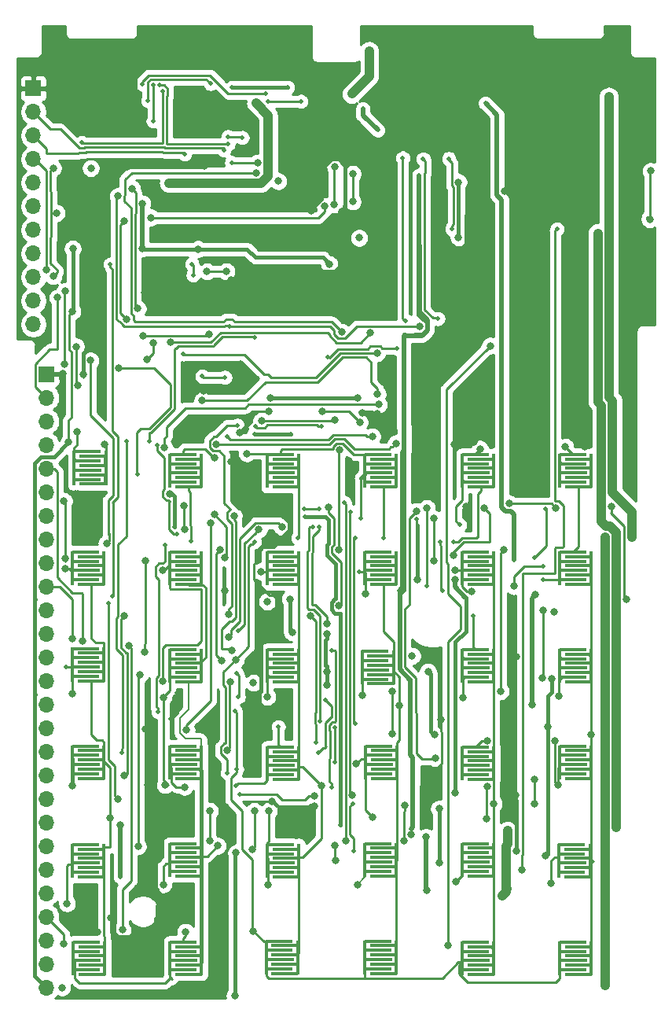
<source format=gbr>
G04 #@! TF.GenerationSoftware,KiCad,Pcbnew,5.1.5+dfsg1-2build2*
G04 #@! TF.CreationDate,2022-09-16T21:23:17+01:00*
G04 #@! TF.ProjectId,psion-org2-main,7073696f-6e2d-46f7-9267-322d6d61696e,rev?*
G04 #@! TF.SameCoordinates,Original*
G04 #@! TF.FileFunction,Copper,L1,Top*
G04 #@! TF.FilePolarity,Positive*
%FSLAX46Y46*%
G04 Gerber Fmt 4.6, Leading zero omitted, Abs format (unit mm)*
G04 Created by KiCad (PCBNEW 5.1.5+dfsg1-2build2) date 2022-09-16 21:23:17*
%MOMM*%
%LPD*%
G04 APERTURE LIST*
%ADD10O,1.700000X1.700000*%
%ADD11R,1.700000X1.700000*%
%ADD12R,3.000000X0.300000*%
%ADD13R,0.300000X3.000000*%
%ADD14C,0.800000*%
%ADD15C,0.500000*%
%ADD16C,0.250000*%
%ADD17C,0.400000*%
%ADD18C,0.500000*%
%ADD19C,1.000000*%
%ADD20C,0.200000*%
%ADD21C,0.254000*%
G04 APERTURE END LIST*
D10*
X142100000Y-159900000D03*
X142100000Y-157360000D03*
X142100000Y-154820000D03*
X142100000Y-152280000D03*
X142100000Y-149740000D03*
X142100000Y-147200000D03*
X142100000Y-144660000D03*
X142100000Y-142120000D03*
X142100000Y-139580000D03*
X142100000Y-137040000D03*
X142100000Y-134500000D03*
X142100000Y-131960000D03*
X142100000Y-129420000D03*
X142100000Y-126880000D03*
X142100000Y-124340000D03*
X142100000Y-121800000D03*
X142100000Y-119260000D03*
X142100000Y-116720000D03*
X142100000Y-114180000D03*
X142100000Y-111640000D03*
X142100000Y-109100000D03*
X142100000Y-106560000D03*
X142100000Y-104020000D03*
X142100000Y-101480000D03*
X142100000Y-98940000D03*
X142100000Y-96400000D03*
D11*
X142100000Y-93860000D03*
D10*
X140700000Y-88500000D03*
X140700000Y-85960000D03*
X140700000Y-83420000D03*
X140700000Y-80880000D03*
X140700000Y-78340000D03*
X140700000Y-75800000D03*
X140700000Y-73260000D03*
X140700000Y-70720000D03*
X140700000Y-68180000D03*
X140700000Y-65640000D03*
D11*
X140700000Y-63100000D03*
D12*
X198800000Y-102500000D03*
X199400000Y-103000000D03*
X198800000Y-103500000D03*
X199400000Y-104000000D03*
X198900000Y-104500000D03*
X199400000Y-105000000D03*
X199400000Y-106000000D03*
X198800000Y-105500000D03*
D13*
X200800000Y-104650000D03*
X200800000Y-103850000D03*
X197400000Y-104650000D03*
X197400000Y-103850000D03*
D12*
X198800000Y-155000000D03*
X199400000Y-155500000D03*
X198800000Y-156000000D03*
X199400000Y-156500000D03*
X198900000Y-157000000D03*
X199400000Y-157500000D03*
X199400000Y-158500000D03*
X198800000Y-158000000D03*
D13*
X200800000Y-157150000D03*
X200800000Y-156350000D03*
X197400000Y-157150000D03*
X197400000Y-156350000D03*
D12*
X198700000Y-144500000D03*
X199300000Y-145000000D03*
X198700000Y-145500000D03*
X199300000Y-146000000D03*
X198800000Y-146500000D03*
X199300000Y-147000000D03*
X199300000Y-148000000D03*
X198700000Y-147500000D03*
D13*
X200700000Y-146650000D03*
X200700000Y-145850000D03*
X197300000Y-146650000D03*
X197300000Y-145850000D03*
D12*
X198800000Y-133900000D03*
X199400000Y-134400000D03*
X198800000Y-134900000D03*
X199400000Y-135400000D03*
X198900000Y-135900000D03*
X199400000Y-136400000D03*
X199400000Y-137400000D03*
X198800000Y-136900000D03*
D13*
X200800000Y-136050000D03*
X200800000Y-135250000D03*
X197400000Y-136050000D03*
X197400000Y-135250000D03*
D12*
X198800000Y-123500000D03*
X199400000Y-124000000D03*
X198800000Y-124500000D03*
X199400000Y-125000000D03*
X198900000Y-125500000D03*
X199400000Y-126000000D03*
X199400000Y-127000000D03*
X198800000Y-126500000D03*
D13*
X200800000Y-125650000D03*
X200800000Y-124850000D03*
X197400000Y-125650000D03*
X197400000Y-124850000D03*
D12*
X198800000Y-113000000D03*
X199400000Y-113500000D03*
X198800000Y-114000000D03*
X199400000Y-114500000D03*
X198900000Y-115000000D03*
X199400000Y-115500000D03*
X199400000Y-116500000D03*
X198800000Y-116000000D03*
D13*
X200800000Y-115150000D03*
X200800000Y-114350000D03*
X197400000Y-115150000D03*
X197400000Y-114350000D03*
D12*
X188300000Y-155000000D03*
X188900000Y-155500000D03*
X188300000Y-156000000D03*
X188900000Y-156500000D03*
X188400000Y-157000000D03*
X188900000Y-157500000D03*
X188900000Y-158500000D03*
X188300000Y-158000000D03*
D13*
X190300000Y-157150000D03*
X190300000Y-156350000D03*
X186900000Y-157150000D03*
X186900000Y-156350000D03*
D12*
X188300000Y-144400000D03*
X188900000Y-144900000D03*
X188300000Y-145400000D03*
X188900000Y-145900000D03*
X188400000Y-146400000D03*
X188900000Y-146900000D03*
X188900000Y-147900000D03*
X188300000Y-147400000D03*
D13*
X190300000Y-146550000D03*
X190300000Y-145750000D03*
X186900000Y-146550000D03*
X186900000Y-145750000D03*
D12*
X188300000Y-134000000D03*
X188900000Y-134500000D03*
X188300000Y-135000000D03*
X188900000Y-135500000D03*
X188400000Y-136000000D03*
X188900000Y-136500000D03*
X188900000Y-137500000D03*
X188300000Y-137000000D03*
D13*
X190300000Y-136150000D03*
X190300000Y-135350000D03*
X186900000Y-136150000D03*
X186900000Y-135350000D03*
D12*
X188300000Y-123500000D03*
X188900000Y-124000000D03*
X188300000Y-124500000D03*
X188900000Y-125000000D03*
X188400000Y-125500000D03*
X188900000Y-126000000D03*
X188900000Y-127000000D03*
X188300000Y-126500000D03*
D13*
X190300000Y-125650000D03*
X190300000Y-124850000D03*
X186900000Y-125650000D03*
X186900000Y-124850000D03*
D12*
X188300000Y-113000000D03*
X188900000Y-113500000D03*
X188300000Y-114000000D03*
X188900000Y-114500000D03*
X188400000Y-115000000D03*
X188900000Y-115500000D03*
X188900000Y-116500000D03*
X188300000Y-116000000D03*
D13*
X190300000Y-115150000D03*
X190300000Y-114350000D03*
X186900000Y-115150000D03*
X186900000Y-114350000D03*
D12*
X188300000Y-102500000D03*
X188900000Y-103000000D03*
X188300000Y-103500000D03*
X188900000Y-104000000D03*
X188400000Y-104500000D03*
X188900000Y-105000000D03*
X188900000Y-106000000D03*
X188300000Y-105500000D03*
D13*
X190300000Y-104650000D03*
X190300000Y-103850000D03*
X186900000Y-104650000D03*
X186900000Y-103850000D03*
D12*
X177800000Y-154900000D03*
X178400000Y-155400000D03*
X177800000Y-155900000D03*
X178400000Y-156400000D03*
X177900000Y-156900000D03*
X178400000Y-157400000D03*
X178400000Y-158400000D03*
X177800000Y-157900000D03*
D13*
X179800000Y-157050000D03*
X179800000Y-156250000D03*
X176400000Y-157050000D03*
X176400000Y-156250000D03*
D12*
X177800000Y-144400000D03*
X178400000Y-144900000D03*
X177800000Y-145400000D03*
X178400000Y-145900000D03*
X177900000Y-146400000D03*
X178400000Y-146900000D03*
X178400000Y-147900000D03*
X177800000Y-147400000D03*
D13*
X179800000Y-146550000D03*
X179800000Y-145750000D03*
X176400000Y-146550000D03*
X176400000Y-145750000D03*
D12*
X177900000Y-133900000D03*
X178500000Y-134400000D03*
X177900000Y-134900000D03*
X178500000Y-135400000D03*
X178000000Y-135900000D03*
X178500000Y-136400000D03*
X178500000Y-137400000D03*
X177900000Y-136900000D03*
D13*
X179900000Y-136050000D03*
X179900000Y-135250000D03*
X176500000Y-136050000D03*
X176500000Y-135250000D03*
D12*
X177500000Y-123700000D03*
X178100000Y-124200000D03*
X177500000Y-124700000D03*
X178100000Y-125200000D03*
X177600000Y-125700000D03*
X178100000Y-126200000D03*
X178100000Y-127200000D03*
X177500000Y-126700000D03*
D13*
X179500000Y-125850000D03*
X179500000Y-125050000D03*
X176100000Y-125850000D03*
X176100000Y-125050000D03*
D12*
X177800000Y-113000000D03*
X178400000Y-113500000D03*
X177800000Y-114000000D03*
X178400000Y-114500000D03*
X177900000Y-115000000D03*
X178400000Y-115500000D03*
X178400000Y-116500000D03*
X177800000Y-116000000D03*
D13*
X179800000Y-115150000D03*
X179800000Y-114350000D03*
X176400000Y-115150000D03*
X176400000Y-114350000D03*
D12*
X177800000Y-102500000D03*
X178400000Y-103000000D03*
X177800000Y-103500000D03*
X178400000Y-104000000D03*
X177900000Y-104500000D03*
X178400000Y-105000000D03*
X178400000Y-106000000D03*
X177800000Y-105500000D03*
D13*
X179800000Y-104650000D03*
X179800000Y-103850000D03*
X176400000Y-104650000D03*
X176400000Y-103850000D03*
D12*
X167200000Y-154900000D03*
X167800000Y-155400000D03*
X167200000Y-155900000D03*
X167800000Y-156400000D03*
X167300000Y-156900000D03*
X167800000Y-157400000D03*
X167800000Y-158400000D03*
X167200000Y-157900000D03*
D13*
X169200000Y-157050000D03*
X169200000Y-156250000D03*
X165800000Y-157050000D03*
X165800000Y-156250000D03*
D12*
X167300000Y-144500000D03*
X167900000Y-145000000D03*
X167300000Y-145500000D03*
X167900000Y-146000000D03*
X167400000Y-146500000D03*
X167900000Y-147000000D03*
X167900000Y-148000000D03*
X167300000Y-147500000D03*
D13*
X169300000Y-146650000D03*
X169300000Y-145850000D03*
X165900000Y-146650000D03*
X165900000Y-145850000D03*
D12*
X167300000Y-134000000D03*
X167900000Y-134500000D03*
X167300000Y-135000000D03*
X167900000Y-135500000D03*
X167400000Y-136000000D03*
X167900000Y-136500000D03*
X167900000Y-137500000D03*
X167300000Y-137000000D03*
D13*
X169300000Y-136150000D03*
X169300000Y-135350000D03*
X165900000Y-136150000D03*
X165900000Y-135350000D03*
D12*
X167300000Y-123500000D03*
X167900000Y-124000000D03*
X167300000Y-124500000D03*
X167900000Y-125000000D03*
X167400000Y-125500000D03*
X167900000Y-126000000D03*
X167900000Y-127000000D03*
X167300000Y-126500000D03*
D13*
X169300000Y-125650000D03*
X169300000Y-124850000D03*
X165900000Y-125650000D03*
X165900000Y-124850000D03*
D12*
X167300000Y-113000000D03*
X167900000Y-113500000D03*
X167300000Y-114000000D03*
X167900000Y-114500000D03*
X167400000Y-115000000D03*
X167900000Y-115500000D03*
X167900000Y-116500000D03*
X167300000Y-116000000D03*
D13*
X169300000Y-115150000D03*
X169300000Y-114350000D03*
X165900000Y-115150000D03*
X165900000Y-114350000D03*
D12*
X167300000Y-102500000D03*
X167900000Y-103000000D03*
X167300000Y-103500000D03*
X167900000Y-104000000D03*
X167400000Y-104500000D03*
X167900000Y-105000000D03*
X167900000Y-106000000D03*
X167300000Y-105500000D03*
D13*
X169300000Y-104650000D03*
X169300000Y-103850000D03*
X165900000Y-104650000D03*
X165900000Y-103850000D03*
D12*
X156800000Y-155000000D03*
X157400000Y-155500000D03*
X156800000Y-156000000D03*
X157400000Y-156500000D03*
X156900000Y-157000000D03*
X157400000Y-157500000D03*
X157400000Y-158500000D03*
X156800000Y-158000000D03*
D13*
X158800000Y-157150000D03*
X158800000Y-156350000D03*
X155400000Y-157150000D03*
X155400000Y-156350000D03*
D12*
X156800000Y-144400000D03*
X157400000Y-144900000D03*
X156800000Y-145400000D03*
X157400000Y-145900000D03*
X156900000Y-146400000D03*
X157400000Y-146900000D03*
X157400000Y-147900000D03*
X156800000Y-147400000D03*
D13*
X158800000Y-146550000D03*
X158800000Y-145750000D03*
X155400000Y-146550000D03*
X155400000Y-145750000D03*
D12*
X156800000Y-133900000D03*
X157400000Y-134400000D03*
X156800000Y-134900000D03*
X157400000Y-135400000D03*
X156900000Y-135900000D03*
X157400000Y-136400000D03*
X157400000Y-137400000D03*
X156800000Y-136900000D03*
D13*
X158800000Y-136050000D03*
X158800000Y-135250000D03*
X155400000Y-136050000D03*
X155400000Y-135250000D03*
D12*
X156800000Y-123500000D03*
X157400000Y-124000000D03*
X156800000Y-124500000D03*
X157400000Y-125000000D03*
X156900000Y-125500000D03*
X157400000Y-126000000D03*
X157400000Y-127000000D03*
X156800000Y-126500000D03*
D13*
X158800000Y-125650000D03*
X158800000Y-124850000D03*
X155400000Y-125650000D03*
X155400000Y-124850000D03*
D12*
X156800000Y-113000000D03*
X157400000Y-113500000D03*
X156800000Y-114000000D03*
X157400000Y-114500000D03*
X156900000Y-115000000D03*
X157400000Y-115500000D03*
X157400000Y-116500000D03*
X156800000Y-116000000D03*
D13*
X158800000Y-115150000D03*
X158800000Y-114350000D03*
X155400000Y-115150000D03*
X155400000Y-114350000D03*
D12*
X156800000Y-102500000D03*
X157400000Y-103000000D03*
X156800000Y-103500000D03*
X157400000Y-104000000D03*
X156900000Y-104500000D03*
X157400000Y-105000000D03*
X157400000Y-106000000D03*
X156800000Y-105500000D03*
D13*
X158800000Y-104650000D03*
X158800000Y-103850000D03*
X155400000Y-104650000D03*
X155400000Y-103850000D03*
D12*
X146400000Y-155000000D03*
X147000000Y-155500000D03*
X146400000Y-156000000D03*
X147000000Y-156500000D03*
X146500000Y-157000000D03*
X147000000Y-157500000D03*
X147000000Y-158500000D03*
X146400000Y-158000000D03*
D13*
X148400000Y-157150000D03*
X148400000Y-156350000D03*
X145000000Y-157150000D03*
X145000000Y-156350000D03*
D12*
X146300000Y-144500000D03*
X146900000Y-145000000D03*
X146300000Y-145500000D03*
X146900000Y-146000000D03*
X146400000Y-146500000D03*
X146900000Y-147000000D03*
X146900000Y-148000000D03*
X146300000Y-147500000D03*
D13*
X148300000Y-146650000D03*
X148300000Y-145850000D03*
X144900000Y-146650000D03*
X144900000Y-145850000D03*
D12*
X146300000Y-133900000D03*
X146900000Y-134400000D03*
X146300000Y-134900000D03*
X146900000Y-135400000D03*
X146400000Y-135900000D03*
X146900000Y-136400000D03*
X146900000Y-137400000D03*
X146300000Y-136900000D03*
D13*
X148300000Y-136050000D03*
X148300000Y-135250000D03*
X144900000Y-136050000D03*
X144900000Y-135250000D03*
D12*
X146300000Y-123400000D03*
X146900000Y-123900000D03*
X146300000Y-124400000D03*
X146900000Y-124900000D03*
X146400000Y-125400000D03*
X146900000Y-125900000D03*
X146900000Y-126900000D03*
X146300000Y-126400000D03*
D13*
X148300000Y-125550000D03*
X148300000Y-124750000D03*
X144900000Y-125550000D03*
X144900000Y-124750000D03*
D12*
X146300000Y-113000000D03*
X146900000Y-113500000D03*
X146300000Y-114000000D03*
X146900000Y-114500000D03*
X146400000Y-115000000D03*
X146900000Y-115500000D03*
X146900000Y-116500000D03*
X146300000Y-116000000D03*
D13*
X148300000Y-115150000D03*
X148300000Y-114350000D03*
X144900000Y-115150000D03*
X144900000Y-114350000D03*
D12*
X146500000Y-102200000D03*
X147100000Y-102700000D03*
X146500000Y-103200000D03*
X147100000Y-103700000D03*
X146600000Y-104200000D03*
X147100000Y-104700000D03*
X147100000Y-105700000D03*
X146500000Y-105200000D03*
D13*
X148500000Y-104350000D03*
X148500000Y-103550000D03*
X145100000Y-104350000D03*
X145100000Y-103550000D03*
D14*
X166368597Y-139831403D03*
X171000000Y-140400000D03*
X143900000Y-93800000D03*
X145200000Y-106800000D03*
X159000000Y-95700000D03*
X162000000Y-83700000D03*
X177800000Y-82000000D03*
X187300000Y-83500000D03*
X200100000Y-101700000D03*
X187300000Y-108100000D03*
X162000000Y-103300000D03*
X174700000Y-103200000D03*
X200100000Y-83500000D03*
X150800000Y-71500000D03*
X160600000Y-76000000D03*
X161300000Y-117200000D03*
X165900000Y-122200000D03*
X152800000Y-132100000D03*
X183900000Y-136700000D03*
X192700000Y-145200000D03*
X167700000Y-75200000D03*
X170600000Y-76300000D03*
X173900000Y-76400000D03*
X176000000Y-76500000D03*
X178400000Y-76400000D03*
X149025000Y-152400000D03*
X147575000Y-153900000D03*
X192700000Y-124300000D03*
X189500000Y-74600000D03*
X146850000Y-90900000D03*
X167300000Y-108800000D03*
X146100000Y-93925000D03*
X164100000Y-94600000D03*
X164100000Y-98450000D03*
X162900000Y-100190329D03*
X151650000Y-67600000D03*
X145850000Y-66900000D03*
X159100000Y-71475000D03*
X187300000Y-80350000D03*
X192650000Y-139150000D03*
X184600000Y-131100000D03*
X192400000Y-131150000D03*
X153050000Y-138100000D03*
X188149208Y-101140742D03*
X186050000Y-101450000D03*
X176100000Y-98000000D03*
X177725000Y-98127019D03*
X166025000Y-97900000D03*
X175650000Y-96419127D03*
X166200000Y-96400000D03*
X163050000Y-92750000D03*
X166900000Y-117650000D03*
X146650000Y-85100000D03*
X152650000Y-85100000D03*
X194700000Y-73000000D03*
X195400000Y-83559998D03*
X146100000Y-60800000D03*
X165100000Y-130300000D03*
X191500000Y-74200000D03*
D15*
X188900000Y-61800000D03*
X157500000Y-66200000D03*
X160000000Y-66000000D03*
X159800000Y-148100000D03*
X159800000Y-150600000D03*
X155200000Y-150700000D03*
X156200000Y-128200000D03*
X155500000Y-131000000D03*
X166500000Y-83300000D03*
X170700000Y-82800000D03*
D14*
X150622000Y-60452000D03*
X143800000Y-159900000D03*
X164500000Y-140900000D03*
X180700000Y-140300000D03*
X196800000Y-119500000D03*
X144500000Y-101200000D03*
X144900000Y-87100000D03*
X164400000Y-127100000D03*
X183900000Y-132700000D03*
X175800000Y-79200000D03*
X186500000Y-73200000D03*
X165900000Y-118344990D03*
X158450000Y-80400000D03*
X172600000Y-82037500D03*
X186500000Y-79150000D03*
X196100000Y-131862828D03*
X196550000Y-126650000D03*
X195900000Y-145700000D03*
X184400000Y-146475000D03*
X184400000Y-140650000D03*
X180625000Y-144125000D03*
X164275000Y-145025020D03*
X162400000Y-160800000D03*
X162550000Y-145400000D03*
X168350000Y-118075000D03*
X168575000Y-121650000D03*
X172325000Y-121800000D03*
X172350000Y-127325000D03*
X183211584Y-125875000D03*
X172325000Y-125875000D03*
X152400011Y-80350000D03*
X144950000Y-80350000D03*
X152449999Y-75500000D03*
X202300000Y-159700000D03*
X202300000Y-111400000D03*
X145410431Y-100093886D03*
D15*
X154045239Y-101484383D03*
X156200000Y-111100000D03*
X205200000Y-111400000D03*
X202700000Y-64000000D03*
D14*
X176900000Y-59074990D03*
X175000000Y-63700000D03*
X207200000Y-72000000D03*
X207100000Y-77200000D03*
X145300000Y-90900000D03*
X145525000Y-95100000D03*
X157200000Y-132200000D03*
X159799999Y-109875000D03*
X155400000Y-106750002D03*
D15*
X155900000Y-110300000D03*
X180500000Y-70600000D03*
X180800000Y-88100000D03*
X179900001Y-91100000D03*
X172424980Y-92043413D03*
X171749991Y-99475000D03*
X164609620Y-99490380D03*
D14*
X142100000Y-82600000D03*
X164900000Y-71100000D03*
X161499999Y-82800000D03*
X159410000Y-82810000D03*
D15*
X162050001Y-71100000D03*
X154296575Y-62769180D03*
X161699999Y-69100000D03*
D14*
X173200000Y-71500000D03*
X173100000Y-75600000D03*
X146900000Y-71700000D03*
X142868223Y-83325000D03*
X142825000Y-71700000D03*
X172100000Y-75800000D03*
X153400000Y-77000000D03*
X143200000Y-76515000D03*
D15*
X154600000Y-63400000D03*
X145900340Y-68950001D03*
D14*
X157100000Y-153900000D03*
X164350000Y-153850000D03*
D15*
X157700000Y-111800000D03*
X162600000Y-136400000D03*
X162459662Y-130149999D03*
X154125000Y-130200001D03*
X154900000Y-112225000D03*
D14*
X144900000Y-138200000D03*
X177215684Y-141550000D03*
X189575000Y-138250002D03*
X197200000Y-138100000D03*
X175500010Y-135769735D03*
X157000000Y-138300000D03*
X189500000Y-141700000D03*
X189575000Y-133312828D03*
X196900000Y-133312828D03*
D15*
X173149990Y-135600000D03*
X173149990Y-131900000D03*
X167100000Y-131825000D03*
X178400000Y-111475000D03*
X175350010Y-111475000D03*
X175350010Y-131500000D03*
X162544359Y-138138617D03*
X150224990Y-134600000D03*
X150700000Y-101100000D03*
X153200000Y-101100000D03*
X164500000Y-89948002D03*
D14*
X154900000Y-138100000D03*
X144900000Y-128300000D03*
X154700000Y-128650000D03*
X176100000Y-128400000D03*
X187000000Y-128725000D03*
X197300000Y-128500000D03*
X165900000Y-128600000D03*
D15*
X186000000Y-111900000D03*
X184500000Y-111900000D03*
X184799999Y-117192662D03*
X188093413Y-119893413D03*
X144200000Y-125400000D03*
X162600000Y-126100000D03*
X162800000Y-128600000D03*
D14*
X144100000Y-114800000D03*
X165200000Y-115100000D03*
X186100000Y-115000000D03*
X154649998Y-126950000D03*
X154596025Y-114973554D03*
X192500000Y-116700000D03*
X187900000Y-117250002D03*
X176500000Y-117500000D03*
X161600000Y-134350000D03*
X161900000Y-127000000D03*
D15*
X195600000Y-116000000D03*
X195575000Y-114575000D03*
X175800020Y-115100000D03*
D14*
X185400000Y-155400000D03*
X189900000Y-90800000D03*
X149000000Y-141600000D03*
X173192005Y-144575010D03*
X160559857Y-144635540D03*
X173300000Y-146200000D03*
X186125000Y-138900000D03*
X188800000Y-101900000D03*
X198000000Y-101700000D03*
X160207275Y-102850001D03*
X163700000Y-102400000D03*
X186099999Y-116000000D03*
X182050000Y-116000000D03*
D15*
X186600000Y-110100000D03*
X182000000Y-109450003D03*
X176000000Y-109400000D03*
D14*
X171725001Y-138175001D03*
X180125001Y-129524999D03*
D15*
X172190974Y-128984026D03*
X171400000Y-134600000D03*
D14*
X194700000Y-137525002D03*
X194700000Y-140100000D03*
X190300000Y-140100000D03*
X200800000Y-132700000D03*
X179400000Y-132600000D03*
X179400000Y-128000000D03*
X191025000Y-128000000D03*
X191400000Y-112800000D03*
X173600000Y-112800000D03*
X173700000Y-102025000D03*
X175100000Y-75300000D03*
X175100000Y-72300000D03*
X164700001Y-72200000D03*
X173900000Y-89300000D03*
X166000000Y-148800000D03*
X186200000Y-148500000D03*
X196500000Y-148700000D03*
X144328961Y-150848492D03*
X154700000Y-148800000D03*
X175600000Y-148800000D03*
X166050843Y-140900011D03*
X162500000Y-124600000D03*
X181500000Y-124200000D03*
D15*
X169200000Y-111475000D03*
X164506586Y-111906586D03*
X161600000Y-136800000D03*
D14*
X165300000Y-98900000D03*
X173175000Y-98800000D03*
X174400000Y-144125000D03*
X159700000Y-144125000D03*
X159700000Y-140900010D03*
D15*
X174200000Y-107700000D03*
D14*
X171800000Y-97900000D03*
X175050000Y-139200000D03*
X171000000Y-139259804D03*
X175850000Y-99050000D03*
D15*
X174900000Y-108700000D03*
X162900000Y-139100000D03*
X170800000Y-110325000D03*
X171594315Y-131197629D03*
D14*
X182300000Y-88700000D03*
X149800000Y-74700000D03*
X161775000Y-119700000D03*
X170525000Y-119900000D03*
D15*
X161851998Y-88700000D03*
X162667498Y-99372745D03*
X171129723Y-133498162D03*
D14*
X150500000Y-77400000D03*
X150756479Y-87931174D03*
X152531595Y-89706289D03*
X159600000Y-89600000D03*
X162300000Y-109100000D03*
X162100000Y-123604990D03*
D15*
X172800000Y-138300000D03*
X172849989Y-123600000D03*
D14*
X155500000Y-90431289D03*
X177000000Y-89425000D03*
X182000000Y-108600000D03*
X184000000Y-135200000D03*
X156900000Y-108000000D03*
X157000000Y-110600000D03*
X165000000Y-110600000D03*
X149900000Y-93200000D03*
X144041421Y-92810048D03*
X144100000Y-84900000D03*
D15*
X151911060Y-104603517D03*
X162756596Y-121456596D03*
D14*
X151975000Y-144700000D03*
X152200000Y-126200000D03*
X177200000Y-100575000D03*
D15*
X161349999Y-94200000D03*
X158900000Y-94100000D03*
X157900000Y-83200000D03*
X157800000Y-82000000D03*
X156999785Y-70185369D03*
X161591251Y-100608749D03*
D14*
X179800000Y-101300000D03*
X160400000Y-101400000D03*
D15*
X161225002Y-69764081D03*
D14*
X191200000Y-150000000D03*
X191800000Y-143000000D03*
X201500000Y-78700000D03*
X203500000Y-142700000D03*
X183000000Y-143700000D03*
X183100000Y-149425000D03*
X151325000Y-73900000D03*
X151950001Y-86813091D03*
X153600000Y-90500000D03*
X152900000Y-92300000D03*
X146850000Y-92400000D03*
X148599990Y-112100000D03*
X160800000Y-112800000D03*
X161000000Y-124700000D03*
X150300000Y-153700000D03*
X144000000Y-155200000D03*
X151016282Y-123100000D03*
X167100000Y-73100000D03*
X150100000Y-142400000D03*
D15*
X173750000Y-142400000D03*
X168100000Y-63000000D03*
X164500000Y-100300000D03*
X170000000Y-109200000D03*
X162100000Y-63000000D03*
X168400000Y-100300000D03*
X150100000Y-148000000D03*
D14*
X194800000Y-117600000D03*
X194400000Y-129450000D03*
D15*
X182700000Y-70700000D03*
X184300000Y-87900000D03*
D14*
X193300000Y-147200000D03*
D15*
X197100000Y-78249999D03*
X185800000Y-78249999D03*
X185455678Y-70655678D03*
D14*
X167500000Y-110300000D03*
X161725000Y-122154990D03*
X172325000Y-120700000D03*
D15*
X169875000Y-108400000D03*
X171509999Y-108400000D03*
X171500003Y-110325000D03*
D14*
X172500000Y-108200000D03*
X173600000Y-118800000D03*
X183100000Y-108300000D03*
D15*
X183100000Y-116650000D03*
D14*
X183849999Y-109424990D03*
X183849999Y-113975010D03*
X189300000Y-108300000D03*
X160215760Y-108965524D03*
X161324990Y-113651110D03*
X186000000Y-113399999D03*
X203000000Y-108100000D03*
X204600010Y-118100000D03*
X195600000Y-119300000D03*
X195500000Y-126600000D03*
X152716283Y-123756113D03*
X152799998Y-113975010D03*
X144100000Y-113700000D03*
X144000001Y-107525001D03*
X196990465Y-108250009D03*
X192000000Y-107800000D03*
X146000000Y-122600000D03*
D15*
X194700000Y-113600000D03*
X195900000Y-108400000D03*
D14*
X177909191Y-97144127D03*
X154834472Y-101800000D03*
X177787347Y-96012653D03*
X158900000Y-96700000D03*
X177725000Y-91600000D03*
X143300000Y-85625000D03*
D15*
X156850000Y-91700000D03*
X192500000Y-113900000D03*
X189400000Y-64700000D03*
X153600000Y-62700000D03*
X153600000Y-66600000D03*
X165700000Y-63650000D03*
X152450000Y-62644000D03*
X153025000Y-64400000D03*
X159800000Y-62600000D03*
D14*
X149800000Y-139600000D03*
D15*
X148800000Y-118494990D03*
D14*
X150525000Y-119900000D03*
X150525000Y-137100000D03*
X181400000Y-143400000D03*
D15*
X182250000Y-72450000D03*
D14*
X164700000Y-64700000D03*
X155300000Y-73300000D03*
D15*
X161699999Y-68300000D03*
X163200000Y-68400000D03*
X166000000Y-64500000D03*
X169500000Y-64500000D03*
X176200000Y-65300000D03*
X177800000Y-67600000D03*
X175082103Y-140115788D03*
X175206587Y-145206587D03*
D14*
X144877680Y-122347626D03*
D15*
X149000000Y-82025000D03*
X149200000Y-117800000D03*
D14*
X148400000Y-101400000D03*
D16*
X166937194Y-140400000D02*
X171000000Y-140400000D01*
X166368597Y-139831403D02*
X166937194Y-140400000D01*
X143840000Y-93860000D02*
X143900000Y-93800000D01*
X142100000Y-93860000D02*
X143840000Y-93860000D01*
D17*
X146049999Y-92784001D02*
X146049999Y-91600001D01*
X146100000Y-92834002D02*
X146049999Y-92784001D01*
X146100000Y-93925000D02*
X146100000Y-92834002D01*
X164100000Y-98990329D02*
X162900000Y-100190329D01*
X164100000Y-98450000D02*
X164100000Y-98990329D01*
X151650000Y-61650000D02*
X150800000Y-60800000D01*
X151650000Y-67600000D02*
X151650000Y-61650000D01*
X150950000Y-66900000D02*
X145850000Y-66900000D01*
X151650000Y-67600000D02*
X150950000Y-66900000D01*
X166900000Y-76000000D02*
X167700000Y-75200000D01*
X160600000Y-76000000D02*
X166900000Y-76000000D01*
X159075000Y-71500000D02*
X159100000Y-71475000D01*
X150800000Y-71500000D02*
X159075000Y-71500000D01*
X188300000Y-73400000D02*
X189500000Y-74600000D01*
X188300000Y-69025000D02*
X188300000Y-73400000D01*
X169500000Y-75200000D02*
X170600000Y-76300000D01*
X167700000Y-75200000D02*
X169500000Y-75200000D01*
X174299999Y-71415997D02*
X174299999Y-76000001D01*
X173584001Y-70699999D02*
X174299999Y-71415997D01*
X174299999Y-76000001D02*
X173900000Y-76400000D01*
X172815999Y-70699999D02*
X173584001Y-70699999D01*
X171715999Y-71799999D02*
X172815999Y-70699999D01*
X171715999Y-74999999D02*
X171715999Y-71799999D01*
X170600000Y-76115998D02*
X171715999Y-74999999D01*
X170600000Y-76300000D02*
X170600000Y-76115998D01*
X175900000Y-76400000D02*
X176000000Y-76500000D01*
X173900000Y-76400000D02*
X175900000Y-76400000D01*
X178300000Y-76500000D02*
X178400000Y-76400000D01*
X176000000Y-76500000D02*
X178300000Y-76500000D01*
X187300000Y-83500000D02*
X187300000Y-80350000D01*
X174015998Y-82000000D02*
X177234315Y-82000000D01*
X177234315Y-82000000D02*
X177800000Y-82000000D01*
X187300000Y-76800000D02*
X187300000Y-80350000D01*
X189500000Y-74600000D02*
X187300000Y-76800000D01*
X192700000Y-144634315D02*
X192700000Y-145200000D01*
X192700000Y-139765685D02*
X192700000Y-144634315D01*
X192650000Y-139715685D02*
X192700000Y-139765685D01*
X192650000Y-139150000D02*
X192650000Y-139715685D01*
D16*
X184299999Y-136200001D02*
X183900000Y-136600000D01*
X184725001Y-132451999D02*
X184725001Y-135774999D01*
X184600000Y-132326998D02*
X184725001Y-132451999D01*
X184725001Y-135774999D02*
X184299999Y-136200001D01*
X184600000Y-131100000D02*
X184600000Y-132326998D01*
D17*
X192400000Y-124600000D02*
X192700000Y-124300000D01*
X192400000Y-131150000D02*
X192400000Y-124600000D01*
X154038638Y-149322640D02*
X153900000Y-149184002D01*
X153900000Y-152484315D02*
X154038638Y-152345677D01*
X153900000Y-153050000D02*
X153900000Y-152484315D01*
X153900000Y-138950000D02*
X153050000Y-138100000D01*
X153900000Y-149184002D02*
X153900000Y-138950000D01*
X186359258Y-101140742D02*
X186050000Y-101450000D01*
X188149208Y-101140742D02*
X186359258Y-101140742D01*
X177597981Y-98000000D02*
X177725000Y-98127019D01*
X176100000Y-98000000D02*
X177597981Y-98000000D01*
D16*
X164650000Y-97900000D02*
X164100000Y-98450000D01*
X166025000Y-97900000D02*
X164650000Y-97900000D01*
X166900001Y-108400001D02*
X162850001Y-108400001D01*
X167300000Y-108800000D02*
X166900001Y-108400001D01*
X162000000Y-107550000D02*
X162000000Y-103300000D01*
X162850001Y-108400001D02*
X162000000Y-107550000D01*
D17*
X166219127Y-96419127D02*
X166200000Y-96400000D01*
X175650000Y-96419127D02*
X166219127Y-96419127D01*
X163000000Y-95700000D02*
X164100000Y-94600000D01*
X159000000Y-95700000D02*
X163000000Y-95700000D01*
X146149999Y-91600001D02*
X146049999Y-91600001D01*
X146850000Y-90900000D02*
X146149999Y-91600001D01*
X164100000Y-93800000D02*
X164100000Y-94600000D01*
X163050000Y-92750000D02*
X164100000Y-93800000D01*
X166465685Y-122200000D02*
X165900000Y-122200000D01*
X166900000Y-121765685D02*
X166465685Y-122200000D01*
X166900000Y-117650000D02*
X166900000Y-121765685D01*
X165200001Y-122899999D02*
X165200001Y-127999999D01*
X165900000Y-122200000D02*
X165200001Y-122899999D01*
X165429999Y-112449999D02*
X165050000Y-112829998D01*
X166534003Y-112449999D02*
X165429999Y-112449999D01*
X168300001Y-110684001D02*
X166534003Y-112449999D01*
X168300001Y-109800001D02*
X168300001Y-110684001D01*
X167300000Y-108800000D02*
X168300001Y-109800001D01*
X165050000Y-112829998D02*
X165050000Y-113750000D01*
D16*
X166334315Y-117650000D02*
X166900000Y-117650000D01*
X166164998Y-117650000D02*
X166334315Y-117650000D01*
X164474999Y-115960001D02*
X166164998Y-117650000D01*
X164474999Y-114325001D02*
X164474999Y-115960001D01*
X165050000Y-113750000D02*
X164474999Y-114325001D01*
D17*
X146850000Y-85300000D02*
X146650000Y-85100000D01*
X146850000Y-90900000D02*
X146850000Y-85300000D01*
X160600000Y-85100000D02*
X162000000Y-83700000D01*
X152650000Y-85100000D02*
X160600000Y-85100000D01*
X162000000Y-83700000D02*
X162399999Y-84099999D01*
X195400000Y-73700000D02*
X195400000Y-83559998D01*
X194700000Y-73000000D02*
X195400000Y-73700000D01*
D18*
X150800000Y-60800000D02*
X146100000Y-60800000D01*
X149891999Y-154550001D02*
X153349999Y-154550001D01*
X149424999Y-154083001D02*
X149891999Y-154550001D01*
X149424999Y-152799999D02*
X149424999Y-154083001D01*
X149025000Y-152400000D02*
X149424999Y-152799999D01*
X153900000Y-154000000D02*
X153900000Y-153050000D01*
X153349999Y-154550001D02*
X153900000Y-154000000D01*
X165049999Y-130249999D02*
X165100000Y-130300000D01*
X165049999Y-128150001D02*
X165049999Y-130249999D01*
X165200001Y-127999999D02*
X165049999Y-128150001D01*
D16*
X191500000Y-74200000D02*
X193300000Y-76000000D01*
X193300000Y-76000000D02*
X195200000Y-76000000D01*
X188300000Y-68459315D02*
X188300000Y-69025000D01*
X188300000Y-62753553D02*
X188300000Y-68459315D01*
X188900000Y-62153553D02*
X188300000Y-62753553D01*
X188900000Y-61800000D02*
X188900000Y-62153553D01*
D17*
X178400000Y-81400000D02*
X177800000Y-82000000D01*
X178400000Y-76400000D02*
X178400000Y-81400000D01*
D16*
X159800000Y-66200000D02*
X160000000Y-66000000D01*
X157500000Y-66200000D02*
X159800000Y-66200000D01*
D17*
X159800000Y-148100000D02*
X159800000Y-150600000D01*
X154200000Y-149700000D02*
X154100000Y-149700000D01*
X155200000Y-150700000D02*
X154200000Y-149700000D01*
X154100000Y-149700000D02*
X154038638Y-149322640D01*
X154038638Y-152345677D02*
X154100000Y-149700000D01*
X156200000Y-130300000D02*
X155500000Y-131000000D01*
X156200000Y-128200000D02*
X156200000Y-130300000D01*
X166500000Y-83300000D02*
X166500000Y-84100000D01*
X162399999Y-84099999D02*
X166500000Y-84100000D01*
X170737501Y-82837501D02*
X170700000Y-82800000D01*
X173178497Y-82837501D02*
X170737501Y-82837501D01*
X174015998Y-82000000D02*
X173178497Y-82837501D01*
D16*
X144574999Y-87425001D02*
X144900000Y-87100000D01*
X144574999Y-91248001D02*
X144574999Y-87425001D01*
X144800000Y-91473002D02*
X144574999Y-91248001D01*
X144800000Y-98526998D02*
X144800000Y-91473002D01*
X144500000Y-98826998D02*
X144800000Y-98526998D01*
X144500000Y-101200000D02*
X144500000Y-98826998D01*
D17*
X163734003Y-80400000D02*
X164650002Y-81315999D01*
X158450000Y-80400000D02*
X163734003Y-80400000D01*
X171878499Y-81315999D02*
X172600000Y-82037500D01*
X164650002Y-81315999D02*
X171878499Y-81315999D01*
X186500000Y-79150000D02*
X186500000Y-73200000D01*
X196550000Y-128065998D02*
X196550000Y-126650000D01*
X196100000Y-128515998D02*
X196550000Y-128065998D01*
X196100000Y-131862828D02*
X196100000Y-128515998D01*
X196100000Y-145500000D02*
X195900000Y-145700000D01*
X196100000Y-131862828D02*
X196100000Y-145500000D01*
X184400000Y-146475000D02*
X184400000Y-140650000D01*
D16*
X180625000Y-140940685D02*
X180625000Y-144125000D01*
X180700000Y-140865685D02*
X180625000Y-140940685D01*
X180700000Y-140300000D02*
X180700000Y-140865685D01*
X164500000Y-144800020D02*
X164275000Y-145025020D01*
X164500000Y-140900000D02*
X164500000Y-144800020D01*
D17*
X162400000Y-145550000D02*
X162550000Y-145400000D01*
X162400000Y-160800000D02*
X162400000Y-145550000D01*
X168350000Y-121425000D02*
X168575000Y-121650000D01*
X168350000Y-118075000D02*
X168350000Y-121425000D01*
X183500001Y-126163417D02*
X183211584Y-125875000D01*
X183500001Y-132300001D02*
X183500001Y-126163417D01*
X183900000Y-132700000D02*
X183500001Y-132300001D01*
X140849999Y-118024999D02*
X140925000Y-118100000D01*
X140849999Y-103419999D02*
X140849999Y-118024999D01*
X141499999Y-102769999D02*
X140849999Y-103419999D01*
X142930001Y-102769999D02*
X141499999Y-102769999D01*
X144500000Y-101200000D02*
X142930001Y-102769999D01*
X140849999Y-128274999D02*
X140925000Y-128350000D01*
X140849999Y-118024999D02*
X140849999Y-128274999D01*
X140849999Y-158649999D02*
X142100000Y-159900000D01*
X140849999Y-128274999D02*
X140849999Y-158649999D01*
X152450011Y-80400000D02*
X152400011Y-80350000D01*
X158450000Y-80400000D02*
X152450011Y-80400000D01*
X144950000Y-87050000D02*
X144900000Y-87100000D01*
X144950000Y-80350000D02*
X144950000Y-87050000D01*
D18*
X152400011Y-75549988D02*
X152449999Y-75500000D01*
X152400011Y-80350000D02*
X152400011Y-75549988D01*
D17*
X172325000Y-125309315D02*
X172325000Y-125875000D01*
X172199989Y-125184304D02*
X172325000Y-125309315D01*
X172199989Y-122490696D02*
X172199989Y-125184304D01*
X172325000Y-122365685D02*
X172199989Y-122490696D01*
X172325000Y-121800000D02*
X172325000Y-122365685D01*
X172325000Y-127300000D02*
X172350000Y-127325000D01*
X172325000Y-125875000D02*
X172325000Y-127300000D01*
D19*
X202300000Y-159700000D02*
X202300000Y-111400000D01*
D16*
X145410431Y-100093886D02*
X145410431Y-101489569D01*
D20*
X146500000Y-102200000D02*
X145150000Y-102200000D01*
X145150000Y-102200000D02*
X145100000Y-102250000D01*
X145100000Y-102890002D02*
X145409998Y-103200000D01*
X145100000Y-102250000D02*
X145100000Y-102890002D01*
X145409998Y-103200000D02*
X146400000Y-103200000D01*
X146600000Y-104200000D02*
X145150000Y-104200000D01*
X145150000Y-104200000D02*
X145150000Y-105200000D01*
X145150000Y-105200000D02*
X146500000Y-105200000D01*
D16*
X145100000Y-101800000D02*
X145100000Y-103550000D01*
X145410431Y-101489569D02*
X145100000Y-101800000D01*
X154045239Y-102083769D02*
X154800000Y-102838530D01*
X154045239Y-101484383D02*
X154045239Y-102083769D01*
X154800000Y-102838530D02*
X154800000Y-106200000D01*
X154674999Y-107098003D02*
X155051999Y-107475003D01*
X154674999Y-106402001D02*
X154674999Y-107098003D01*
X154800000Y-106277000D02*
X154674999Y-106402001D01*
X154800000Y-106200000D02*
X154800000Y-106277000D01*
X155275003Y-107475003D02*
X155374990Y-107574990D01*
X155051999Y-107475003D02*
X155275003Y-107475003D01*
X155848998Y-111100000D02*
X156200000Y-111100000D01*
X155324999Y-110576001D02*
X155848998Y-111100000D01*
X155324999Y-107624981D02*
X155324999Y-110576001D01*
X155374990Y-107574990D02*
X155324999Y-107624981D01*
D19*
X205200000Y-111400000D02*
X205200000Y-108700000D01*
X203100010Y-106600010D02*
X203100010Y-102900010D01*
X205200000Y-108700000D02*
X203100010Y-106600010D01*
X203100010Y-102900010D02*
X203100010Y-96742938D01*
X202700000Y-96342928D02*
X202700000Y-64000000D01*
X203100010Y-96742938D02*
X202700000Y-96342928D01*
X176900000Y-61800000D02*
X175000000Y-63700000D01*
X176900000Y-59074990D02*
X176900000Y-61800000D01*
D17*
X206900000Y-77000000D02*
X207100000Y-77200000D01*
D16*
X207100000Y-72100000D02*
X207200000Y-72000000D01*
X207100000Y-77200000D02*
X207100000Y-72100000D01*
X145300000Y-94875000D02*
X145525000Y-95100000D01*
X145300000Y-90900000D02*
X145300000Y-94875000D01*
X159800000Y-109875001D02*
X159799999Y-109875000D01*
X159800000Y-129034315D02*
X159800000Y-109875001D01*
X157200000Y-132200000D02*
X157200000Y-131634315D01*
X157200000Y-131634315D02*
X159800000Y-129034315D01*
D17*
X155900000Y-110300000D02*
X155900000Y-110300000D01*
X155650002Y-106750002D02*
X155400000Y-106750002D01*
X155900000Y-107000000D02*
X155650002Y-106750002D01*
X155900000Y-110300000D02*
X155900000Y-107000000D01*
D16*
X180500000Y-70600000D02*
X180500000Y-87900000D01*
X180700000Y-88100000D02*
X180800000Y-88100000D01*
X180500000Y-87900000D02*
X180700000Y-88100000D01*
X176750010Y-91149990D02*
X173550010Y-91149990D01*
X177025001Y-90874999D02*
X176750010Y-91149990D01*
X178073001Y-90874999D02*
X177025001Y-90874999D01*
X178298002Y-91100000D02*
X178073001Y-90874999D01*
X179900001Y-91100000D02*
X178298002Y-91100000D01*
X173550010Y-91149990D02*
X172600000Y-92100000D01*
X172543413Y-92043413D02*
X172424980Y-92043413D01*
X172600000Y-92100000D02*
X172543413Y-92043413D01*
X171396438Y-99475000D02*
X171271448Y-99350010D01*
X171749991Y-99475000D02*
X171396438Y-99475000D01*
X164744241Y-99625001D02*
X164609620Y-99490380D01*
X165648001Y-99625001D02*
X164744241Y-99625001D01*
X165922992Y-99350010D02*
X165648001Y-99625001D01*
X171271448Y-99350010D02*
X165922992Y-99350010D01*
X164900000Y-71100000D02*
X162050001Y-71100000D01*
X159420000Y-82800000D02*
X159410000Y-82810000D01*
X161499999Y-82800000D02*
X159420000Y-82800000D01*
X155175001Y-63123999D02*
X155175001Y-63676001D01*
X154820182Y-62769180D02*
X155175001Y-63123999D01*
X154296575Y-62769180D02*
X154820182Y-62769180D01*
X155175001Y-63848004D02*
X155050010Y-63972995D01*
X155175001Y-63676001D02*
X155175001Y-63848004D01*
X155050010Y-63972995D02*
X155050010Y-69074991D01*
X161674990Y-69074991D02*
X161699999Y-69100000D01*
X155050010Y-69074991D02*
X161674990Y-69074991D01*
X142100000Y-82600000D02*
X142100000Y-72000000D01*
X140800000Y-70700000D02*
X140700000Y-70700000D01*
X142100000Y-72000000D02*
X140800000Y-70700000D01*
X173100000Y-75600000D02*
X173100000Y-71600000D01*
X173100000Y-71600000D02*
X173200000Y-71500000D01*
X143268222Y-82668222D02*
X142550010Y-81950010D01*
X143268222Y-82925001D02*
X143268222Y-82668222D01*
X142868223Y-83325000D02*
X143268222Y-82925001D01*
X142550010Y-71974990D02*
X142825000Y-71700000D01*
X171440684Y-77025001D02*
X153625001Y-77025001D01*
X172100000Y-76365685D02*
X171440684Y-77025001D01*
X172100000Y-75800000D02*
X172100000Y-76365685D01*
X153425001Y-77025001D02*
X153400000Y-77000000D01*
X153625001Y-77025001D02*
X153425001Y-77025001D01*
X142634315Y-76515000D02*
X142600000Y-76480685D01*
X142600000Y-76480685D02*
X142600000Y-76400000D01*
X143200000Y-76515000D02*
X142634315Y-76515000D01*
X142600000Y-76400000D02*
X142550010Y-71974990D01*
X142550010Y-81950010D02*
X142600000Y-76400000D01*
X154600000Y-63400000D02*
X154600000Y-69000000D01*
X145950339Y-69000000D02*
X145900340Y-68950001D01*
X154600000Y-69000000D02*
X145950339Y-69000000D01*
X145174999Y-158910001D02*
X145664998Y-159400000D01*
X145174999Y-157089999D02*
X145174999Y-158910001D01*
X145264998Y-157000000D02*
X145174999Y-157089999D01*
X146500000Y-157000000D02*
X145264998Y-157000000D01*
X155400000Y-158900000D02*
X155400000Y-157150000D01*
X154900000Y-159400000D02*
X155400000Y-158900000D01*
X145664998Y-159400000D02*
X154900000Y-159400000D01*
X165800000Y-158000000D02*
X165800000Y-156250000D01*
X155400000Y-158735002D02*
X155639999Y-158975001D01*
X155400000Y-156350000D02*
X155400000Y-158735002D01*
X165800000Y-158635002D02*
X166064998Y-158900000D01*
X165800000Y-156250000D02*
X165800000Y-158635002D01*
X176300000Y-158900000D02*
X176400000Y-158800000D01*
X166064998Y-158900000D02*
X176300000Y-158900000D01*
X186500000Y-157150000D02*
X186900000Y-157150000D01*
X184774999Y-158875001D02*
X186500000Y-157150000D01*
X176475001Y-158875001D02*
X184774999Y-158875001D01*
X176400000Y-158800000D02*
X176475001Y-158875001D01*
X176400000Y-157050000D02*
X176400000Y-158800000D01*
X186550000Y-158385002D02*
X187464998Y-159300000D01*
X186550000Y-157500000D02*
X186550000Y-158385002D01*
X186900000Y-157150000D02*
X186550000Y-157500000D01*
X197400000Y-158900000D02*
X197400000Y-157150000D01*
X197000000Y-159300000D02*
X197400000Y-158900000D01*
X187464998Y-159300000D02*
X197000000Y-159300000D01*
D20*
X146400000Y-155000000D02*
X145000000Y-155000000D01*
X146400000Y-156000000D02*
X145000000Y-156000000D01*
X146500000Y-157000000D02*
X145100000Y-157000000D01*
X146400000Y-158000000D02*
X145100000Y-158000000D01*
X156800000Y-155000000D02*
X155400000Y-155000000D01*
X156800000Y-156000000D02*
X155400000Y-156000000D01*
X156900000Y-157000000D02*
X155400000Y-157000000D01*
X156800000Y-158000000D02*
X155350000Y-158000000D01*
X167200000Y-154900000D02*
X165850000Y-154900000D01*
X167200000Y-155900000D02*
X165850000Y-155900000D01*
X167300000Y-156900000D02*
X165850000Y-156900000D01*
X167200000Y-157900000D02*
X165850000Y-157900000D01*
X177800000Y-154900000D02*
X176450000Y-154900000D01*
X177800000Y-155900000D02*
X176400000Y-155900000D01*
X177900000Y-156900000D02*
X176400000Y-156900000D01*
X177800000Y-157900000D02*
X176450000Y-157900000D01*
X188300000Y-155000000D02*
X186900000Y-155000000D01*
X188300000Y-156000000D02*
X186950000Y-156000000D01*
X188400000Y-157000000D02*
X186900000Y-157000000D01*
X188300000Y-158000000D02*
X186850000Y-158000000D01*
X198800000Y-155000000D02*
X197350000Y-155000000D01*
X198800000Y-156000000D02*
X198700000Y-156000000D01*
X198900000Y-157000000D02*
X197450000Y-157000000D01*
X198800000Y-158000000D02*
X197400000Y-158000000D01*
X198800000Y-155000000D02*
X197400000Y-155000000D01*
X198800000Y-156000000D02*
X198150000Y-156000000D01*
X198800000Y-156000000D02*
X197400000Y-156000000D01*
X197400000Y-156000000D02*
X197350000Y-156050000D01*
D16*
X165450000Y-154900000D02*
X167200000Y-154900000D01*
X165550000Y-154950000D02*
X165450000Y-154900000D01*
X164276978Y-146100000D02*
X164276978Y-153676978D01*
X163200000Y-145023022D02*
X164276978Y-146100000D01*
X163200000Y-140900010D02*
X163200000Y-145023022D01*
X156800000Y-154600000D02*
X157100000Y-154300000D01*
X156800000Y-155000000D02*
X156800000Y-154600000D01*
X157100000Y-154300000D02*
X157100000Y-153900000D01*
X164350000Y-153850000D02*
X165550000Y-154950000D01*
X164276978Y-153676978D02*
X164350000Y-153850000D01*
X158800000Y-105950000D02*
X158800000Y-104650000D01*
X158750000Y-106000000D02*
X158800000Y-105950000D01*
X157400000Y-106000000D02*
X158750000Y-106000000D01*
X157625001Y-106625001D02*
X157625001Y-108674999D01*
X157400000Y-106400000D02*
X157625001Y-106625001D01*
X157400000Y-106000000D02*
X157400000Y-106400000D01*
X157600000Y-108700000D02*
X157600000Y-110126998D01*
D20*
X157400000Y-103000000D02*
X158750000Y-103000000D01*
X158750000Y-103000000D02*
X158750000Y-104000000D01*
X158750000Y-104000000D02*
X157350000Y-104000000D01*
X157400000Y-104000000D02*
X158750000Y-104000000D01*
X158750000Y-104000000D02*
X158750000Y-104950000D01*
X158750000Y-104950000D02*
X158700000Y-105000000D01*
X158700000Y-105000000D02*
X157400000Y-105000000D01*
D16*
X157725001Y-111774999D02*
X157700000Y-111800000D01*
X157725001Y-110251999D02*
X157725001Y-111774999D01*
X157600000Y-110126998D02*
X157725001Y-110251999D01*
X162600000Y-130290337D02*
X162459662Y-130149999D01*
X162600000Y-136400000D02*
X162600000Y-130290337D01*
X153924997Y-126601999D02*
X154199988Y-126327008D01*
X153924997Y-129646445D02*
X153924997Y-126601999D01*
X154125000Y-129846448D02*
X153924997Y-129646445D01*
X154125000Y-130200001D02*
X154125000Y-129846448D01*
X154199988Y-126327008D02*
X154199989Y-123178599D01*
X153871024Y-114625553D02*
X154248024Y-114248553D01*
X153871024Y-115671046D02*
X153871024Y-114625553D01*
X154199989Y-116000011D02*
X153871024Y-115671046D01*
X154199989Y-123178599D02*
X154199989Y-116000011D01*
X154248024Y-114248553D02*
X154651447Y-114248553D01*
X154900000Y-114000000D02*
X154900000Y-112225000D01*
X154651447Y-114248553D02*
X154900000Y-114000000D01*
X161969358Y-139669368D02*
X163200000Y-140900010D01*
X161969358Y-137862616D02*
X161969358Y-139669368D01*
X162000000Y-137831974D02*
X161969358Y-137862616D01*
X162000000Y-137353553D02*
X162000000Y-137831974D01*
X162600000Y-136753553D02*
X162000000Y-137353553D01*
X162600000Y-136400000D02*
X162600000Y-136753553D01*
D17*
X144900000Y-135250000D02*
X144900000Y-138200000D01*
D16*
X176500000Y-140834316D02*
X177215684Y-141550000D01*
X176500000Y-136050000D02*
X176500000Y-140834316D01*
X188987171Y-133312829D02*
X188300000Y-134000000D01*
X189575000Y-133312829D02*
X188987171Y-133312829D01*
X197200000Y-136250000D02*
X197400000Y-136050000D01*
X197200000Y-138100000D02*
X197200000Y-136250000D01*
X176019745Y-135250000D02*
X175500010Y-135769735D01*
X176500000Y-135250000D02*
X176019745Y-135250000D01*
X155574999Y-137810001D02*
X156064998Y-138300000D01*
X155574999Y-136224999D02*
X155574999Y-137810001D01*
X155400000Y-136050000D02*
X155574999Y-136224999D01*
X156064998Y-138300000D02*
X157000000Y-138300000D01*
D20*
X156800000Y-133900000D02*
X155400000Y-133900000D01*
X155400000Y-133900000D02*
X155400000Y-134900000D01*
X155400000Y-134900000D02*
X156750000Y-134900000D01*
X156900000Y-135900000D02*
X155500000Y-135900000D01*
X155500000Y-135900000D02*
X155450000Y-135950000D01*
X155450000Y-136640002D02*
X155709998Y-136900000D01*
X155450000Y-135950000D02*
X155450000Y-136640002D01*
X155709998Y-136900000D02*
X156750000Y-136900000D01*
X146300000Y-133900000D02*
X144850000Y-133900000D01*
X146300000Y-134900000D02*
X144900000Y-134900000D01*
X146400000Y-135900000D02*
X144950000Y-135900000D01*
X146300000Y-136900000D02*
X144900000Y-136900000D01*
X167300000Y-134000000D02*
X165850000Y-134000000D01*
X167300000Y-135000000D02*
X165950000Y-135000000D01*
X167400000Y-136000000D02*
X166000000Y-136000000D01*
X167300000Y-137000000D02*
X165850000Y-137000000D01*
X177900000Y-133900000D02*
X176500000Y-133900000D01*
X177900000Y-134900000D02*
X176500000Y-134900000D01*
X178000000Y-135900000D02*
X176550000Y-135900000D01*
X177900000Y-136900000D02*
X176500000Y-136900000D01*
X188300000Y-134000000D02*
X186850000Y-134000000D01*
X188300000Y-135000000D02*
X186900000Y-135000000D01*
X188400000Y-136000000D02*
X186900000Y-136000000D01*
X188300000Y-137000000D02*
X186950000Y-137000000D01*
X198800000Y-133900000D02*
X197400000Y-133900000D01*
X198800000Y-134900000D02*
X197350000Y-134900000D01*
X198450000Y-135900000D02*
X198400000Y-135950000D01*
X198900000Y-135900000D02*
X198450000Y-135900000D01*
X198800000Y-136900000D02*
X197400000Y-136900000D01*
D16*
X189500000Y-138325002D02*
X189575000Y-138250002D01*
X189500000Y-141700000D02*
X189500000Y-138325002D01*
X173149990Y-135034315D02*
X173149990Y-131900000D01*
X173149990Y-135600000D02*
X173149990Y-135600000D01*
X189575000Y-133312829D02*
X189575000Y-133312828D01*
X196900000Y-137800000D02*
X197200000Y-138100000D01*
X196900000Y-133312828D02*
X196900000Y-137800000D01*
X179800000Y-105600000D02*
X179800000Y-103850000D01*
D20*
X178400000Y-103000000D02*
X179800000Y-103000000D01*
X179800000Y-103000000D02*
X179800000Y-103900000D01*
X179800000Y-103900000D02*
X179750000Y-103950000D01*
X179750000Y-103950000D02*
X178300000Y-103950000D01*
X178400000Y-104000000D02*
X179800000Y-104000000D01*
X179800000Y-104000000D02*
X179800000Y-104950000D01*
X179800000Y-104950000D02*
X179750000Y-105000000D01*
X179750000Y-105000000D02*
X178350000Y-105000000D01*
X178350000Y-105000000D02*
X178400000Y-105000000D01*
X178400000Y-105000000D02*
X179800000Y-105000000D01*
X179800000Y-105000000D02*
X179800000Y-105950000D01*
X179800000Y-105950000D02*
X179750000Y-106000000D01*
X179750000Y-106000000D02*
X178300000Y-106000000D01*
D16*
X173149990Y-135600000D02*
X173149990Y-135034315D01*
X173149990Y-131900000D02*
X173149990Y-131900000D01*
X167100000Y-133800000D02*
X167300000Y-134000000D01*
X167100000Y-131825000D02*
X167100000Y-133800000D01*
X178400000Y-106000000D02*
X178400000Y-111475000D01*
X175350010Y-111475000D02*
X175225020Y-111599990D01*
X175225020Y-111599990D02*
X175225020Y-130801978D01*
X175225020Y-131375010D02*
X175350010Y-131500000D01*
X175225020Y-130801978D02*
X175225020Y-131375010D01*
X162794358Y-137888618D02*
X165588618Y-137888618D01*
X162544359Y-138138617D02*
X162794358Y-137888618D01*
X165900000Y-137577236D02*
X165900000Y-136150000D01*
X165588618Y-137888618D02*
X165900000Y-137577236D01*
X150224990Y-134600000D02*
X150224990Y-134224990D01*
X150224990Y-134224990D02*
X150349980Y-134100000D01*
X150349980Y-124143110D02*
X149674991Y-123468121D01*
X150349980Y-134100000D02*
X150349980Y-124750020D01*
X150349980Y-124750020D02*
X150349980Y-124143110D01*
X150349980Y-124750020D02*
X150349980Y-124600000D01*
X149799999Y-119988591D02*
X149799999Y-119600001D01*
X149674992Y-120113598D02*
X149799999Y-119988591D01*
X149674991Y-123468121D02*
X149674992Y-120113598D01*
X149799999Y-119600001D02*
X149799999Y-112200001D01*
X149799999Y-112200001D02*
X150700000Y-111300000D01*
X150700000Y-111300000D02*
X150700000Y-101100000D01*
X156009060Y-91100000D02*
X156100000Y-91100000D01*
X155904530Y-97610199D02*
X155904530Y-91204530D01*
X153364720Y-100150009D02*
X155904530Y-97610199D01*
X153200000Y-100150010D02*
X153364720Y-100150009D01*
X156318701Y-90881299D02*
X160134179Y-90881299D01*
X153200000Y-101100000D02*
X153200000Y-100150010D01*
X156100000Y-91100000D02*
X156318701Y-90881299D01*
X155904530Y-91204530D02*
X156009060Y-91100000D01*
X160134179Y-90881299D02*
X160134179Y-90775233D01*
X160134179Y-90775233D02*
X161086400Y-89823012D01*
X164375010Y-89823012D02*
X164500000Y-89948002D01*
X161086400Y-89823012D02*
X164375010Y-89823012D01*
X155400000Y-127900000D02*
X155400000Y-125650000D01*
X154700000Y-128600000D02*
X155400000Y-127900000D01*
X154700000Y-137585002D02*
X154700000Y-128600000D01*
X155214998Y-138100000D02*
X154700000Y-137585002D01*
X154900000Y-138100000D02*
X155214998Y-138100000D01*
X144900000Y-125550000D02*
X144900000Y-128300000D01*
X176100000Y-125850000D02*
X176100000Y-128400000D01*
X187164998Y-126500000D02*
X188300000Y-126500000D01*
X187000000Y-126664998D02*
X187164998Y-126500000D01*
X187000000Y-128725000D02*
X187000000Y-126664998D01*
X197664998Y-126500000D02*
X198800000Y-126500000D01*
X197300000Y-126864998D02*
X197664998Y-126500000D01*
X197300000Y-128500000D02*
X197300000Y-126864998D01*
X165900000Y-126764998D02*
X165900000Y-125650000D01*
X165900000Y-128600000D02*
X165900000Y-126764998D01*
X176100000Y-123750000D02*
X176100000Y-125050000D01*
X176150000Y-123700000D02*
X176100000Y-123750000D01*
X177500000Y-123700000D02*
X176150000Y-123700000D01*
X177500000Y-124700000D02*
X176400000Y-124700000D01*
X176250000Y-125700000D02*
X176100000Y-125850000D01*
X177600000Y-125700000D02*
X176250000Y-125700000D01*
X197400000Y-123550000D02*
X197400000Y-124850000D01*
X197450000Y-123500000D02*
X197400000Y-123550000D01*
X198800000Y-123500000D02*
X197450000Y-123500000D01*
D20*
X198800000Y-123500000D02*
X197709998Y-123500000D01*
X197709998Y-123500000D02*
X197400000Y-123809998D01*
X197400000Y-124190002D02*
X197659998Y-124450000D01*
X197400000Y-123809998D02*
X197400000Y-124190002D01*
X187209998Y-123500000D02*
X187159998Y-123550000D01*
X188300000Y-123500000D02*
X187209998Y-123500000D01*
X188300000Y-123500000D02*
X187000000Y-123500000D01*
X187000000Y-123500000D02*
X186900000Y-123600000D01*
X186900000Y-124190002D02*
X187209998Y-124500000D01*
X186900000Y-123600000D02*
X186900000Y-124190002D01*
X177500000Y-124700000D02*
X176150000Y-124700000D01*
X176150000Y-124700000D02*
X176100000Y-124750000D01*
X176100000Y-125390002D02*
X176050000Y-125440002D01*
X176100000Y-124750000D02*
X176100000Y-125390002D01*
X176050000Y-125440002D02*
X176309998Y-125700000D01*
X176309998Y-125700000D02*
X177550000Y-125700000D01*
X177600000Y-125700000D02*
X176200000Y-125700000D01*
X176200000Y-125700000D02*
X176100000Y-125800000D01*
X176100000Y-126390002D02*
X176409998Y-126700000D01*
X176100000Y-125800000D02*
X176100000Y-126390002D01*
X167300000Y-123500000D02*
X165900000Y-123500000D01*
X165900000Y-123500000D02*
X165900000Y-124500000D01*
X165900000Y-124500000D02*
X167300000Y-124500000D01*
X167300000Y-124500000D02*
X166000000Y-124500000D01*
X166000000Y-124500000D02*
X165900000Y-124600000D01*
X165900000Y-124600000D02*
X165900000Y-125550000D01*
X165900000Y-125550000D02*
X167450000Y-125550000D01*
X167450000Y-125550000D02*
X166000000Y-125550000D01*
X166000000Y-125550000D02*
X165900000Y-125650000D01*
X165900000Y-126190002D02*
X166209998Y-126500000D01*
X165900000Y-125650000D02*
X165900000Y-126190002D01*
X156800000Y-126500000D02*
X155400000Y-126500000D01*
X155400000Y-126500000D02*
X155400000Y-125600000D01*
X155400000Y-125600000D02*
X155500000Y-125500000D01*
X155500000Y-125500000D02*
X156850000Y-125500000D01*
X156800000Y-124500000D02*
X155400000Y-124500000D01*
X155400000Y-124500000D02*
X155400000Y-123600000D01*
X155400000Y-123600000D02*
X155550000Y-123450000D01*
X155550000Y-123450000D02*
X156900000Y-123450000D01*
X146300000Y-123400000D02*
X144900000Y-123400000D01*
X144900000Y-123400000D02*
X144900000Y-124400000D01*
X144900000Y-124400000D02*
X146250000Y-124400000D01*
X146400000Y-125400000D02*
X144950000Y-125400000D01*
X144950000Y-125400000D02*
X144950000Y-126350000D01*
X144950000Y-126350000D02*
X145000000Y-126400000D01*
X145000000Y-126400000D02*
X146250000Y-126400000D01*
X188900000Y-103000000D02*
X190300000Y-103000000D01*
X190300000Y-103000000D02*
X190300000Y-103950000D01*
X190300000Y-103950000D02*
X190250000Y-104000000D01*
X190250000Y-104000000D02*
X188900000Y-104000000D01*
X190250000Y-104000000D02*
X190250000Y-104950000D01*
X190250000Y-104950000D02*
X190200000Y-105000000D01*
X190200000Y-105000000D02*
X188850000Y-105000000D01*
X188900000Y-105000000D02*
X190300000Y-105000000D01*
X190300000Y-105000000D02*
X190300000Y-105900000D01*
X190300000Y-105900000D02*
X190200000Y-106000000D01*
X190200000Y-106000000D02*
X188850000Y-106000000D01*
D16*
X188574999Y-106725001D02*
X188574999Y-110174999D01*
X188900000Y-106400000D02*
X188574999Y-106725001D01*
X188900000Y-106000000D02*
X188900000Y-106400000D01*
X188600000Y-110200000D02*
X188600000Y-111400000D01*
X188574999Y-110174999D02*
X188600000Y-110200000D01*
X188500000Y-111400000D02*
X188400000Y-111500000D01*
X188600000Y-111400000D02*
X188500000Y-111400000D01*
X188400000Y-111500000D02*
X186878588Y-111500000D01*
X186478588Y-111900000D02*
X186000000Y-111900000D01*
X186878588Y-111500000D02*
X186478588Y-111900000D01*
X184575000Y-116967663D02*
X184799999Y-117192662D01*
X184575000Y-112328553D02*
X184575000Y-116967663D01*
X184500000Y-112253553D02*
X184575000Y-112328553D01*
X184500000Y-111900000D02*
X184500000Y-112253553D01*
X188093413Y-123293413D02*
X188300000Y-123500000D01*
X188093413Y-119893413D02*
X188093413Y-123293413D01*
X144750000Y-125400000D02*
X144900000Y-125550000D01*
X144200000Y-125400000D02*
X144750000Y-125400000D01*
X162849999Y-128550001D02*
X162800000Y-128600000D01*
X162849999Y-126349999D02*
X162849999Y-128550001D01*
X162600000Y-126100000D02*
X162849999Y-126349999D01*
X144550000Y-114800000D02*
X144900000Y-115150000D01*
X144100000Y-114800000D02*
X144550000Y-114800000D01*
X165850000Y-115100000D02*
X165900000Y-115150000D01*
X165200000Y-115100000D02*
X165850000Y-115100000D01*
X186100000Y-115000000D02*
X188400000Y-115000000D01*
X176500000Y-115250000D02*
X176400000Y-115150000D01*
X155400000Y-116900000D02*
X155400000Y-115150000D01*
X155500000Y-117000000D02*
X155400000Y-116900000D01*
X158800000Y-117000000D02*
X155500000Y-117000000D01*
X158800000Y-117000000D02*
X158800000Y-122600000D01*
X158800000Y-122600000D02*
X158400000Y-123000000D01*
X154649998Y-123365000D02*
X154649998Y-126950000D01*
X155014998Y-123000000D02*
X154649998Y-123365000D01*
X158400000Y-123000000D02*
X155014998Y-123000000D01*
X154776446Y-114973554D02*
X154596025Y-114973554D01*
X155400000Y-114350000D02*
X154776446Y-114973554D01*
X196800000Y-116000000D02*
X198800000Y-116000000D01*
X192500000Y-116700000D02*
X192500000Y-115630330D01*
X176500000Y-117500000D02*
X176500000Y-115250000D01*
X192500000Y-115630330D02*
X193555330Y-114575000D01*
X193555330Y-114575000D02*
X195575000Y-114575000D01*
X187415000Y-117250002D02*
X187900000Y-117250002D01*
X186900000Y-116735002D02*
X187415000Y-117250002D01*
X186900000Y-115150000D02*
X186900000Y-116735002D01*
D20*
X146300000Y-113000000D02*
X144900000Y-113000000D01*
X144900000Y-113000000D02*
X144900000Y-114000000D01*
X144900000Y-114000000D02*
X146350000Y-114000000D01*
X146400000Y-115000000D02*
X144900000Y-115000000D01*
X144900000Y-115000000D02*
X144900000Y-115950000D01*
X144900000Y-115950000D02*
X146150000Y-115950000D01*
X156800000Y-113000000D02*
X155350000Y-113000000D01*
X156800000Y-114000000D02*
X155450000Y-114000000D01*
X156900000Y-115000000D02*
X155450000Y-115000000D01*
X156800000Y-116000000D02*
X155350000Y-116000000D01*
X167300000Y-113000000D02*
X165850000Y-113000000D01*
X167300000Y-114000000D02*
X165900000Y-114000000D01*
X167400000Y-115000000D02*
X165950000Y-115000000D01*
X167300000Y-116000000D02*
X165900000Y-116000000D01*
X177800000Y-113000000D02*
X176400000Y-113000000D01*
X177800000Y-114000000D02*
X176400000Y-114000000D01*
X177800000Y-116000000D02*
X176400000Y-116000000D01*
X188300000Y-113000000D02*
X186850000Y-113000000D01*
X188300000Y-114000000D02*
X186900000Y-114000000D01*
X188400000Y-115000000D02*
X186900000Y-115000000D01*
X188300000Y-116000000D02*
X186950000Y-116000000D01*
X198800000Y-113000000D02*
X197400000Y-113000000D01*
X198800000Y-114000000D02*
X197450000Y-114000000D01*
X198900000Y-115000000D02*
X197400000Y-115000000D01*
X198800000Y-116000000D02*
X197450000Y-116000000D01*
D16*
X161850000Y-134100000D02*
X161600000Y-134350000D01*
X161850000Y-131600000D02*
X161850000Y-134100000D01*
X161850000Y-127050000D02*
X161900000Y-127000000D01*
X161850000Y-131600000D02*
X161850000Y-127050000D01*
X200800000Y-105600000D02*
X200800000Y-103850000D01*
D20*
X199400000Y-103000000D02*
X200750000Y-103000000D01*
X200750000Y-103000000D02*
X200750000Y-103950000D01*
X200750000Y-103950000D02*
X199250000Y-103950000D01*
X199250000Y-103950000D02*
X199200000Y-104000000D01*
X199400000Y-104000000D02*
X200750000Y-104000000D01*
X200750000Y-104000000D02*
X200750000Y-105050000D01*
X200750000Y-105050000D02*
X199300000Y-105050000D01*
X199300000Y-105050000D02*
X199350000Y-105050000D01*
X199400000Y-105000000D02*
X200490002Y-105000000D01*
X200490002Y-105000000D02*
X200750000Y-105259998D01*
X200750000Y-105740002D02*
X200700000Y-105790002D01*
X200750000Y-105259998D02*
X200750000Y-105740002D01*
X200700000Y-105790002D02*
X200540001Y-105950001D01*
X200540001Y-105950001D02*
X199300001Y-105950001D01*
D16*
X196800000Y-116000000D02*
X195600000Y-116000000D01*
X176350000Y-115100000D02*
X176400000Y-115150000D01*
X175800020Y-115100000D02*
X176350000Y-115100000D01*
X199400000Y-112400000D02*
X198800000Y-113000000D01*
X199400000Y-106000000D02*
X199400000Y-112400000D01*
X185374999Y-95325001D02*
X189900000Y-90800000D01*
X185175009Y-114117684D02*
X185175009Y-95524991D01*
X185375000Y-114317675D02*
X185175009Y-114117684D01*
X185374999Y-117496679D02*
X185375000Y-114317675D01*
X186754520Y-118876200D02*
X185374999Y-117496679D01*
X185175009Y-95524991D02*
X185374999Y-95325001D01*
X186754520Y-121321353D02*
X186754520Y-118876200D01*
X185400000Y-122675873D02*
X186754520Y-121321353D01*
X185400000Y-155400000D02*
X185400000Y-122675873D01*
X148300000Y-144900000D02*
X148300000Y-146650000D01*
X148400000Y-144800000D02*
X148300000Y-144900000D01*
X149000000Y-144800000D02*
X148400000Y-144800000D01*
X148135002Y-135400000D02*
X149000000Y-136264998D01*
X146900000Y-135400000D02*
X148135002Y-135400000D01*
X148300000Y-146650000D02*
X148300000Y-154300000D01*
X148400000Y-154400000D02*
X148400000Y-156350000D01*
X148300000Y-154300000D02*
X148400000Y-154400000D01*
X146900000Y-124900000D02*
X148135002Y-124900000D01*
X149000000Y-141600000D02*
X149000000Y-144800000D01*
X149000000Y-136264998D02*
X149000000Y-141600000D01*
X148300000Y-133500000D02*
X148300000Y-135250000D01*
X147500000Y-133300000D02*
X148100000Y-133300000D01*
X146900000Y-132700000D02*
X147500000Y-133300000D01*
X148100000Y-133300000D02*
X148300000Y-133500000D01*
X146900000Y-126900000D02*
X146900000Y-132700000D01*
D20*
X146900000Y-123900000D02*
X148350000Y-123900000D01*
X148350000Y-123900000D02*
X148350000Y-124800000D01*
X148350000Y-124800000D02*
X148200000Y-124950000D01*
X148200000Y-124950000D02*
X146900000Y-124950000D01*
X146900000Y-124900000D02*
X148250000Y-124900000D01*
X148250000Y-124900000D02*
X148250000Y-125850000D01*
X148250000Y-125850000D02*
X146850000Y-125850000D01*
X146900000Y-125900000D02*
X148300000Y-125900000D01*
X148300000Y-125900000D02*
X148300000Y-126900000D01*
X148300000Y-126900000D02*
X147850000Y-126900000D01*
X147850000Y-126900000D02*
X146850000Y-126900000D01*
X146900000Y-113500000D02*
X148350000Y-113500000D01*
X148350000Y-113500000D02*
X148350000Y-114450000D01*
X148350000Y-114450000D02*
X148300000Y-114500000D01*
X148300000Y-114500000D02*
X147950000Y-114500000D01*
X146900000Y-114500000D02*
X148350000Y-114500000D01*
X146900000Y-115500000D02*
X148250000Y-115500000D01*
X146900000Y-116500000D02*
X148250000Y-116500000D01*
X147000000Y-155500000D02*
X148350000Y-155500000D01*
X147000000Y-156500000D02*
X148450000Y-156500000D01*
X147000000Y-157500000D02*
X148350000Y-157500000D01*
X147000000Y-158500000D02*
X148350000Y-158500000D01*
X146900000Y-137400000D02*
X148350000Y-137400000D01*
X146900000Y-136400000D02*
X148250000Y-136400000D01*
X146900000Y-135400000D02*
X148300000Y-135400000D01*
X146900000Y-134400000D02*
X148300000Y-134400000D01*
X146900000Y-146000000D02*
X148250000Y-146000000D01*
X146900000Y-147000000D02*
X148350000Y-147000000D01*
X146900000Y-148000000D02*
X148250000Y-148000000D01*
D16*
X146900000Y-116500000D02*
X146900000Y-122300000D01*
X146900000Y-122300000D02*
X147400000Y-122800000D01*
X147400000Y-122800000D02*
X148300000Y-122800000D01*
X148300000Y-122800000D02*
X148300000Y-124750000D01*
D17*
X158800000Y-157150000D02*
X158800000Y-146300000D01*
X158800000Y-146300000D02*
X158800000Y-146550000D01*
X158800000Y-136550000D02*
X158700001Y-136450001D01*
X158800000Y-146550000D02*
X158800000Y-136550000D01*
D16*
X159445397Y-145750000D02*
X158800000Y-145750000D01*
X160559857Y-144635540D02*
X159445397Y-145750000D01*
X159250010Y-116813600D02*
X158986400Y-116549990D01*
X159250010Y-124384992D02*
X159250010Y-116813600D01*
X158635002Y-125000000D02*
X159250010Y-124384992D01*
X157400000Y-125000000D02*
X158635002Y-125000000D01*
X157449990Y-116549990D02*
X157400000Y-116500000D01*
X158986400Y-116549990D02*
X157449990Y-116549990D01*
X158800000Y-113550000D02*
X158800000Y-115150000D01*
X158750000Y-113500000D02*
X158800000Y-113550000D01*
X157400000Y-113500000D02*
X158750000Y-113500000D01*
D20*
X157400000Y-124000000D02*
X158750000Y-124000000D01*
X158750000Y-124000000D02*
X158750000Y-124950000D01*
X158750000Y-124950000D02*
X157450000Y-124950000D01*
X157450000Y-124950000D02*
X157350000Y-125050000D01*
X157350000Y-125050000D02*
X158800000Y-125050000D01*
X158800000Y-125050000D02*
X158800000Y-125900000D01*
X158800000Y-125900000D02*
X158750000Y-125950000D01*
X158750000Y-125950000D02*
X157350000Y-125950000D01*
X157400000Y-126000000D02*
X158750000Y-126000000D01*
X158750000Y-126000000D02*
X158750000Y-127000000D01*
X158750000Y-127000000D02*
X157400000Y-127000000D01*
X157400000Y-127000000D02*
X157400000Y-130000000D01*
X157400000Y-130000000D02*
X156500000Y-130900000D01*
X156499999Y-132536001D02*
X157063998Y-133100000D01*
X156500000Y-130900000D02*
X156499999Y-132536001D01*
X157063998Y-133100000D02*
X158700000Y-133100000D01*
X158700000Y-133100000D02*
X158800000Y-133200000D01*
X158800000Y-133200000D02*
X158800000Y-135350000D01*
X157400000Y-134400000D02*
X158750000Y-134400000D01*
X158750000Y-134400000D02*
X158750000Y-135400000D01*
X158750000Y-135400000D02*
X157300000Y-135400000D01*
X157400000Y-136400000D02*
X158700000Y-136400000D01*
X158700000Y-136400000D02*
X158700000Y-137450000D01*
X158700000Y-137450000D02*
X157400000Y-137450000D01*
X157400000Y-114500000D02*
X158800000Y-114500000D01*
X157400000Y-115500000D02*
X158800000Y-115500000D01*
X157400000Y-115500000D02*
X158750000Y-115500000D01*
X157400000Y-116500000D02*
X158800000Y-116500000D01*
X157400000Y-158500000D02*
X158800000Y-158500000D01*
X157400000Y-157500000D02*
X158750000Y-157500000D01*
X157400000Y-156500000D02*
X158750000Y-156500000D01*
X157400000Y-155500000D02*
X158800000Y-155500000D01*
X157400000Y-144900000D02*
X158700000Y-144900000D01*
X157400000Y-145900000D02*
X158750000Y-145900000D01*
X157400000Y-146900000D02*
X158800000Y-146900000D01*
X157400000Y-147900000D02*
X158800000Y-147900000D01*
D16*
X173192005Y-146092005D02*
X173300000Y-146200000D01*
X173192005Y-144575010D02*
X173192005Y-146092005D01*
D17*
X187279530Y-121538819D02*
X187279530Y-117899532D01*
X186125000Y-122693349D02*
X187279530Y-121538819D01*
X186125000Y-138900000D02*
X186125000Y-122693349D01*
X176000000Y-105050000D02*
X176400000Y-104650000D01*
D16*
X186200001Y-109700001D02*
X186200001Y-108099999D01*
X186600000Y-110100000D02*
X186600000Y-110100000D01*
X186900000Y-107400000D02*
X186900000Y-104650000D01*
X186200001Y-108099999D02*
X186900000Y-107400000D01*
X188300000Y-102400000D02*
X188800000Y-101900000D01*
X188300000Y-102500000D02*
X188300000Y-102400000D01*
X198000000Y-101700000D02*
X198800000Y-102500000D01*
X156900000Y-102500000D02*
X156800000Y-102500000D01*
X156800000Y-102100000D02*
X157000000Y-101900000D01*
X156800000Y-102500000D02*
X156800000Y-102100000D01*
X160140589Y-102850001D02*
X160207275Y-102850001D01*
X159190588Y-101900000D02*
X160140589Y-102850001D01*
X157000000Y-101900000D02*
X159190588Y-101900000D01*
X167200000Y-102400000D02*
X167300000Y-102500000D01*
X163700000Y-102400000D02*
X167200000Y-102400000D01*
X174048001Y-101299999D02*
X175248002Y-102500000D01*
X173351999Y-101299999D02*
X174048001Y-101299999D01*
X172974999Y-101676999D02*
X173351999Y-101299999D01*
X172974999Y-101900000D02*
X172974999Y-101676999D01*
X175248002Y-102500000D02*
X177800000Y-102500000D01*
X167500000Y-101900000D02*
X172974999Y-101900000D01*
X167300000Y-102100000D02*
X167500000Y-101900000D01*
X167300000Y-102500000D02*
X167300000Y-102100000D01*
D18*
X186099999Y-116748187D02*
X186099999Y-116000000D01*
X187251344Y-117899532D02*
X186099999Y-116748187D01*
X187279530Y-117899532D02*
X187251344Y-117899532D01*
D20*
X156800000Y-102500000D02*
X155400000Y-102500000D01*
X155400000Y-102500000D02*
X155350000Y-102550000D01*
X155350000Y-102550000D02*
X155350000Y-103140002D01*
X155350000Y-103140002D02*
X155350000Y-103450000D01*
X155350000Y-103450000D02*
X155400000Y-103500000D01*
X155400000Y-103500000D02*
X156850000Y-103500000D01*
X156900000Y-104500000D02*
X155350000Y-104500000D01*
X155350000Y-104500000D02*
X155350000Y-105450000D01*
X155350000Y-105450000D02*
X155400000Y-105500000D01*
X155400000Y-105500000D02*
X156900000Y-105500000D01*
X167300000Y-102500000D02*
X165900000Y-102500000D01*
X165900000Y-102500000D02*
X165900000Y-103450000D01*
X165900000Y-103450000D02*
X165950000Y-103500000D01*
X165950000Y-103500000D02*
X167250000Y-103500000D01*
X167400000Y-104500000D02*
X165900000Y-104500000D01*
X165900000Y-104500000D02*
X165900000Y-105500000D01*
X165900000Y-105500000D02*
X167350000Y-105500000D01*
X177800000Y-102500000D02*
X176400000Y-102500000D01*
X176400000Y-102500000D02*
X176400000Y-103450000D01*
X176400000Y-103450000D02*
X176450000Y-103500000D01*
X176450000Y-103500000D02*
X177850000Y-103500000D01*
X177900000Y-104500000D02*
X176450000Y-104500000D01*
X176450000Y-104500000D02*
X176450000Y-105500000D01*
X176450000Y-105500000D02*
X177750000Y-105500000D01*
X188300000Y-102500000D02*
X186850000Y-102500000D01*
X186850000Y-102500000D02*
X186850000Y-103450000D01*
X186850000Y-103450000D02*
X186950000Y-103550000D01*
X186950000Y-103550000D02*
X188300000Y-103550000D01*
X188400000Y-104500000D02*
X186950000Y-104500000D01*
X186950000Y-104500000D02*
X186900000Y-104550000D01*
X186900000Y-105190002D02*
X187209998Y-105500000D01*
X186900000Y-104550000D02*
X186900000Y-105190002D01*
X187209998Y-105500000D02*
X188300000Y-105500000D01*
X198800000Y-102500000D02*
X197400000Y-102500000D01*
X197400000Y-102500000D02*
X197350000Y-102550000D01*
X197350000Y-103140002D02*
X197759998Y-103550000D01*
X197350000Y-102550000D02*
X197350000Y-103140002D01*
X197759998Y-103550000D02*
X198850000Y-103550000D01*
X198900000Y-104500000D02*
X197400000Y-104500000D01*
X197400000Y-104500000D02*
X197400000Y-105450000D01*
X197400000Y-105450000D02*
X197450000Y-105500000D01*
X197450000Y-105500000D02*
X198750000Y-105500000D01*
D17*
X182050000Y-110150000D02*
X182050010Y-110149990D01*
X182050000Y-116000000D02*
X182050000Y-110150000D01*
D16*
X186600000Y-110100000D02*
X186200001Y-109700001D01*
X182000000Y-110100000D02*
X182050000Y-110150000D01*
X182000000Y-109450003D02*
X182000000Y-110100000D01*
X176000000Y-105050000D02*
X176000000Y-109400000D01*
X169300000Y-115150000D02*
X169300000Y-125650000D01*
X169300000Y-134235002D02*
X169300000Y-135350000D01*
X169300000Y-125650000D02*
X169300000Y-134235002D01*
X171725001Y-143824999D02*
X169700000Y-145850000D01*
X169700000Y-145850000D02*
X169300000Y-145850000D01*
X171725001Y-138175001D02*
X171725001Y-143824999D01*
X169700000Y-136150000D02*
X171725001Y-138175001D01*
X169300000Y-136150000D02*
X169700000Y-136150000D01*
X169300000Y-156150000D02*
X169200000Y-156250000D01*
X169300000Y-146650000D02*
X169300000Y-156150000D01*
X169250000Y-114500000D02*
X169300000Y-114450000D01*
X167900000Y-114500000D02*
X169250000Y-114500000D01*
D20*
X167900000Y-124000000D02*
X169300000Y-124000000D01*
X169300000Y-124000000D02*
X169300000Y-124900000D01*
X169300000Y-124900000D02*
X169200000Y-125000000D01*
X169200000Y-125000000D02*
X169200000Y-125950000D01*
X169200000Y-125950000D02*
X169150000Y-126000000D01*
X169150000Y-126000000D02*
X167900000Y-126000000D01*
X167900000Y-126000000D02*
X167950000Y-125950000D01*
X168940002Y-125950000D02*
X169250000Y-126259998D01*
X167950000Y-125950000D02*
X168940002Y-125950000D01*
X169250000Y-126740002D02*
X168990002Y-127000000D01*
X169250000Y-126259998D02*
X169250000Y-126740002D01*
X168990002Y-127000000D02*
X167800000Y-127000000D01*
X167900000Y-113500000D02*
X169250000Y-113500000D01*
X167900000Y-114500000D02*
X169200000Y-114500000D01*
X167900000Y-115500000D02*
X169250000Y-115500000D01*
X167900000Y-116500000D02*
X169250000Y-116500000D01*
X167800000Y-155400000D02*
X169200000Y-155400000D01*
X167800000Y-156400000D02*
X169150000Y-156400000D01*
X167800000Y-157400000D02*
X169200000Y-157400000D01*
X167800000Y-158400000D02*
X169200000Y-158400000D01*
X167900000Y-145000000D02*
X169300000Y-145000000D01*
X167900000Y-146000000D02*
X169300000Y-146000000D01*
X167900000Y-147000000D02*
X169250000Y-147000000D01*
X167900000Y-148000000D02*
X169250000Y-148000000D01*
X167900000Y-134500000D02*
X169300000Y-134500000D01*
X167900000Y-135500000D02*
X169200000Y-135500000D01*
X167900000Y-136500000D02*
X169250000Y-136500000D01*
X167900000Y-137500000D02*
X169200000Y-137500000D01*
D16*
X179800000Y-157050000D02*
X179800000Y-146300000D01*
X179900000Y-146200000D02*
X179900000Y-135250000D01*
X179800000Y-146300000D02*
X179900000Y-146200000D01*
X178500000Y-135400000D02*
X179850000Y-135400000D01*
X179800000Y-116100000D02*
X179800000Y-114350000D01*
X179750000Y-114500000D02*
X179800000Y-114450000D01*
X178400000Y-114500000D02*
X179750000Y-114500000D01*
X179500000Y-124250000D02*
X179500000Y-125050000D01*
X179450000Y-124200000D02*
X179500000Y-124250000D01*
X178100000Y-124200000D02*
X179450000Y-124200000D01*
X179335002Y-125200000D02*
X178100000Y-125200000D01*
X179500000Y-125364998D02*
X179335002Y-125200000D01*
X179500000Y-125850000D02*
X179500000Y-125364998D01*
X179500000Y-126035002D02*
X179500000Y-125850000D01*
X179335002Y-126200000D02*
X179500000Y-126035002D01*
X178100000Y-126200000D02*
X179335002Y-126200000D01*
X179500000Y-127150000D02*
X179500000Y-125850000D01*
X179450000Y-127200000D02*
X179500000Y-127150000D01*
X178100000Y-127200000D02*
X179450000Y-127200000D01*
D20*
X178400000Y-115500000D02*
X179800000Y-115500000D01*
X178400000Y-116500000D02*
X179750000Y-116500000D01*
X178400000Y-114500000D02*
X179800000Y-114500000D01*
X178400000Y-113500000D02*
X179800000Y-113500000D01*
X178400000Y-155400000D02*
X179750000Y-155400000D01*
X178400000Y-156400000D02*
X179800000Y-156400000D01*
X178400000Y-157400000D02*
X179800000Y-157400000D01*
X178400000Y-158400000D02*
X179800000Y-158400000D01*
X178400000Y-144900000D02*
X179700000Y-144900000D01*
X178400000Y-145900000D02*
X179750000Y-145900000D01*
X178400000Y-146900000D02*
X179750000Y-146900000D01*
X178400000Y-147900000D02*
X179800000Y-147900000D01*
X178500000Y-134400000D02*
X179850000Y-134400000D01*
X178500000Y-135400000D02*
X179900000Y-135400000D01*
X178500000Y-136400000D02*
X179900000Y-136400000D01*
X178500000Y-137400000D02*
X179850000Y-137400000D01*
D16*
X178400000Y-116500000D02*
X178400000Y-121600000D01*
X179500000Y-122700000D02*
X179500000Y-125050000D01*
X178400000Y-121600000D02*
X179500000Y-122700000D01*
X179900000Y-133500000D02*
X179900000Y-135250000D01*
X180125001Y-133274999D02*
X179900000Y-133500000D01*
X180125001Y-126475001D02*
X180125001Y-133274999D01*
X179500000Y-125850000D02*
X180125001Y-126475001D01*
X171400000Y-134600000D02*
X171900000Y-134100000D01*
X172100000Y-134100000D02*
X172249970Y-133950030D01*
X171900000Y-134100000D02*
X172100000Y-134100000D01*
X172124980Y-131419034D02*
X172744014Y-130800000D01*
X172124980Y-133825040D02*
X172124980Y-131419034D01*
X172249970Y-133950030D02*
X172124980Y-133825040D01*
X172800000Y-130800000D02*
X172824970Y-130775030D01*
X172744014Y-130800000D02*
X172800000Y-130800000D01*
X172824970Y-129618022D02*
X172190974Y-128984026D01*
X172824970Y-130775030D02*
X172824970Y-129618022D01*
X190300000Y-115150000D02*
X190300000Y-125650000D01*
X190300000Y-133600000D02*
X190300000Y-135350000D01*
X190300000Y-125164998D02*
X190300000Y-133600000D01*
X190135002Y-125000000D02*
X190300000Y-125164998D01*
X188900000Y-125000000D02*
X190135002Y-125000000D01*
X190300000Y-144800000D02*
X190300000Y-146550000D01*
X190250000Y-135500000D02*
X190300000Y-135550000D01*
X188900000Y-135500000D02*
X190250000Y-135500000D01*
X190300000Y-154600000D02*
X190300000Y-156350000D01*
X190300000Y-146064998D02*
X190300000Y-154600000D01*
X190135002Y-145900000D02*
X190300000Y-146064998D01*
X188900000Y-145900000D02*
X190135002Y-145900000D01*
X190125001Y-156410001D02*
X190035002Y-156500000D01*
X190035002Y-155500000D02*
X190125001Y-155589999D01*
X190300000Y-156664998D02*
X190300000Y-157150000D01*
X190135002Y-156500000D02*
X190300000Y-156664998D01*
X188900000Y-156500000D02*
X190135002Y-156500000D01*
X190300000Y-155764998D02*
X190300000Y-156350000D01*
X190035002Y-155500000D02*
X190300000Y-155764998D01*
X188900000Y-155500000D02*
X190035002Y-155500000D01*
D20*
X188900000Y-124000000D02*
X190250000Y-124000000D01*
X190250000Y-124000000D02*
X190250000Y-124950000D01*
X190250000Y-124950000D02*
X190200000Y-125000000D01*
X190200000Y-125000000D02*
X190250000Y-125000000D01*
X190250000Y-125000000D02*
X190250000Y-126000000D01*
X190250000Y-126000000D02*
X188750000Y-126000000D01*
X188750000Y-126000000D02*
X190350000Y-126000000D01*
X190350000Y-126000000D02*
X190350000Y-126900000D01*
X190090002Y-126900000D02*
X190040002Y-126950000D01*
X190350000Y-126900000D02*
X190090002Y-126900000D01*
X190040002Y-126950000D02*
X188900000Y-126950000D01*
X188900000Y-113500000D02*
X190300000Y-113500000D01*
X188900000Y-114500000D02*
X190300000Y-114500000D01*
X188900000Y-115500000D02*
X190250000Y-115500000D01*
X188900000Y-116500000D02*
X190300000Y-116500000D01*
X188900000Y-156500000D02*
X190250000Y-156500000D01*
X188900000Y-157500000D02*
X190350000Y-157500000D01*
X188900000Y-158500000D02*
X190300000Y-158500000D01*
X188900000Y-145900000D02*
X190200000Y-145900000D01*
X188900000Y-146900000D02*
X190250000Y-146900000D01*
X188900000Y-147900000D02*
X190250000Y-147900000D01*
X188900000Y-134500000D02*
X190300000Y-134500000D01*
X188900000Y-136500000D02*
X190200000Y-136500000D01*
X189861000Y-137500000D02*
X189911000Y-137450000D01*
X188900000Y-137500000D02*
X189861000Y-137500000D01*
X188900000Y-137500000D02*
X190300000Y-137500000D01*
D16*
X194700000Y-137525002D02*
X194700000Y-140100000D01*
X190300000Y-140100000D02*
X190300000Y-144800000D01*
X190300000Y-135550000D02*
X190300000Y-140100000D01*
X200800000Y-157150000D02*
X200800000Y-146500000D01*
X200800000Y-146500000D02*
X201000000Y-146300000D01*
X200800000Y-137000000D02*
X200800000Y-135250000D01*
X200800000Y-146100000D02*
X200800000Y-137000000D01*
X201000000Y-146300000D02*
X200800000Y-146100000D01*
X200800000Y-116100000D02*
X200800000Y-114350000D01*
X200800000Y-124950000D02*
X200800000Y-116100000D01*
X200750000Y-125000000D02*
X200800000Y-124950000D01*
X199400000Y-125000000D02*
X200750000Y-125000000D01*
X200750000Y-114500000D02*
X200800000Y-114450000D01*
X199400000Y-114500000D02*
X200750000Y-114500000D01*
X200800000Y-132700000D02*
X200800000Y-125650000D01*
X200800000Y-136050000D02*
X200800000Y-132700000D01*
X200800000Y-126600000D02*
X200800000Y-124850000D01*
X200800000Y-126950000D02*
X200800000Y-126600000D01*
X200750000Y-127000000D02*
X200800000Y-126950000D01*
X199400000Y-127000000D02*
X200750000Y-127000000D01*
X200800000Y-125164998D02*
X200800000Y-125650000D01*
X200635002Y-125000000D02*
X200800000Y-125164998D01*
X199400000Y-125000000D02*
X200635002Y-125000000D01*
X200800000Y-124264998D02*
X200800000Y-124850000D01*
X200535002Y-124000000D02*
X200800000Y-124264998D01*
X199400000Y-124000000D02*
X200535002Y-124000000D01*
D20*
X200590002Y-125000000D02*
X200750000Y-125159998D01*
X199400000Y-125000000D02*
X200590002Y-125000000D01*
X200750000Y-125840002D02*
X200640002Y-125950000D01*
X200750000Y-125159998D02*
X200750000Y-125840002D01*
X199400000Y-113500000D02*
X200750000Y-113500000D01*
X199400000Y-115500000D02*
X200700000Y-115500000D01*
X199400000Y-116500000D02*
X200750000Y-116500000D01*
X199400000Y-158500000D02*
X200750000Y-158500000D01*
X199400000Y-157500000D02*
X200700000Y-157500000D01*
X199400000Y-155500000D02*
X199450000Y-155500000D01*
X199400000Y-155500000D02*
X200750000Y-155500000D01*
X199300000Y-145000000D02*
X200700000Y-145000000D01*
X199300000Y-146000000D02*
X200650000Y-146000000D01*
X199300000Y-147000000D02*
X200700000Y-147000000D01*
X199300000Y-148000000D02*
X200700000Y-148000000D01*
X199400000Y-134400000D02*
X200800000Y-134400000D01*
X199400000Y-135400000D02*
X200800000Y-135400000D01*
X199400000Y-136400000D02*
X200700000Y-136400000D01*
X199400000Y-137400000D02*
X200800000Y-137400000D01*
D16*
X179400000Y-132600000D02*
X179400000Y-128000000D01*
X191025000Y-113175000D02*
X191400000Y-112800000D01*
X191025000Y-128000000D02*
X191025000Y-113175000D01*
X173600000Y-102125000D02*
X173700000Y-102025000D01*
X173600000Y-112800000D02*
X173600000Y-102125000D01*
X175100000Y-75300000D02*
X175100000Y-72300000D01*
X164700001Y-72200000D02*
X151300000Y-72200000D01*
X151300000Y-72200000D02*
X150600000Y-72900000D01*
X150525001Y-74674999D02*
X150525001Y-75274999D01*
X150600000Y-74600000D02*
X150525001Y-74674999D01*
X150600000Y-72900000D02*
X150600000Y-74600000D01*
X151225001Y-75974999D02*
X151225001Y-80674999D01*
X150525001Y-75274999D02*
X151225001Y-75974999D01*
X151225001Y-87326694D02*
X151481480Y-87583173D01*
X151225001Y-80674999D02*
X151225001Y-87326694D01*
X151481480Y-88081480D02*
X151649990Y-88249990D01*
X151481480Y-87583173D02*
X151481480Y-88081480D01*
X151649990Y-88249990D02*
X157100000Y-88249990D01*
X157100000Y-88249990D02*
X161100000Y-88249990D01*
X162123001Y-87923001D02*
X162449990Y-88249990D01*
X161125010Y-88249990D02*
X161451999Y-87923001D01*
X161451999Y-87923001D02*
X162123001Y-87923001D01*
X161100000Y-88249990D02*
X161125010Y-88249990D01*
X172849990Y-88249990D02*
X173900000Y-89300000D01*
X162449990Y-88249990D02*
X172849990Y-88249990D01*
X169300000Y-105600000D02*
X169300000Y-103850000D01*
D20*
X167900000Y-103000000D02*
X169200000Y-103000000D01*
X169200000Y-103000000D02*
X169300000Y-103100000D01*
X169300000Y-103100000D02*
X169300000Y-103690002D01*
X169300000Y-103690002D02*
X169040001Y-103950001D01*
X169040001Y-103950001D02*
X167899999Y-103950001D01*
X167900000Y-104000000D02*
X169300000Y-104000000D01*
X169300000Y-104000000D02*
X169300000Y-104950000D01*
X169300000Y-104950000D02*
X169250000Y-105000000D01*
X169250000Y-105000000D02*
X169200000Y-105050000D01*
X169200000Y-105050000D02*
X167850000Y-105050000D01*
X167900000Y-105000000D02*
X169300000Y-105000000D01*
X169300000Y-105000000D02*
X169300000Y-105900000D01*
X169300000Y-105900000D02*
X169300000Y-106000000D01*
X169300000Y-106000000D02*
X167850000Y-106000000D01*
D16*
X155000000Y-146550000D02*
X155400000Y-146550000D01*
X154700000Y-146850000D02*
X155000000Y-146550000D01*
X154700000Y-148900000D02*
X154700000Y-148800000D01*
X166000000Y-145950000D02*
X165900000Y-145850000D01*
X166000000Y-148800000D02*
X166000000Y-145950000D01*
X186900000Y-147500000D02*
X186900000Y-145750000D01*
X186900000Y-147800000D02*
X186900000Y-147500000D01*
X186200000Y-148500000D02*
X186900000Y-147800000D01*
X196900000Y-145850000D02*
X197300000Y-145850000D01*
X196500000Y-146250000D02*
X196900000Y-145850000D01*
X196500000Y-148700000D02*
X196500000Y-146250000D01*
X144500000Y-146650000D02*
X144900000Y-146650000D01*
X144328961Y-146821039D02*
X144500000Y-146650000D01*
X144328961Y-150848492D02*
X144328961Y-146821039D01*
X154700000Y-148800000D02*
X154700000Y-146850000D01*
D20*
X146300000Y-144500000D02*
X144900000Y-144500000D01*
X146300000Y-145500000D02*
X144900000Y-145500000D01*
X146400000Y-146500000D02*
X144950000Y-146500000D01*
X146300000Y-147500000D02*
X144900000Y-147500000D01*
X156800000Y-144400000D02*
X155400000Y-144400000D01*
X156800000Y-145400000D02*
X155350000Y-145400000D01*
X156900000Y-146400000D02*
X155400000Y-146400000D01*
X156800000Y-147400000D02*
X155350000Y-147400000D01*
X167300000Y-144500000D02*
X165850000Y-144500000D01*
X167300000Y-145500000D02*
X165900000Y-145500000D01*
X167400000Y-146500000D02*
X165900000Y-146500000D01*
X167300000Y-147500000D02*
X165900000Y-147500000D01*
X177800000Y-144400000D02*
X176450000Y-144400000D01*
X177800000Y-145400000D02*
X176450000Y-145400000D01*
X177900000Y-146400000D02*
X176500000Y-146400000D01*
X177800000Y-147400000D02*
X176500000Y-147400000D01*
X176400000Y-148000000D02*
X175600000Y-148800000D01*
X176400000Y-145750000D02*
X176400000Y-148000000D01*
X188300000Y-144400000D02*
X186850000Y-144400000D01*
X188300000Y-145400000D02*
X186900000Y-145400000D01*
X198700000Y-144500000D02*
X197350000Y-144500000D01*
X198700000Y-145500000D02*
X197300000Y-145500000D01*
X198800000Y-146500000D02*
X197300000Y-146500000D01*
X198700000Y-147500000D02*
X197300000Y-147500000D01*
D16*
X166050843Y-140900011D02*
X166050843Y-144149157D01*
X166050843Y-144149157D02*
X165900000Y-144300000D01*
X165900000Y-144300000D02*
X165900000Y-145850000D01*
X169300000Y-111375000D02*
X169200000Y-111475000D01*
X169300000Y-104650000D02*
X169300000Y-111375000D01*
X164143415Y-112156585D02*
X163900000Y-112400000D01*
X164256587Y-112156585D02*
X164143415Y-112156585D01*
X164506586Y-111906586D02*
X164256587Y-112156585D01*
X163900000Y-112500000D02*
X163850029Y-112549971D01*
X163900000Y-112400000D02*
X163900000Y-112500000D01*
X163900000Y-123200000D02*
X162500000Y-124600000D01*
X163900000Y-112500000D02*
X163900000Y-123200000D01*
X161600000Y-135400000D02*
X161600000Y-136800000D01*
X161275001Y-135075001D02*
X161600000Y-135400000D01*
X161251999Y-135075001D02*
X161275001Y-135075001D01*
X160874999Y-134001999D02*
X160874999Y-134698001D01*
X161251999Y-133624999D02*
X160874999Y-134001999D01*
X161400000Y-131413590D02*
X161399990Y-131413600D01*
X161400000Y-127573002D02*
X161400000Y-131413590D01*
X160874999Y-134698001D02*
X161251999Y-135075001D01*
X161174999Y-127348001D02*
X161400000Y-127573002D01*
X161399990Y-131413600D02*
X161399990Y-133624999D01*
X161174999Y-125925001D02*
X161174999Y-127348001D01*
X161399990Y-133624999D02*
X161251999Y-133624999D01*
X162500000Y-124600000D02*
X161174999Y-125925001D01*
X173075000Y-98900000D02*
X173175000Y-98800000D01*
X165300000Y-98900000D02*
X173075000Y-98900000D01*
X174325000Y-144050000D02*
X174400000Y-144125000D01*
X174325000Y-110149990D02*
X174325000Y-144050000D01*
X159700000Y-144125000D02*
X159700000Y-140900010D01*
X174325000Y-107825000D02*
X174200000Y-107700000D01*
X174325000Y-110149990D02*
X174325000Y-107825000D01*
X171800000Y-97900000D02*
X173825000Y-97900000D01*
X174775010Y-138925010D02*
X175050000Y-139200000D01*
X174775010Y-111524990D02*
X174775010Y-138925010D01*
X170392216Y-139259804D02*
X169952020Y-139700000D01*
X170957901Y-139259804D02*
X170392216Y-139259804D01*
X169952020Y-139700000D02*
X167500000Y-139700000D01*
X167500000Y-139700000D02*
X166900000Y-139100000D01*
X174700000Y-97900000D02*
X171800000Y-97900000D01*
X175850000Y-99050000D02*
X174700000Y-97900000D01*
X174775010Y-108824990D02*
X174900000Y-108700000D01*
X174775010Y-111524990D02*
X174775010Y-108824990D01*
X162900000Y-139100000D02*
X166900000Y-139100000D01*
X170250010Y-119050010D02*
X170250010Y-112949990D01*
X170374999Y-119174999D02*
X170250010Y-119050010D01*
X170873001Y-119174999D02*
X170374999Y-119174999D01*
X171600000Y-119901998D02*
X170873001Y-119174999D01*
X171600000Y-130945277D02*
X171600000Y-119901998D01*
X170446447Y-110325000D02*
X170371447Y-110400000D01*
X170800000Y-110325000D02*
X170446447Y-110325000D01*
X170250010Y-112949990D02*
X170250010Y-113100000D01*
X170371447Y-112828553D02*
X170250010Y-112949990D01*
X170371447Y-110400000D02*
X170371447Y-112828553D01*
X171600000Y-131191944D02*
X171594315Y-131197629D01*
X171600000Y-130945277D02*
X171600000Y-131191944D01*
X149625010Y-74874990D02*
X149800000Y-74700000D01*
X149625010Y-87925010D02*
X149625010Y-74874990D01*
X162049990Y-118859325D02*
X162049990Y-109949990D01*
X161775000Y-119134315D02*
X162049990Y-118859325D01*
X161775000Y-119700000D02*
X161775000Y-119134315D01*
X161574999Y-108751999D02*
X161926998Y-108400000D01*
X161574999Y-109474999D02*
X161574999Y-108751999D01*
X162049990Y-109949990D02*
X161574999Y-109474999D01*
X161274999Y-102674999D02*
X160725001Y-102125001D01*
X161274999Y-107748001D02*
X161274999Y-102674999D01*
X161926998Y-108400000D02*
X161274999Y-107748001D01*
X159674999Y-101051999D02*
X160126998Y-100600000D01*
X160051999Y-102125001D02*
X159674999Y-101748001D01*
X159674999Y-101748001D02*
X159674999Y-101051999D01*
X160725001Y-102125001D02*
X160051999Y-102125001D01*
X160126998Y-100600000D02*
X160387857Y-100600000D01*
X170525000Y-119900000D02*
X171129723Y-120504723D01*
X172663590Y-88700000D02*
X161851998Y-88700000D01*
X173100000Y-89136410D02*
X172663590Y-88700000D01*
X173100000Y-89573002D02*
X173100000Y-89136410D01*
X174248001Y-90025001D02*
X173551999Y-90025001D01*
X173551999Y-90025001D02*
X173100000Y-89573002D01*
X175573002Y-88700000D02*
X174248001Y-90025001D01*
X161851998Y-88700000D02*
X161800000Y-88648002D01*
X182300000Y-88700000D02*
X175573002Y-88700000D01*
X150200000Y-88447697D02*
X150200000Y-88400000D01*
X150452303Y-88700000D02*
X150200000Y-88447697D01*
X161311410Y-88700000D02*
X150452303Y-88700000D01*
X161363408Y-88648002D02*
X161311410Y-88700000D01*
X161800000Y-88648002D02*
X161363408Y-88648002D01*
X150200000Y-88400000D02*
X149625010Y-87925010D01*
X150400000Y-88700000D02*
X150200000Y-88400000D01*
X161851998Y-88700000D02*
X161851998Y-88700000D01*
X161627255Y-99372745D02*
X161600000Y-99400000D01*
X162667498Y-99372745D02*
X161627255Y-99372745D01*
X160387857Y-100600000D02*
X161600000Y-99400000D01*
X171019314Y-131473630D02*
X171019314Y-130380686D01*
X171129723Y-131584039D02*
X171019314Y-131473630D01*
X171129723Y-133498162D02*
X171129723Y-131584039D01*
X171019314Y-130380686D02*
X171149990Y-130250010D01*
X171149990Y-130250010D02*
X171149990Y-120500000D01*
X150500000Y-77400000D02*
X150075020Y-77824980D01*
X150075020Y-87249715D02*
X150756479Y-87931174D01*
X150075020Y-77824980D02*
X150075020Y-87249715D01*
X159493711Y-89706289D02*
X159600000Y-89600000D01*
X152531595Y-89706289D02*
X159493711Y-89706289D01*
X162500000Y-109300000D02*
X162300000Y-109100000D01*
X161000000Y-121300000D02*
X161000000Y-123400000D01*
X162048002Y-120500000D02*
X161800000Y-120500000D01*
X162500001Y-120048001D02*
X162048002Y-120500000D01*
X161800000Y-120500000D02*
X161000000Y-121300000D01*
X162500000Y-109763590D02*
X162500001Y-120048001D01*
X162300000Y-109563590D02*
X162500000Y-109763590D01*
X162300000Y-109100000D02*
X162300000Y-109563590D01*
X161900000Y-123400000D02*
X161000000Y-123400000D01*
X172724999Y-123600000D02*
X172849989Y-123600000D01*
X172834252Y-131364736D02*
X172824970Y-131355454D01*
X172800000Y-138300000D02*
X172800000Y-137946447D01*
X172800000Y-137946447D02*
X172574989Y-137721436D01*
X172574989Y-137721436D02*
X172574989Y-135323999D01*
X172699980Y-132300992D02*
X172574989Y-132176001D01*
X172574989Y-135323999D02*
X172699980Y-135199008D01*
X172699980Y-135199008D02*
X172699980Y-132300992D01*
X172574989Y-132176001D02*
X172574989Y-131623999D01*
X172574989Y-131623999D02*
X172834252Y-131364736D01*
X173203542Y-123600000D02*
X173274980Y-123671438D01*
X172849989Y-123600000D02*
X173203542Y-123600000D01*
X173175001Y-131324999D02*
X172873989Y-131324999D01*
X173274980Y-131225020D02*
X173175001Y-131324999D01*
X173274980Y-123671438D02*
X173274980Y-131225020D01*
X172873989Y-131324999D02*
X172799494Y-131399494D01*
X176948002Y-89373002D02*
X177000000Y-89425000D01*
X172649990Y-89649990D02*
X172649990Y-89759402D01*
X175949989Y-90475011D02*
X177000000Y-89425000D01*
X172373002Y-89373002D02*
X172649990Y-89649990D01*
X160900000Y-89373002D02*
X172373002Y-89373002D01*
X173365599Y-90475011D02*
X175949989Y-90475011D01*
X159841713Y-90431289D02*
X160900000Y-89373002D01*
X172649990Y-89759402D02*
X173365599Y-90475011D01*
X155500000Y-90431289D02*
X159841713Y-90431289D01*
X181204254Y-118693088D02*
X181204254Y-109395746D01*
X180750010Y-119147332D02*
X181204254Y-118693088D01*
X181204254Y-109395746D02*
X182000000Y-108600000D01*
X180750010Y-125427190D02*
X180750010Y-119147332D01*
X181900000Y-126577180D02*
X180750010Y-125427190D01*
X181900000Y-130300000D02*
X181900000Y-126577180D01*
X182000000Y-130400000D02*
X181900000Y-130300000D01*
X182000000Y-134700000D02*
X182000000Y-130400000D01*
X182600000Y-135300000D02*
X182000000Y-134700000D01*
X184000000Y-135300000D02*
X182600000Y-135300000D01*
X156900000Y-110500000D02*
X157000000Y-110600000D01*
X156900000Y-108000000D02*
X156900000Y-110500000D01*
X144041421Y-84958579D02*
X144100000Y-84900000D01*
X144041421Y-92810048D02*
X144041421Y-84958579D01*
X165000000Y-110600000D02*
X164599999Y-110999999D01*
X163450000Y-112050000D02*
X163400019Y-112000018D01*
X163549998Y-112050000D02*
X163450000Y-112050000D01*
X164599999Y-110999999D02*
X163549998Y-112050000D01*
X163400019Y-112000018D02*
X163400019Y-120650019D01*
X155454520Y-94978646D02*
X153675874Y-93200000D01*
X153178319Y-99700000D02*
X155454520Y-97423799D01*
X151825010Y-100174990D02*
X152300000Y-99700000D01*
X152300000Y-99700000D02*
X153178319Y-99700000D01*
X151825010Y-104525010D02*
X151825010Y-100174990D01*
X153675874Y-93200000D02*
X149900000Y-93200000D01*
X155454520Y-97423799D02*
X155454520Y-94978646D01*
X163400019Y-120813173D02*
X162756596Y-121456596D01*
X163400019Y-120650019D02*
X163400019Y-120813173D01*
X151975000Y-126425000D02*
X152200000Y-126200000D01*
X151975000Y-144700000D02*
X151975000Y-126425000D01*
X161557502Y-100575000D02*
X161497832Y-100515330D01*
X176634315Y-100575000D02*
X177200000Y-100575000D01*
X176459296Y-100399981D02*
X176634315Y-100575000D01*
X172463849Y-100915329D02*
X172979199Y-100399981D01*
X161897831Y-100915329D02*
X172463849Y-100915329D01*
X172979199Y-100399981D02*
X176459296Y-100399981D01*
X161497832Y-100515330D02*
X161591251Y-100608749D01*
X142100000Y-69580000D02*
X140700000Y-68180000D01*
X142100000Y-70100000D02*
X142100000Y-69580000D01*
X145624988Y-69975012D02*
X146362741Y-69975012D01*
X145500000Y-70100000D02*
X145624988Y-69975012D01*
X142100000Y-70100000D02*
X145500000Y-70100000D01*
X146362741Y-69975012D02*
X146437733Y-69900020D01*
X154602219Y-69900020D02*
X154677210Y-69975011D01*
X146437733Y-69900020D02*
X154602219Y-69900020D01*
X161349999Y-94200000D02*
X160500000Y-94200000D01*
X159000000Y-94200000D02*
X158900000Y-94100000D01*
X160500000Y-94200000D02*
X159000000Y-94200000D01*
X157900000Y-82100000D02*
X157800000Y-82000000D01*
X157900000Y-83200000D02*
X157900000Y-82100000D01*
X156999785Y-70185369D02*
X156900000Y-70085584D01*
X156875011Y-69975011D02*
X154677210Y-69975011D01*
X156900000Y-70000000D02*
X156875011Y-69975011D01*
X156900000Y-70085584D02*
X156900000Y-70000000D01*
X161591251Y-100608749D02*
X161897831Y-100915329D01*
X160500000Y-101300000D02*
X160400000Y-101400000D01*
X179400001Y-101699999D02*
X179200001Y-101699999D01*
X179800000Y-101300000D02*
X179400001Y-101699999D01*
X179200001Y-101699999D02*
X179000000Y-101900000D01*
X179000000Y-101900000D02*
X175284412Y-101900000D01*
X174234401Y-100849989D02*
X173165598Y-100849990D01*
X175284412Y-101900000D02*
X174234401Y-100849989D01*
X173165598Y-100849990D02*
X172565598Y-101449990D01*
X172515608Y-101400000D02*
X160400000Y-101400000D01*
X172565598Y-101449990D02*
X172515608Y-101400000D01*
X142550010Y-67490010D02*
X140700000Y-65640000D01*
X146176341Y-69525002D02*
X146251333Y-69450010D01*
X143589347Y-67490010D02*
X145624339Y-69525002D01*
X145624339Y-69525002D02*
X146176341Y-69525002D01*
X142550010Y-67490010D02*
X143589347Y-67490010D01*
X146176341Y-69523659D02*
X146249990Y-69450010D01*
X146176341Y-69525002D02*
X146176341Y-69523659D01*
X154788619Y-69450010D02*
X154863610Y-69525001D01*
X146249990Y-69450010D02*
X154788619Y-69450010D01*
X154863610Y-69525001D02*
X161200000Y-69525001D01*
X161200000Y-69739079D02*
X161225002Y-69764081D01*
X161200000Y-69525001D02*
X161200000Y-69739079D01*
D18*
X191200000Y-150000000D02*
X191800000Y-149400000D01*
D19*
X201500000Y-78700000D02*
X201500000Y-81000000D01*
X201500000Y-96839998D02*
X201900000Y-97239998D01*
X201500000Y-81000000D02*
X201500000Y-96839998D01*
X201900000Y-97239998D02*
X201900000Y-109700000D01*
X202797060Y-110199990D02*
X203500010Y-110902940D01*
X202399990Y-110199990D02*
X202797060Y-110199990D01*
X201900000Y-109700000D02*
X202399990Y-110199990D01*
X203500010Y-142699990D02*
X203500000Y-142700000D01*
X203500010Y-110902940D02*
X203500010Y-142699990D01*
X191599999Y-144671999D02*
X191599999Y-149199999D01*
X191599999Y-149199999D02*
X191700000Y-149300000D01*
X191800000Y-143000000D02*
X191800000Y-144471998D01*
X191800000Y-144471998D02*
X191599999Y-144671999D01*
D18*
X191800000Y-149400000D02*
X191700000Y-149300000D01*
D19*
X191599999Y-149600001D02*
X191599999Y-149199999D01*
X191200000Y-150000000D02*
X191599999Y-149600001D01*
D18*
X183000000Y-149325000D02*
X183100000Y-149425000D01*
X183000000Y-143700000D02*
X183000000Y-149325000D01*
D16*
X151724999Y-76575001D02*
X151675011Y-76624989D01*
X151724999Y-74299999D02*
X151724999Y-76575001D01*
X151325000Y-73900000D02*
X151724999Y-74299999D01*
X151675011Y-76624989D02*
X151675011Y-86875011D01*
X151736931Y-86813091D02*
X151950001Y-86813091D01*
X151675011Y-86875011D02*
X151736931Y-86813091D01*
X153600000Y-91600000D02*
X152900000Y-92300000D01*
X153600000Y-90500000D02*
X153600000Y-91600000D01*
X146850000Y-98306702D02*
X149324990Y-100781692D01*
X146850000Y-92400000D02*
X146850000Y-98306702D01*
X148775001Y-111124999D02*
X148874980Y-111025020D01*
X148775001Y-107468297D02*
X148775001Y-111124999D01*
X149324990Y-106918308D02*
X148775001Y-107468297D01*
X149324990Y-100781692D02*
X149324990Y-106918308D01*
X148874980Y-111825010D02*
X148599990Y-112100000D01*
X148874980Y-111025020D02*
X148874980Y-111825010D01*
X160400001Y-124100001D02*
X161000000Y-124700000D01*
X160400001Y-113199999D02*
X160400001Y-124100001D01*
X160800000Y-112800000D02*
X160400001Y-113199999D01*
X150300000Y-149348002D02*
X150300000Y-153700000D01*
X151250000Y-148398002D02*
X150300000Y-149348002D01*
X151250000Y-123500000D02*
X151250000Y-148398002D01*
X144000000Y-154180000D02*
X142100000Y-152280000D01*
X144000000Y-155200000D02*
X144000000Y-154180000D01*
X151250000Y-123333718D02*
X151016282Y-123100000D01*
X151250000Y-123500000D02*
X151250000Y-123333718D01*
D18*
X150100000Y-142400000D02*
X150100000Y-148000000D01*
D17*
X173750000Y-142400000D02*
X173750000Y-138934002D01*
X173765998Y-138934002D02*
X173800000Y-138900000D01*
X173750000Y-138934002D02*
X173765998Y-138934002D01*
X168100000Y-63000000D02*
X162100000Y-63000000D01*
X164500000Y-100300000D02*
X168400000Y-100300000D01*
X173799990Y-138800010D02*
X173750000Y-138850000D01*
X170000000Y-109200000D02*
X172191839Y-109200000D01*
X173750000Y-138850000D02*
X173750000Y-138934002D01*
X172349990Y-113365468D02*
X173301988Y-114317466D01*
X172525000Y-109533161D02*
X172525000Y-112053886D01*
X172525000Y-112053886D02*
X172349989Y-112228897D01*
X172191839Y-109200000D02*
X172525000Y-109533161D01*
X173215999Y-119600001D02*
X173799990Y-119600001D01*
X172349989Y-112228897D02*
X172349990Y-113365468D01*
X173301988Y-117999999D02*
X173215999Y-117999999D01*
X173215999Y-117999999D02*
X172799999Y-118415999D01*
X172799999Y-118415999D02*
X172799999Y-119184001D01*
X173301988Y-114317466D02*
X173301988Y-117999999D01*
X172799999Y-119184001D02*
X173215999Y-119600001D01*
X173799990Y-119600001D02*
X173799990Y-138800010D01*
D18*
X194400000Y-118000000D02*
X194400000Y-129450000D01*
X194800000Y-117600000D02*
X194400000Y-118000000D01*
D16*
X182949999Y-72150001D02*
X182825010Y-72274990D01*
X182949999Y-70949999D02*
X182949999Y-72150001D01*
X182700000Y-70700000D02*
X182949999Y-70949999D01*
X182825010Y-72274990D02*
X182825010Y-79100000D01*
X182825010Y-79100000D02*
X182825010Y-86911824D01*
X182825010Y-86911824D02*
X183725011Y-87811825D01*
X184211825Y-87811825D02*
X184300000Y-87900000D01*
X183725011Y-87811825D02*
X184211825Y-87811825D01*
X197325009Y-107525009D02*
X197800000Y-108000000D01*
X196924999Y-107524999D02*
X196925009Y-107525009D01*
X196925009Y-107525009D02*
X197325009Y-107525009D01*
X197675001Y-112524999D02*
X197800000Y-112400000D01*
X196924999Y-115275001D02*
X196924999Y-112589999D01*
X196900000Y-115300000D02*
X196924999Y-115275001D01*
X196989999Y-112524999D02*
X197675001Y-112524999D01*
X193466740Y-115300000D02*
X196900000Y-115300000D01*
X193425001Y-115341739D02*
X193466740Y-115300000D01*
X196924999Y-112589999D02*
X196989999Y-112524999D01*
X193425001Y-145548001D02*
X193425001Y-115341739D01*
X197800000Y-112400000D02*
X197800000Y-110900000D01*
X193300000Y-145673002D02*
X193425001Y-145548001D01*
X193300000Y-147200000D02*
X193300000Y-145673002D01*
X197800000Y-110900000D02*
X197800000Y-110966740D01*
X197800000Y-108000000D02*
X197800000Y-110900000D01*
X196924999Y-78425000D02*
X197100000Y-78249999D01*
X196924999Y-107524999D02*
X196924999Y-78425000D01*
X185800000Y-77896446D02*
X185974990Y-77721456D01*
X185800000Y-78249999D02*
X185800000Y-77896446D01*
X185974990Y-77721456D02*
X185974990Y-73747992D01*
X185774999Y-73548001D02*
X185774999Y-71074999D01*
X185974990Y-73747992D02*
X185774999Y-73548001D01*
X185455678Y-70755678D02*
X185455678Y-70655678D01*
X185774999Y-71074999D02*
X185455678Y-70755678D01*
X167074999Y-109874999D02*
X164651999Y-109874999D01*
X164651999Y-109874999D02*
X162950010Y-111576988D01*
X167500000Y-110300000D02*
X167074999Y-109874999D01*
X162950010Y-111576988D02*
X162950009Y-113199999D01*
X162950009Y-113199999D02*
X162950009Y-120450009D01*
X162950009Y-120450009D02*
X162000000Y-121400018D01*
X162000000Y-121879990D02*
X161725000Y-122154990D01*
X162000000Y-121400018D02*
X162000000Y-121879990D01*
X169875000Y-108400000D02*
X171509999Y-108400000D01*
X172325000Y-119990588D02*
X172325000Y-120700000D01*
X170700020Y-118724989D02*
X171059402Y-118724990D01*
X171059402Y-118724990D02*
X172325000Y-119990588D01*
X170700020Y-113136390D02*
X170700020Y-118724989D01*
X170821457Y-113014953D02*
X170700020Y-113136390D01*
X170821457Y-111357099D02*
X170821457Y-113014953D01*
X171500003Y-110678553D02*
X170821457Y-111357099D01*
X171500003Y-110325000D02*
X171500003Y-110678553D01*
X172500000Y-108765685D02*
X173100000Y-109365685D01*
X172500000Y-108200000D02*
X172500000Y-108765685D01*
X172874999Y-113148001D02*
X173826998Y-114100000D01*
X172874999Y-112451999D02*
X172874999Y-113148001D01*
X173100000Y-112226998D02*
X172874999Y-112451999D01*
X173100000Y-109365685D02*
X173100000Y-112226998D01*
X173826998Y-118573002D02*
X173600000Y-118800000D01*
X173826998Y-114100000D02*
X173826998Y-118573002D01*
X183100000Y-108300000D02*
X183100000Y-114298013D01*
X183100000Y-114298013D02*
X183100000Y-116650000D01*
X183849999Y-109424990D02*
X183849999Y-113975010D01*
X189300000Y-108300000D02*
X189849990Y-108849990D01*
X189849990Y-108849990D02*
X189849990Y-111950010D01*
X187064988Y-111950010D02*
X186000000Y-113014998D01*
X189849990Y-111950010D02*
X187064988Y-111950010D01*
X161525001Y-113451099D02*
X161324990Y-113651110D01*
X161525001Y-110274765D02*
X161525001Y-113451099D01*
X160215760Y-108965524D02*
X161525001Y-110274765D01*
X186000000Y-113014998D02*
X186000000Y-113399999D01*
X203000000Y-108665685D02*
X202900000Y-108765685D01*
X203000000Y-108100000D02*
X203000000Y-108665685D01*
X202900000Y-108765685D02*
X204325019Y-110190704D01*
X204325019Y-117825009D02*
X204600010Y-118100000D01*
X204325019Y-110190704D02*
X204325019Y-117825009D01*
X195600000Y-126500000D02*
X195500000Y-126600000D01*
X195600000Y-119300000D02*
X195600000Y-126500000D01*
X152799999Y-113700000D02*
X152799999Y-122836811D01*
X152716283Y-122920527D02*
X152716283Y-123756113D01*
X152799999Y-122836811D02*
X152716283Y-122920527D01*
X144100000Y-113700000D02*
X144100000Y-114074999D01*
X144100000Y-107625000D02*
X144000001Y-107525001D01*
X144100000Y-114074999D02*
X144100000Y-107625000D01*
X196540456Y-107800000D02*
X192000000Y-107800000D01*
X196990465Y-108250009D02*
X196540456Y-107800000D01*
X146000000Y-117500000D02*
X145900000Y-117400000D01*
X146000000Y-122600000D02*
X146000000Y-117500000D01*
X143275001Y-115760003D02*
X143275001Y-104375001D01*
X144914998Y-117400000D02*
X143275001Y-115760003D01*
X145900000Y-117400000D02*
X144914998Y-117400000D01*
X142920000Y-104020000D02*
X142100000Y-104020000D01*
X143275001Y-104375001D02*
X142920000Y-104020000D01*
X195959818Y-108459818D02*
X195900000Y-108400000D01*
X195959818Y-112340182D02*
X195959818Y-108459818D01*
X194700000Y-113600000D02*
X195959818Y-112340182D01*
X163892323Y-97144127D02*
X163536450Y-97500000D01*
X177909191Y-97144127D02*
X163892323Y-97144127D01*
X163536450Y-97500000D02*
X157100000Y-97500000D01*
X157100000Y-97500000D02*
X155025010Y-99574990D01*
X155025010Y-99574990D02*
X155025010Y-100586410D01*
X154834472Y-100776948D02*
X154834472Y-101800000D01*
X155025010Y-100586410D02*
X154834472Y-100776948D01*
X177787347Y-95446968D02*
X177100000Y-94759621D01*
X177787347Y-96012653D02*
X177787347Y-95446968D01*
X177100000Y-92600000D02*
X176550010Y-92050010D01*
X177100000Y-94759621D02*
X177100000Y-92600000D01*
X176550010Y-92050010D02*
X173986400Y-92050010D01*
X171336390Y-94700020D02*
X165700020Y-94700020D01*
X173986400Y-92050010D02*
X171336390Y-94700020D01*
X163700040Y-96700000D02*
X158900000Y-96700000D01*
X165700020Y-94700020D02*
X163700040Y-96700000D01*
X177725000Y-91600000D02*
X173800000Y-91600000D01*
X171149990Y-94250010D02*
X166355022Y-94250010D01*
X166355022Y-94250010D02*
X166000000Y-93894988D01*
X173800000Y-91600000D02*
X171149990Y-94250010D01*
X166000000Y-93894988D02*
X165594988Y-93894988D01*
X163456299Y-91756299D02*
X158900000Y-91756299D01*
X165594988Y-93894988D02*
X163456299Y-91756299D01*
X143300000Y-85625000D02*
X143300000Y-91200000D01*
X141250001Y-95550001D02*
X142100000Y-96400000D01*
X140924999Y-95224999D02*
X141250001Y-95550001D01*
X140924999Y-92749999D02*
X140924999Y-95224999D01*
X142474998Y-91200000D02*
X140924999Y-92749999D01*
X143300000Y-91200000D02*
X142474998Y-91200000D01*
X156906299Y-91756299D02*
X156850000Y-91700000D01*
X158900000Y-91756299D02*
X156906299Y-91756299D01*
D18*
X192500000Y-113900000D02*
X192500000Y-109000000D01*
X191149999Y-108208001D02*
X191149999Y-94850001D01*
X191591999Y-108650001D02*
X191149999Y-108208001D01*
X192150001Y-108650001D02*
X191591999Y-108650001D01*
X192500000Y-109000000D02*
X192150001Y-108650001D01*
X190649999Y-65949999D02*
X189400000Y-64700000D01*
X190649999Y-74608001D02*
X190649999Y-65949999D01*
X191149999Y-75108001D02*
X190649999Y-74608001D01*
X191149999Y-94850001D02*
X191149999Y-75108001D01*
D16*
X153600000Y-62700000D02*
X153600000Y-66600000D01*
X152450000Y-62362588D02*
X152450000Y-62644000D01*
X153137598Y-61674990D02*
X152450000Y-62362588D01*
X159725992Y-61674990D02*
X153137598Y-61674990D01*
X161701002Y-63650000D02*
X159725992Y-61674990D01*
X165700000Y-63650000D02*
X161701002Y-63650000D01*
X159324999Y-62124999D02*
X159800000Y-62600000D01*
X153323999Y-62124999D02*
X159324999Y-62124999D01*
X153025000Y-62423998D02*
X153323999Y-62124999D01*
X153025000Y-64400000D02*
X153025000Y-62423998D01*
X149450010Y-139250010D02*
X149800000Y-139600000D01*
X149200000Y-135800000D02*
X149200000Y-135828588D01*
X148800000Y-135400000D02*
X149200000Y-135800000D01*
X148775001Y-127310001D02*
X148800000Y-127335000D01*
X148800000Y-127335000D02*
X148800000Y-135400000D01*
X148775001Y-124896411D02*
X148775001Y-127310001D01*
X149450010Y-136078598D02*
X149450010Y-139250010D01*
X149200000Y-135828588D02*
X149450010Y-136078598D01*
X148775001Y-118519989D02*
X148800000Y-118494990D01*
X148775001Y-124896411D02*
X148775001Y-118519989D01*
X150125001Y-120299999D02*
X150525000Y-119900000D01*
X150125001Y-123281721D02*
X150125001Y-120299999D01*
X150799990Y-136900010D02*
X150799990Y-123825001D01*
X150799990Y-123825001D02*
X150668281Y-123825001D01*
X150600000Y-137100000D02*
X150799990Y-136900010D01*
X150668281Y-123825001D02*
X150125001Y-123281721D01*
X150525000Y-137100000D02*
X150600000Y-137100000D01*
X181400000Y-142834315D02*
X181425001Y-142809314D01*
X181425001Y-142809314D02*
X181425001Y-126738591D01*
X180300000Y-125613590D02*
X180300000Y-102200000D01*
X180300000Y-102200000D02*
X180525001Y-101974999D01*
X181400000Y-143400000D02*
X181400000Y-142834315D01*
X180525001Y-101974999D02*
X180525001Y-89525001D01*
X183025001Y-89048001D02*
X183025001Y-88351999D01*
X182548001Y-89525001D02*
X183025001Y-89048001D01*
X181425001Y-126738591D02*
X180300000Y-125613590D01*
X183025001Y-88351999D02*
X182648001Y-87974999D01*
D17*
X181318205Y-126737861D02*
X180915172Y-126334828D01*
X181318205Y-134760681D02*
X181318205Y-126737861D01*
X181500001Y-134942477D02*
X181318205Y-134760681D01*
X181500001Y-142734314D02*
X181500001Y-134942477D01*
X181400000Y-142834315D02*
X181500001Y-142734314D01*
X180915172Y-126334828D02*
X180225000Y-125644656D01*
X180225000Y-117475000D02*
X180600001Y-117099999D01*
X180225000Y-125644656D02*
X180225000Y-117475000D01*
X180600001Y-89699999D02*
X180750000Y-89550000D01*
D16*
X180750000Y-89550000D02*
X182548001Y-89525001D01*
X180525001Y-89525001D02*
X180750000Y-89550000D01*
D17*
X180600001Y-117099999D02*
X180600001Y-102150001D01*
X180600001Y-102150001D02*
X180600001Y-89749999D01*
X182266937Y-89699999D02*
X182416936Y-89550000D01*
X180600001Y-89699999D02*
X182266937Y-89699999D01*
X183100001Y-88315999D02*
X182867001Y-88082999D01*
X183100001Y-89084001D02*
X183100001Y-88315999D01*
X182634002Y-89550000D02*
X183100001Y-89084001D01*
X182416936Y-89550000D02*
X182634002Y-89550000D01*
X182648001Y-87974999D02*
X182648001Y-87948001D01*
X182648001Y-87948001D02*
X182250000Y-87550000D01*
D18*
X181550001Y-142684314D02*
X181550001Y-137950001D01*
X181400000Y-142834315D02*
X181550001Y-142684314D01*
X181600000Y-135113186D02*
X181324990Y-134838176D01*
X181600000Y-137900002D02*
X181600000Y-135113186D01*
X181550001Y-137950001D02*
X181600000Y-137900002D01*
X181324990Y-126815356D02*
X181282850Y-126773216D01*
X181324990Y-134838176D02*
X181324990Y-126815356D01*
X180175000Y-117275000D02*
X180100000Y-117200000D01*
X180175000Y-125665366D02*
X180175000Y-117275000D01*
X181324990Y-126815356D02*
X180175000Y-125665366D01*
D17*
X180100000Y-117200000D02*
X180225000Y-116955526D01*
X180225000Y-117475000D02*
X180100000Y-117200000D01*
D18*
X180650001Y-99549999D02*
X180600001Y-99499999D01*
X180650001Y-102100001D02*
X180650001Y-99549999D01*
X180600001Y-102150001D02*
X180650001Y-102100001D01*
X180600001Y-99499999D02*
X180600001Y-89699999D01*
X183150001Y-88050001D02*
X182300000Y-87200000D01*
X183150001Y-89108001D02*
X183150001Y-88050001D01*
X182558003Y-89699999D02*
X183150001Y-89108001D01*
X180600001Y-89699999D02*
X182558003Y-89699999D01*
D17*
X182300000Y-87200000D02*
X182250000Y-72432524D01*
X182250000Y-87550000D02*
X182300000Y-87200000D01*
D18*
X182250000Y-87550000D02*
X182250000Y-72450000D01*
D19*
X165228003Y-73300000D02*
X155300000Y-73300000D01*
X166000001Y-72528002D02*
X165228003Y-73300000D01*
X166000001Y-66000001D02*
X166000001Y-72528002D01*
X164700000Y-64700000D02*
X166000001Y-66000001D01*
D16*
X163100000Y-68300000D02*
X163200000Y-68400000D01*
X161699999Y-68300000D02*
X163100000Y-68300000D01*
X166000000Y-64500000D02*
X169500000Y-64500000D01*
D18*
X176200000Y-66000000D02*
X177800000Y-67600000D01*
X176200000Y-65300000D02*
X176200000Y-66000000D01*
D16*
X175082103Y-140115788D02*
X174797891Y-140400000D01*
X174800000Y-140404218D02*
X174800000Y-143451998D01*
X174797891Y-140402109D02*
X174800000Y-140404218D01*
X174797891Y-140400000D02*
X174797891Y-140402109D01*
X175206587Y-143858585D02*
X175206587Y-145206587D01*
X174800000Y-143451998D02*
X175206587Y-143858585D01*
X144877680Y-121781941D02*
X144900000Y-121759621D01*
X144877680Y-122347626D02*
X144877680Y-121781941D01*
X144900000Y-121759621D02*
X144900000Y-118100000D01*
X143520000Y-116720000D02*
X142100000Y-116720000D01*
X144900000Y-118100000D02*
X143520000Y-116720000D01*
X149000000Y-82378553D02*
X149175000Y-82553553D01*
X149000000Y-82025000D02*
X149000000Y-82378553D01*
X149775000Y-100595292D02*
X149774999Y-107104709D01*
X149175000Y-99995292D02*
X149775000Y-100595292D01*
X149175000Y-82553553D02*
X149175000Y-99995292D01*
X149774999Y-107104709D02*
X149225011Y-107654697D01*
X149324991Y-117675009D02*
X149200000Y-117800000D01*
X149324991Y-107754677D02*
X149324991Y-117675009D01*
X149225011Y-107654697D02*
X149324991Y-107754677D01*
D20*
X147100000Y-102700000D02*
X148400000Y-102700000D01*
X148400000Y-102700000D02*
X148400000Y-103650000D01*
X148400000Y-103650000D02*
X147200000Y-103650000D01*
X147100000Y-103700000D02*
X148500000Y-103700000D01*
X148500000Y-103700000D02*
X148500000Y-104650000D01*
X148500000Y-104650000D02*
X148450000Y-104700000D01*
X148450000Y-104700000D02*
X147000000Y-104700000D01*
X147100000Y-104700000D02*
X148190002Y-104700000D01*
X148190002Y-104700000D02*
X148400000Y-104909998D01*
X148400000Y-104909998D02*
X148400000Y-105650000D01*
X148400000Y-105650000D02*
X147150000Y-105650000D01*
X147150000Y-105650000D02*
X147100000Y-105700000D01*
D16*
X148500000Y-101500000D02*
X148400000Y-101400000D01*
X148500000Y-104350000D02*
X148500000Y-101500000D01*
D21*
G36*
X160603813Y-127850002D02*
G01*
X160634999Y-127888002D01*
X160640000Y-127892106D01*
X160640001Y-131376157D01*
X160639990Y-131376268D01*
X160639990Y-131376278D01*
X160636314Y-131413600D01*
X160639990Y-131450923D01*
X160639991Y-133162206D01*
X160364002Y-133438195D01*
X160334998Y-133461998D01*
X160279870Y-133529173D01*
X160240025Y-133577723D01*
X160169454Y-133709752D01*
X160169453Y-133709753D01*
X160125996Y-133853014D01*
X160114999Y-133964667D01*
X160114999Y-133964677D01*
X160111323Y-134001999D01*
X160114999Y-134039321D01*
X160114999Y-134660679D01*
X160111323Y-134698001D01*
X160114999Y-134735323D01*
X160114999Y-134735334D01*
X160125996Y-134846987D01*
X160152136Y-134933158D01*
X160169453Y-134990247D01*
X160240025Y-135122277D01*
X160302997Y-135199008D01*
X160334999Y-135238002D01*
X160363997Y-135261800D01*
X160688195Y-135585998D01*
X160711998Y-135615002D01*
X160827723Y-135709975D01*
X160840000Y-135716537D01*
X160840001Y-136344461D01*
X160815723Y-136380795D01*
X160749010Y-136541855D01*
X160715000Y-136712835D01*
X160715000Y-136887165D01*
X160749010Y-137058145D01*
X160815723Y-137219205D01*
X160912576Y-137364155D01*
X161035845Y-137487424D01*
X161180795Y-137584277D01*
X161240000Y-137608800D01*
X161240000Y-137648869D01*
X161220355Y-137713631D01*
X161209358Y-137825284D01*
X161209358Y-137825294D01*
X161205682Y-137862616D01*
X161209358Y-137899939D01*
X161209359Y-139632036D01*
X161205682Y-139669368D01*
X161209359Y-139706701D01*
X161220356Y-139818354D01*
X161228761Y-139846063D01*
X161263812Y-139961614D01*
X161334384Y-140093644D01*
X161402800Y-140177008D01*
X161429358Y-140209369D01*
X161458356Y-140233167D01*
X162440000Y-141214812D01*
X162440001Y-144366603D01*
X162248102Y-144404774D01*
X162059744Y-144482795D01*
X161890226Y-144596063D01*
X161746063Y-144740226D01*
X161632795Y-144909744D01*
X161554774Y-145098102D01*
X161515000Y-145298061D01*
X161515000Y-145501939D01*
X161554774Y-145701898D01*
X161565001Y-145726588D01*
X161565000Y-160186715D01*
X161482795Y-160309744D01*
X161404774Y-160498102D01*
X161365000Y-160698061D01*
X161365000Y-160901939D01*
X161392462Y-161040000D01*
X143060107Y-161040000D01*
X143253475Y-160846632D01*
X143284436Y-160800295D01*
X143309744Y-160817205D01*
X143498102Y-160895226D01*
X143698061Y-160935000D01*
X143901939Y-160935000D01*
X144101898Y-160895226D01*
X144290256Y-160817205D01*
X144459774Y-160703937D01*
X144603937Y-160559774D01*
X144717205Y-160390256D01*
X144795226Y-160201898D01*
X144835000Y-160001939D01*
X144835000Y-159798061D01*
X144796946Y-159606749D01*
X145101194Y-159910997D01*
X145124997Y-159940001D01*
X145240722Y-160034974D01*
X145372751Y-160105546D01*
X145516012Y-160149003D01*
X145627665Y-160160000D01*
X145627674Y-160160000D01*
X145664997Y-160163676D01*
X145702320Y-160160000D01*
X154862678Y-160160000D01*
X154900000Y-160163676D01*
X154937322Y-160160000D01*
X154937333Y-160160000D01*
X155048986Y-160149003D01*
X155192247Y-160105546D01*
X155324276Y-160034974D01*
X155440001Y-159940001D01*
X155463804Y-159910997D01*
X155636471Y-159738330D01*
X155639999Y-159738677D01*
X155788985Y-159724003D01*
X155932245Y-159680547D01*
X156064275Y-159609975D01*
X156180000Y-159515002D01*
X156274973Y-159399277D01*
X156334414Y-159288072D01*
X158950000Y-159288072D01*
X159074482Y-159275812D01*
X159194180Y-159239502D01*
X159304494Y-159180537D01*
X159401185Y-159101185D01*
X159480537Y-159004494D01*
X159539502Y-158894180D01*
X159575812Y-158774482D01*
X159588072Y-158650000D01*
X159588072Y-157428561D01*
X159622918Y-157313689D01*
X159635000Y-157191019D01*
X159635000Y-146486682D01*
X159737644Y-146455546D01*
X159869673Y-146384974D01*
X159985398Y-146290001D01*
X160009200Y-146260998D01*
X160599659Y-145670540D01*
X160661796Y-145670540D01*
X160861755Y-145630766D01*
X161050113Y-145552745D01*
X161219631Y-145439477D01*
X161363794Y-145295314D01*
X161477062Y-145125796D01*
X161555083Y-144937438D01*
X161594857Y-144737479D01*
X161594857Y-144533601D01*
X161555083Y-144333642D01*
X161477062Y-144145284D01*
X161363794Y-143975766D01*
X161219631Y-143831603D01*
X161050113Y-143718335D01*
X160861755Y-143640314D01*
X160661796Y-143600540D01*
X160594351Y-143600540D01*
X160503937Y-143465226D01*
X160460000Y-143421289D01*
X160460000Y-141603721D01*
X160503937Y-141559784D01*
X160617205Y-141390266D01*
X160695226Y-141201908D01*
X160735000Y-141001949D01*
X160735000Y-140798071D01*
X160695226Y-140598112D01*
X160617205Y-140409754D01*
X160503937Y-140240236D01*
X160359774Y-140096073D01*
X160190256Y-139982805D01*
X160001898Y-139904784D01*
X159801939Y-139865010D01*
X159635000Y-139865010D01*
X159635000Y-136591018D01*
X159639040Y-136550000D01*
X159634558Y-136504494D01*
X159622918Y-136386311D01*
X159588072Y-136271439D01*
X159588072Y-133750000D01*
X159575812Y-133625518D01*
X159539502Y-133505820D01*
X159535000Y-133497397D01*
X159535000Y-133236094D01*
X159538555Y-133199999D01*
X159535000Y-133163904D01*
X159535000Y-133163895D01*
X159524365Y-133055915D01*
X159482337Y-132917367D01*
X159414087Y-132789680D01*
X159322237Y-132677762D01*
X159294192Y-132654746D01*
X159245259Y-132605813D01*
X159222238Y-132577762D01*
X159110320Y-132485913D01*
X158982633Y-132417663D01*
X158844085Y-132375635D01*
X158736105Y-132365000D01*
X158700000Y-132361444D01*
X158663895Y-132365000D01*
X158222456Y-132365000D01*
X158235000Y-132301939D01*
X158235000Y-132098061D01*
X158195226Y-131898102D01*
X158141271Y-131767845D01*
X160311004Y-129598113D01*
X160340001Y-129574316D01*
X160434974Y-129458591D01*
X160505546Y-129326562D01*
X160549003Y-129183301D01*
X160560000Y-129071648D01*
X160560000Y-129071639D01*
X160563676Y-129034316D01*
X160560000Y-128996993D01*
X160560000Y-127796616D01*
X160603813Y-127850002D01*
G37*
X160603813Y-127850002D02*
X160634999Y-127888002D01*
X160640000Y-127892106D01*
X160640001Y-131376157D01*
X160639990Y-131376268D01*
X160639990Y-131376278D01*
X160636314Y-131413600D01*
X160639990Y-131450923D01*
X160639991Y-133162206D01*
X160364002Y-133438195D01*
X160334998Y-133461998D01*
X160279870Y-133529173D01*
X160240025Y-133577723D01*
X160169454Y-133709752D01*
X160169453Y-133709753D01*
X160125996Y-133853014D01*
X160114999Y-133964667D01*
X160114999Y-133964677D01*
X160111323Y-134001999D01*
X160114999Y-134039321D01*
X160114999Y-134660679D01*
X160111323Y-134698001D01*
X160114999Y-134735323D01*
X160114999Y-134735334D01*
X160125996Y-134846987D01*
X160152136Y-134933158D01*
X160169453Y-134990247D01*
X160240025Y-135122277D01*
X160302997Y-135199008D01*
X160334999Y-135238002D01*
X160363997Y-135261800D01*
X160688195Y-135585998D01*
X160711998Y-135615002D01*
X160827723Y-135709975D01*
X160840000Y-135716537D01*
X160840001Y-136344461D01*
X160815723Y-136380795D01*
X160749010Y-136541855D01*
X160715000Y-136712835D01*
X160715000Y-136887165D01*
X160749010Y-137058145D01*
X160815723Y-137219205D01*
X160912576Y-137364155D01*
X161035845Y-137487424D01*
X161180795Y-137584277D01*
X161240000Y-137608800D01*
X161240000Y-137648869D01*
X161220355Y-137713631D01*
X161209358Y-137825284D01*
X161209358Y-137825294D01*
X161205682Y-137862616D01*
X161209358Y-137899939D01*
X161209359Y-139632036D01*
X161205682Y-139669368D01*
X161209359Y-139706701D01*
X161220356Y-139818354D01*
X161228761Y-139846063D01*
X161263812Y-139961614D01*
X161334384Y-140093644D01*
X161402800Y-140177008D01*
X161429358Y-140209369D01*
X161458356Y-140233167D01*
X162440000Y-141214812D01*
X162440001Y-144366603D01*
X162248102Y-144404774D01*
X162059744Y-144482795D01*
X161890226Y-144596063D01*
X161746063Y-144740226D01*
X161632795Y-144909744D01*
X161554774Y-145098102D01*
X161515000Y-145298061D01*
X161515000Y-145501939D01*
X161554774Y-145701898D01*
X161565001Y-145726588D01*
X161565000Y-160186715D01*
X161482795Y-160309744D01*
X161404774Y-160498102D01*
X161365000Y-160698061D01*
X161365000Y-160901939D01*
X161392462Y-161040000D01*
X143060107Y-161040000D01*
X143253475Y-160846632D01*
X143284436Y-160800295D01*
X143309744Y-160817205D01*
X143498102Y-160895226D01*
X143698061Y-160935000D01*
X143901939Y-160935000D01*
X144101898Y-160895226D01*
X144290256Y-160817205D01*
X144459774Y-160703937D01*
X144603937Y-160559774D01*
X144717205Y-160390256D01*
X144795226Y-160201898D01*
X144835000Y-160001939D01*
X144835000Y-159798061D01*
X144796946Y-159606749D01*
X145101194Y-159910997D01*
X145124997Y-159940001D01*
X145240722Y-160034974D01*
X145372751Y-160105546D01*
X145516012Y-160149003D01*
X145627665Y-160160000D01*
X145627674Y-160160000D01*
X145664997Y-160163676D01*
X145702320Y-160160000D01*
X154862678Y-160160000D01*
X154900000Y-160163676D01*
X154937322Y-160160000D01*
X154937333Y-160160000D01*
X155048986Y-160149003D01*
X155192247Y-160105546D01*
X155324276Y-160034974D01*
X155440001Y-159940001D01*
X155463804Y-159910997D01*
X155636471Y-159738330D01*
X155639999Y-159738677D01*
X155788985Y-159724003D01*
X155932245Y-159680547D01*
X156064275Y-159609975D01*
X156180000Y-159515002D01*
X156274973Y-159399277D01*
X156334414Y-159288072D01*
X158950000Y-159288072D01*
X159074482Y-159275812D01*
X159194180Y-159239502D01*
X159304494Y-159180537D01*
X159401185Y-159101185D01*
X159480537Y-159004494D01*
X159539502Y-158894180D01*
X159575812Y-158774482D01*
X159588072Y-158650000D01*
X159588072Y-157428561D01*
X159622918Y-157313689D01*
X159635000Y-157191019D01*
X159635000Y-146486682D01*
X159737644Y-146455546D01*
X159869673Y-146384974D01*
X159985398Y-146290001D01*
X160009200Y-146260998D01*
X160599659Y-145670540D01*
X160661796Y-145670540D01*
X160861755Y-145630766D01*
X161050113Y-145552745D01*
X161219631Y-145439477D01*
X161363794Y-145295314D01*
X161477062Y-145125796D01*
X161555083Y-144937438D01*
X161594857Y-144737479D01*
X161594857Y-144533601D01*
X161555083Y-144333642D01*
X161477062Y-144145284D01*
X161363794Y-143975766D01*
X161219631Y-143831603D01*
X161050113Y-143718335D01*
X160861755Y-143640314D01*
X160661796Y-143600540D01*
X160594351Y-143600540D01*
X160503937Y-143465226D01*
X160460000Y-143421289D01*
X160460000Y-141603721D01*
X160503937Y-141559784D01*
X160617205Y-141390266D01*
X160695226Y-141201908D01*
X160735000Y-141001949D01*
X160735000Y-140798071D01*
X160695226Y-140598112D01*
X160617205Y-140409754D01*
X160503937Y-140240236D01*
X160359774Y-140096073D01*
X160190256Y-139982805D01*
X160001898Y-139904784D01*
X159801939Y-139865010D01*
X159635000Y-139865010D01*
X159635000Y-136591018D01*
X159639040Y-136550000D01*
X159634558Y-136504494D01*
X159622918Y-136386311D01*
X159588072Y-136271439D01*
X159588072Y-133750000D01*
X159575812Y-133625518D01*
X159539502Y-133505820D01*
X159535000Y-133497397D01*
X159535000Y-133236094D01*
X159538555Y-133199999D01*
X159535000Y-133163904D01*
X159535000Y-133163895D01*
X159524365Y-133055915D01*
X159482337Y-132917367D01*
X159414087Y-132789680D01*
X159322237Y-132677762D01*
X159294192Y-132654746D01*
X159245259Y-132605813D01*
X159222238Y-132577762D01*
X159110320Y-132485913D01*
X158982633Y-132417663D01*
X158844085Y-132375635D01*
X158736105Y-132365000D01*
X158700000Y-132361444D01*
X158663895Y-132365000D01*
X158222456Y-132365000D01*
X158235000Y-132301939D01*
X158235000Y-132098061D01*
X158195226Y-131898102D01*
X158141271Y-131767845D01*
X160311004Y-129598113D01*
X160340001Y-129574316D01*
X160434974Y-129458591D01*
X160505546Y-129326562D01*
X160549003Y-129183301D01*
X160560000Y-129071648D01*
X160560000Y-129071639D01*
X160563676Y-129034316D01*
X160560000Y-128996993D01*
X160560000Y-127796616D01*
X160603813Y-127850002D01*
G36*
X153161321Y-126601999D02*
G01*
X153164998Y-126639331D01*
X153164997Y-129609122D01*
X153161321Y-129646445D01*
X153164997Y-129683767D01*
X153164997Y-129683777D01*
X153175994Y-129795430D01*
X153210829Y-129910268D01*
X153219451Y-129938691D01*
X153259672Y-130013939D01*
X153240000Y-130112836D01*
X153240000Y-130287166D01*
X153274010Y-130458146D01*
X153340723Y-130619206D01*
X153437576Y-130764156D01*
X153560845Y-130887425D01*
X153705795Y-130984278D01*
X153866855Y-131050991D01*
X153940001Y-131065541D01*
X153940000Y-137547680D01*
X153936324Y-137585002D01*
X153940000Y-137622324D01*
X153940000Y-137622334D01*
X153947219Y-137695631D01*
X153904774Y-137798102D01*
X153865000Y-137998061D01*
X153865000Y-138201939D01*
X153904774Y-138401898D01*
X153982795Y-138590256D01*
X154096063Y-138759774D01*
X154240226Y-138903937D01*
X154409744Y-139017205D01*
X154598102Y-139095226D01*
X154798061Y-139135000D01*
X155001939Y-139135000D01*
X155201898Y-139095226D01*
X155390256Y-139017205D01*
X155559774Y-138903937D01*
X155579215Y-138884496D01*
X155640722Y-138934974D01*
X155772751Y-139005546D01*
X155916012Y-139049003D01*
X156027665Y-139060000D01*
X156027674Y-139060000D01*
X156064997Y-139063676D01*
X156102320Y-139060000D01*
X156296289Y-139060000D01*
X156340226Y-139103937D01*
X156509744Y-139217205D01*
X156698102Y-139295226D01*
X156898061Y-139335000D01*
X157101939Y-139335000D01*
X157301898Y-139295226D01*
X157490256Y-139217205D01*
X157659774Y-139103937D01*
X157803937Y-138959774D01*
X157917205Y-138790256D01*
X157965001Y-138674868D01*
X157965000Y-143611928D01*
X155250000Y-143611928D01*
X155125518Y-143624188D01*
X155005820Y-143660498D01*
X154895506Y-143719463D01*
X154798815Y-143798815D01*
X154719463Y-143895506D01*
X154660498Y-144005820D01*
X154624188Y-144125518D01*
X154611928Y-144250000D01*
X154611928Y-145395086D01*
X154611444Y-145400000D01*
X154611928Y-145404914D01*
X154611928Y-145895674D01*
X154575724Y-145915026D01*
X154459999Y-146009999D01*
X154436196Y-146039003D01*
X154188998Y-146286201D01*
X154160000Y-146309999D01*
X154136202Y-146338997D01*
X154136201Y-146338998D01*
X154065026Y-146425724D01*
X153994454Y-146557754D01*
X153966775Y-146649003D01*
X153950998Y-146701014D01*
X153940702Y-146805546D01*
X153936324Y-146850000D01*
X153940001Y-146887332D01*
X153940000Y-148096289D01*
X153896063Y-148140226D01*
X153782795Y-148309744D01*
X153704774Y-148498102D01*
X153665000Y-148698061D01*
X153665000Y-148901939D01*
X153704774Y-149101898D01*
X153782795Y-149290256D01*
X153896063Y-149459774D01*
X154040226Y-149603937D01*
X154209744Y-149717205D01*
X154398102Y-149795226D01*
X154598061Y-149835000D01*
X154801939Y-149835000D01*
X155001898Y-149795226D01*
X155190256Y-149717205D01*
X155359774Y-149603937D01*
X155503937Y-149459774D01*
X155617205Y-149290256D01*
X155695226Y-149101898D01*
X155735000Y-148901939D01*
X155735000Y-148698061D01*
X155727688Y-148661303D01*
X155775518Y-148675812D01*
X155900000Y-148688072D01*
X157965001Y-148688072D01*
X157965000Y-153331614D01*
X157903937Y-153240226D01*
X157759774Y-153096063D01*
X157590256Y-152982795D01*
X157401898Y-152904774D01*
X157201939Y-152865000D01*
X156998061Y-152865000D01*
X156798102Y-152904774D01*
X156609744Y-152982795D01*
X156440226Y-153096063D01*
X156296063Y-153240226D01*
X156182795Y-153409744D01*
X156104774Y-153598102D01*
X156065000Y-153798061D01*
X156065000Y-154001939D01*
X156104774Y-154201898D01*
X156108929Y-154211928D01*
X155250000Y-154211928D01*
X155125518Y-154224188D01*
X155005820Y-154260498D01*
X154895506Y-154319463D01*
X154798815Y-154398815D01*
X154719463Y-154495506D01*
X154660498Y-154605820D01*
X154624188Y-154725518D01*
X154611928Y-154850000D01*
X154611928Y-157995086D01*
X154611444Y-158000000D01*
X154611928Y-158004914D01*
X154611928Y-158613271D01*
X154585199Y-158640000D01*
X149188072Y-158640000D01*
X149188072Y-156504914D01*
X149188556Y-156500000D01*
X149188072Y-156495086D01*
X149188072Y-154850000D01*
X149175812Y-154725518D01*
X149160000Y-154673393D01*
X149160000Y-154437322D01*
X149163676Y-154399999D01*
X149160000Y-154362677D01*
X149160000Y-154362667D01*
X149149003Y-154251014D01*
X149105546Y-154107753D01*
X149060000Y-154022544D01*
X149060000Y-148326607D01*
X149075812Y-148274482D01*
X149088072Y-148150000D01*
X149088072Y-147004914D01*
X149088556Y-147000000D01*
X149088072Y-146995086D01*
X149088072Y-145555003D01*
X149148986Y-145549003D01*
X149215001Y-145528978D01*
X149215001Y-147912830D01*
X149215000Y-147912835D01*
X149215000Y-148087165D01*
X149223525Y-148130023D01*
X149227806Y-148173490D01*
X149240485Y-148215285D01*
X149249010Y-148258145D01*
X149265735Y-148298522D01*
X149278412Y-148340313D01*
X149298998Y-148378827D01*
X149315723Y-148419205D01*
X149340001Y-148455540D01*
X149360590Y-148494059D01*
X149388299Y-148527823D01*
X149412576Y-148564155D01*
X149443476Y-148595055D01*
X149471184Y-148628817D01*
X149504946Y-148656525D01*
X149535845Y-148687424D01*
X149572176Y-148711700D01*
X149605942Y-148739411D01*
X149644463Y-148760001D01*
X149680795Y-148784277D01*
X149721169Y-148801000D01*
X149752153Y-148817561D01*
X149714408Y-148863554D01*
X149665026Y-148923726D01*
X149629465Y-148990256D01*
X149594454Y-149055756D01*
X149550997Y-149199017D01*
X149540000Y-149310670D01*
X149540000Y-149310680D01*
X149536324Y-149348002D01*
X149540000Y-149385325D01*
X149540001Y-152996288D01*
X149496063Y-153040226D01*
X149382795Y-153209744D01*
X149304774Y-153398102D01*
X149265000Y-153598061D01*
X149265000Y-153801939D01*
X149304774Y-154001898D01*
X149382795Y-154190256D01*
X149496063Y-154359774D01*
X149640226Y-154503937D01*
X149809744Y-154617205D01*
X149998102Y-154695226D01*
X150198061Y-154735000D01*
X150401939Y-154735000D01*
X150601898Y-154695226D01*
X150790256Y-154617205D01*
X150959774Y-154503937D01*
X151103937Y-154359774D01*
X151217205Y-154190256D01*
X151295226Y-154001898D01*
X151335000Y-153801939D01*
X151335000Y-153598061D01*
X151295226Y-153398102D01*
X151217205Y-153209744D01*
X151103937Y-153040226D01*
X151060000Y-152996289D01*
X151060000Y-152733376D01*
X151124041Y-152829220D01*
X151370780Y-153075959D01*
X151660914Y-153269820D01*
X151983293Y-153403354D01*
X152325529Y-153471429D01*
X152674471Y-153471429D01*
X153016707Y-153403354D01*
X153339086Y-153269820D01*
X153629220Y-153075959D01*
X153875959Y-152829220D01*
X154069820Y-152539086D01*
X154203354Y-152216707D01*
X154271429Y-151874471D01*
X154271429Y-151525529D01*
X154203354Y-151183293D01*
X154069820Y-150860914D01*
X153875959Y-150570780D01*
X153629220Y-150324041D01*
X153339086Y-150130180D01*
X153016707Y-149996646D01*
X152674471Y-149928571D01*
X152325529Y-149928571D01*
X151983293Y-149996646D01*
X151660914Y-150130180D01*
X151370780Y-150324041D01*
X151124041Y-150570780D01*
X151060000Y-150666624D01*
X151060000Y-149662803D01*
X151761003Y-148961801D01*
X151790001Y-148938003D01*
X151829985Y-148889282D01*
X151884974Y-148822279D01*
X151955546Y-148690249D01*
X151959925Y-148675812D01*
X151999003Y-148546988D01*
X152010000Y-148435335D01*
X152010000Y-148435325D01*
X152013676Y-148398002D01*
X152010000Y-148360679D01*
X152010000Y-145735000D01*
X152076939Y-145735000D01*
X152276898Y-145695226D01*
X152465256Y-145617205D01*
X152634774Y-145503937D01*
X152778937Y-145359774D01*
X152892205Y-145190256D01*
X152970226Y-145001898D01*
X153010000Y-144801939D01*
X153010000Y-144598061D01*
X152970226Y-144398102D01*
X152892205Y-144209744D01*
X152778937Y-144040226D01*
X152735000Y-143996289D01*
X152735000Y-127087308D01*
X152859774Y-127003937D01*
X153003937Y-126859774D01*
X153117205Y-126690256D01*
X153163679Y-126578059D01*
X153161321Y-126601999D01*
G37*
X153161321Y-126601999D02*
X153164998Y-126639331D01*
X153164997Y-129609122D01*
X153161321Y-129646445D01*
X153164997Y-129683767D01*
X153164997Y-129683777D01*
X153175994Y-129795430D01*
X153210829Y-129910268D01*
X153219451Y-129938691D01*
X153259672Y-130013939D01*
X153240000Y-130112836D01*
X153240000Y-130287166D01*
X153274010Y-130458146D01*
X153340723Y-130619206D01*
X153437576Y-130764156D01*
X153560845Y-130887425D01*
X153705795Y-130984278D01*
X153866855Y-131050991D01*
X153940001Y-131065541D01*
X153940000Y-137547680D01*
X153936324Y-137585002D01*
X153940000Y-137622324D01*
X153940000Y-137622334D01*
X153947219Y-137695631D01*
X153904774Y-137798102D01*
X153865000Y-137998061D01*
X153865000Y-138201939D01*
X153904774Y-138401898D01*
X153982795Y-138590256D01*
X154096063Y-138759774D01*
X154240226Y-138903937D01*
X154409744Y-139017205D01*
X154598102Y-139095226D01*
X154798061Y-139135000D01*
X155001939Y-139135000D01*
X155201898Y-139095226D01*
X155390256Y-139017205D01*
X155559774Y-138903937D01*
X155579215Y-138884496D01*
X155640722Y-138934974D01*
X155772751Y-139005546D01*
X155916012Y-139049003D01*
X156027665Y-139060000D01*
X156027674Y-139060000D01*
X156064997Y-139063676D01*
X156102320Y-139060000D01*
X156296289Y-139060000D01*
X156340226Y-139103937D01*
X156509744Y-139217205D01*
X156698102Y-139295226D01*
X156898061Y-139335000D01*
X157101939Y-139335000D01*
X157301898Y-139295226D01*
X157490256Y-139217205D01*
X157659774Y-139103937D01*
X157803937Y-138959774D01*
X157917205Y-138790256D01*
X157965001Y-138674868D01*
X157965000Y-143611928D01*
X155250000Y-143611928D01*
X155125518Y-143624188D01*
X155005820Y-143660498D01*
X154895506Y-143719463D01*
X154798815Y-143798815D01*
X154719463Y-143895506D01*
X154660498Y-144005820D01*
X154624188Y-144125518D01*
X154611928Y-144250000D01*
X154611928Y-145395086D01*
X154611444Y-145400000D01*
X154611928Y-145404914D01*
X154611928Y-145895674D01*
X154575724Y-145915026D01*
X154459999Y-146009999D01*
X154436196Y-146039003D01*
X154188998Y-146286201D01*
X154160000Y-146309999D01*
X154136202Y-146338997D01*
X154136201Y-146338998D01*
X154065026Y-146425724D01*
X153994454Y-146557754D01*
X153966775Y-146649003D01*
X153950998Y-146701014D01*
X153940702Y-146805546D01*
X153936324Y-146850000D01*
X153940001Y-146887332D01*
X153940000Y-148096289D01*
X153896063Y-148140226D01*
X153782795Y-148309744D01*
X153704774Y-148498102D01*
X153665000Y-148698061D01*
X153665000Y-148901939D01*
X153704774Y-149101898D01*
X153782795Y-149290256D01*
X153896063Y-149459774D01*
X154040226Y-149603937D01*
X154209744Y-149717205D01*
X154398102Y-149795226D01*
X154598061Y-149835000D01*
X154801939Y-149835000D01*
X155001898Y-149795226D01*
X155190256Y-149717205D01*
X155359774Y-149603937D01*
X155503937Y-149459774D01*
X155617205Y-149290256D01*
X155695226Y-149101898D01*
X155735000Y-148901939D01*
X155735000Y-148698061D01*
X155727688Y-148661303D01*
X155775518Y-148675812D01*
X155900000Y-148688072D01*
X157965001Y-148688072D01*
X157965000Y-153331614D01*
X157903937Y-153240226D01*
X157759774Y-153096063D01*
X157590256Y-152982795D01*
X157401898Y-152904774D01*
X157201939Y-152865000D01*
X156998061Y-152865000D01*
X156798102Y-152904774D01*
X156609744Y-152982795D01*
X156440226Y-153096063D01*
X156296063Y-153240226D01*
X156182795Y-153409744D01*
X156104774Y-153598102D01*
X156065000Y-153798061D01*
X156065000Y-154001939D01*
X156104774Y-154201898D01*
X156108929Y-154211928D01*
X155250000Y-154211928D01*
X155125518Y-154224188D01*
X155005820Y-154260498D01*
X154895506Y-154319463D01*
X154798815Y-154398815D01*
X154719463Y-154495506D01*
X154660498Y-154605820D01*
X154624188Y-154725518D01*
X154611928Y-154850000D01*
X154611928Y-157995086D01*
X154611444Y-158000000D01*
X154611928Y-158004914D01*
X154611928Y-158613271D01*
X154585199Y-158640000D01*
X149188072Y-158640000D01*
X149188072Y-156504914D01*
X149188556Y-156500000D01*
X149188072Y-156495086D01*
X149188072Y-154850000D01*
X149175812Y-154725518D01*
X149160000Y-154673393D01*
X149160000Y-154437322D01*
X149163676Y-154399999D01*
X149160000Y-154362677D01*
X149160000Y-154362667D01*
X149149003Y-154251014D01*
X149105546Y-154107753D01*
X149060000Y-154022544D01*
X149060000Y-148326607D01*
X149075812Y-148274482D01*
X149088072Y-148150000D01*
X149088072Y-147004914D01*
X149088556Y-147000000D01*
X149088072Y-146995086D01*
X149088072Y-145555003D01*
X149148986Y-145549003D01*
X149215001Y-145528978D01*
X149215001Y-147912830D01*
X149215000Y-147912835D01*
X149215000Y-148087165D01*
X149223525Y-148130023D01*
X149227806Y-148173490D01*
X149240485Y-148215285D01*
X149249010Y-148258145D01*
X149265735Y-148298522D01*
X149278412Y-148340313D01*
X149298998Y-148378827D01*
X149315723Y-148419205D01*
X149340001Y-148455540D01*
X149360590Y-148494059D01*
X149388299Y-148527823D01*
X149412576Y-148564155D01*
X149443476Y-148595055D01*
X149471184Y-148628817D01*
X149504946Y-148656525D01*
X149535845Y-148687424D01*
X149572176Y-148711700D01*
X149605942Y-148739411D01*
X149644463Y-148760001D01*
X149680795Y-148784277D01*
X149721169Y-148801000D01*
X149752153Y-148817561D01*
X149714408Y-148863554D01*
X149665026Y-148923726D01*
X149629465Y-148990256D01*
X149594454Y-149055756D01*
X149550997Y-149199017D01*
X149540000Y-149310670D01*
X149540000Y-149310680D01*
X149536324Y-149348002D01*
X149540000Y-149385325D01*
X149540001Y-152996288D01*
X149496063Y-153040226D01*
X149382795Y-153209744D01*
X149304774Y-153398102D01*
X149265000Y-153598061D01*
X149265000Y-153801939D01*
X149304774Y-154001898D01*
X149382795Y-154190256D01*
X149496063Y-154359774D01*
X149640226Y-154503937D01*
X149809744Y-154617205D01*
X149998102Y-154695226D01*
X150198061Y-154735000D01*
X150401939Y-154735000D01*
X150601898Y-154695226D01*
X150790256Y-154617205D01*
X150959774Y-154503937D01*
X151103937Y-154359774D01*
X151217205Y-154190256D01*
X151295226Y-154001898D01*
X151335000Y-153801939D01*
X151335000Y-153598061D01*
X151295226Y-153398102D01*
X151217205Y-153209744D01*
X151103937Y-153040226D01*
X151060000Y-152996289D01*
X151060000Y-152733376D01*
X151124041Y-152829220D01*
X151370780Y-153075959D01*
X151660914Y-153269820D01*
X151983293Y-153403354D01*
X152325529Y-153471429D01*
X152674471Y-153471429D01*
X153016707Y-153403354D01*
X153339086Y-153269820D01*
X153629220Y-153075959D01*
X153875959Y-152829220D01*
X154069820Y-152539086D01*
X154203354Y-152216707D01*
X154271429Y-151874471D01*
X154271429Y-151525529D01*
X154203354Y-151183293D01*
X154069820Y-150860914D01*
X153875959Y-150570780D01*
X153629220Y-150324041D01*
X153339086Y-150130180D01*
X153016707Y-149996646D01*
X152674471Y-149928571D01*
X152325529Y-149928571D01*
X151983293Y-149996646D01*
X151660914Y-150130180D01*
X151370780Y-150324041D01*
X151124041Y-150570780D01*
X151060000Y-150666624D01*
X151060000Y-149662803D01*
X151761003Y-148961801D01*
X151790001Y-148938003D01*
X151829985Y-148889282D01*
X151884974Y-148822279D01*
X151955546Y-148690249D01*
X151959925Y-148675812D01*
X151999003Y-148546988D01*
X152010000Y-148435335D01*
X152010000Y-148435325D01*
X152013676Y-148398002D01*
X152010000Y-148360679D01*
X152010000Y-145735000D01*
X152076939Y-145735000D01*
X152276898Y-145695226D01*
X152465256Y-145617205D01*
X152634774Y-145503937D01*
X152778937Y-145359774D01*
X152892205Y-145190256D01*
X152970226Y-145001898D01*
X153010000Y-144801939D01*
X153010000Y-144598061D01*
X152970226Y-144398102D01*
X152892205Y-144209744D01*
X152778937Y-144040226D01*
X152735000Y-143996289D01*
X152735000Y-127087308D01*
X152859774Y-127003937D01*
X153003937Y-126859774D01*
X153117205Y-126690256D01*
X153163679Y-126578059D01*
X153161321Y-126601999D01*
G36*
X145275518Y-148775812D02*
G01*
X145400000Y-148788072D01*
X147540000Y-148788072D01*
X147540001Y-154211928D01*
X144850000Y-154211928D01*
X144760000Y-154220792D01*
X144760000Y-154217325D01*
X144763676Y-154180000D01*
X144760000Y-154142675D01*
X144760000Y-154142667D01*
X144749003Y-154031014D01*
X144705546Y-153887753D01*
X144634974Y-153755724D01*
X144540001Y-153639999D01*
X144511003Y-153616201D01*
X143541209Y-152646408D01*
X143585000Y-152426260D01*
X143585000Y-152133740D01*
X143527932Y-151846842D01*
X143415990Y-151576589D01*
X143253475Y-151333368D01*
X143046632Y-151126525D01*
X142872240Y-151010000D01*
X143046632Y-150893475D01*
X143253475Y-150686632D01*
X143328093Y-150574958D01*
X143293961Y-150746553D01*
X143293961Y-150950431D01*
X143333735Y-151150390D01*
X143411756Y-151338748D01*
X143525024Y-151508266D01*
X143669187Y-151652429D01*
X143838705Y-151765697D01*
X144027063Y-151843718D01*
X144227022Y-151883492D01*
X144430900Y-151883492D01*
X144630859Y-151843718D01*
X144819217Y-151765697D01*
X144988735Y-151652429D01*
X145132898Y-151508266D01*
X145246166Y-151338748D01*
X145324187Y-151150390D01*
X145363961Y-150950431D01*
X145363961Y-150746553D01*
X145324187Y-150546594D01*
X145246166Y-150358236D01*
X145132898Y-150188718D01*
X145088961Y-150144781D01*
X145088961Y-148784235D01*
X145174482Y-148775812D01*
X145225000Y-148760488D01*
X145275518Y-148775812D01*
G37*
X145275518Y-148775812D02*
X145400000Y-148788072D01*
X147540000Y-148788072D01*
X147540001Y-154211928D01*
X144850000Y-154211928D01*
X144760000Y-154220792D01*
X144760000Y-154217325D01*
X144763676Y-154180000D01*
X144760000Y-154142675D01*
X144760000Y-154142667D01*
X144749003Y-154031014D01*
X144705546Y-153887753D01*
X144634974Y-153755724D01*
X144540001Y-153639999D01*
X144511003Y-153616201D01*
X143541209Y-152646408D01*
X143585000Y-152426260D01*
X143585000Y-152133740D01*
X143527932Y-151846842D01*
X143415990Y-151576589D01*
X143253475Y-151333368D01*
X143046632Y-151126525D01*
X142872240Y-151010000D01*
X143046632Y-150893475D01*
X143253475Y-150686632D01*
X143328093Y-150574958D01*
X143293961Y-150746553D01*
X143293961Y-150950431D01*
X143333735Y-151150390D01*
X143411756Y-151338748D01*
X143525024Y-151508266D01*
X143669187Y-151652429D01*
X143838705Y-151765697D01*
X144027063Y-151843718D01*
X144227022Y-151883492D01*
X144430900Y-151883492D01*
X144630859Y-151843718D01*
X144819217Y-151765697D01*
X144988735Y-151652429D01*
X145132898Y-151508266D01*
X145246166Y-151338748D01*
X145324187Y-151150390D01*
X145363961Y-150950431D01*
X145363961Y-150746553D01*
X145324187Y-150546594D01*
X145246166Y-150358236D01*
X145132898Y-150188718D01*
X145088961Y-150144781D01*
X145088961Y-148784235D01*
X145174482Y-148775812D01*
X145225000Y-148760488D01*
X145275518Y-148775812D01*
G36*
X166936200Y-140211002D02*
G01*
X166959999Y-140240001D01*
X166988997Y-140263799D01*
X167075723Y-140334974D01*
X167197377Y-140400000D01*
X167207753Y-140405546D01*
X167351014Y-140449003D01*
X167462667Y-140460000D01*
X167462676Y-140460000D01*
X167499999Y-140463676D01*
X167537322Y-140460000D01*
X169914698Y-140460000D01*
X169952020Y-140463676D01*
X169989342Y-140460000D01*
X169989353Y-140460000D01*
X170101006Y-140449003D01*
X170244267Y-140405546D01*
X170376296Y-140334974D01*
X170492021Y-140240001D01*
X170515824Y-140210997D01*
X170538076Y-140188745D01*
X170698102Y-140255030D01*
X170898061Y-140294804D01*
X170965001Y-140294804D01*
X170965002Y-143510196D01*
X170088072Y-144387127D01*
X170088072Y-144350000D01*
X170075812Y-144225518D01*
X170039502Y-144105820D01*
X169980537Y-143995506D01*
X169901185Y-143898815D01*
X169804494Y-143819463D01*
X169694180Y-143760498D01*
X169574482Y-143724188D01*
X169450000Y-143711928D01*
X169150000Y-143711928D01*
X169025518Y-143724188D01*
X168975000Y-143739512D01*
X168924482Y-143724188D01*
X168800000Y-143711928D01*
X166810843Y-143711928D01*
X166810843Y-141603722D01*
X166854780Y-141559785D01*
X166968048Y-141390267D01*
X167046069Y-141201909D01*
X167085843Y-141001950D01*
X167085843Y-140798072D01*
X167046069Y-140598113D01*
X166968048Y-140409755D01*
X166854780Y-140240237D01*
X166710617Y-140096074D01*
X166541099Y-139982806D01*
X166352741Y-139904785D01*
X166152782Y-139865011D01*
X165948904Y-139865011D01*
X165748945Y-139904785D01*
X165560587Y-139982806D01*
X165391069Y-140096074D01*
X165275427Y-140211716D01*
X165159774Y-140096063D01*
X164990256Y-139982795D01*
X164801898Y-139904774D01*
X164601939Y-139865000D01*
X164398061Y-139865000D01*
X164198102Y-139904774D01*
X164009744Y-139982795D01*
X163840226Y-140096063D01*
X163696063Y-140240226D01*
X163663601Y-140288809D01*
X163276682Y-139901890D01*
X163319205Y-139884277D01*
X163355538Y-139860000D01*
X166585199Y-139860000D01*
X166936200Y-140211002D01*
G37*
X166936200Y-140211002D02*
X166959999Y-140240001D01*
X166988997Y-140263799D01*
X167075723Y-140334974D01*
X167197377Y-140400000D01*
X167207753Y-140405546D01*
X167351014Y-140449003D01*
X167462667Y-140460000D01*
X167462676Y-140460000D01*
X167499999Y-140463676D01*
X167537322Y-140460000D01*
X169914698Y-140460000D01*
X169952020Y-140463676D01*
X169989342Y-140460000D01*
X169989353Y-140460000D01*
X170101006Y-140449003D01*
X170244267Y-140405546D01*
X170376296Y-140334974D01*
X170492021Y-140240001D01*
X170515824Y-140210997D01*
X170538076Y-140188745D01*
X170698102Y-140255030D01*
X170898061Y-140294804D01*
X170965001Y-140294804D01*
X170965002Y-143510196D01*
X170088072Y-144387127D01*
X170088072Y-144350000D01*
X170075812Y-144225518D01*
X170039502Y-144105820D01*
X169980537Y-143995506D01*
X169901185Y-143898815D01*
X169804494Y-143819463D01*
X169694180Y-143760498D01*
X169574482Y-143724188D01*
X169450000Y-143711928D01*
X169150000Y-143711928D01*
X169025518Y-143724188D01*
X168975000Y-143739512D01*
X168924482Y-143724188D01*
X168800000Y-143711928D01*
X166810843Y-143711928D01*
X166810843Y-141603722D01*
X166854780Y-141559785D01*
X166968048Y-141390267D01*
X167046069Y-141201909D01*
X167085843Y-141001950D01*
X167085843Y-140798072D01*
X167046069Y-140598113D01*
X166968048Y-140409755D01*
X166854780Y-140240237D01*
X166710617Y-140096074D01*
X166541099Y-139982806D01*
X166352741Y-139904785D01*
X166152782Y-139865011D01*
X165948904Y-139865011D01*
X165748945Y-139904785D01*
X165560587Y-139982806D01*
X165391069Y-140096074D01*
X165275427Y-140211716D01*
X165159774Y-140096063D01*
X164990256Y-139982795D01*
X164801898Y-139904774D01*
X164601939Y-139865000D01*
X164398061Y-139865000D01*
X164198102Y-139904774D01*
X164009744Y-139982795D01*
X163840226Y-140096063D01*
X163696063Y-140240226D01*
X163663601Y-140288809D01*
X163276682Y-139901890D01*
X163319205Y-139884277D01*
X163355538Y-139860000D01*
X166585199Y-139860000D01*
X166936200Y-140211002D01*
G36*
X184640000Y-139642462D02*
G01*
X184501939Y-139615000D01*
X184298061Y-139615000D01*
X184098102Y-139654774D01*
X183909744Y-139732795D01*
X183740226Y-139846063D01*
X183596063Y-139990226D01*
X183482795Y-140159744D01*
X183404774Y-140348102D01*
X183365000Y-140548061D01*
X183365000Y-140751939D01*
X183404774Y-140951898D01*
X183482795Y-141140256D01*
X183565001Y-141263286D01*
X183565001Y-142832738D01*
X183490256Y-142782795D01*
X183301898Y-142704774D01*
X183101939Y-142665000D01*
X182898061Y-142665000D01*
X182698102Y-142704774D01*
X182509744Y-142782795D01*
X182423937Y-142840129D01*
X182435001Y-142727791D01*
X182435001Y-142727781D01*
X182439282Y-142684315D01*
X182435001Y-142640849D01*
X182435001Y-138196102D01*
X182472195Y-138073492D01*
X182485000Y-137943479D01*
X182485000Y-137943469D01*
X182489281Y-137900003D01*
X182485000Y-137856537D01*
X182485000Y-136052350D01*
X182562667Y-136060000D01*
X182562676Y-136060000D01*
X182599999Y-136063676D01*
X182637322Y-136060000D01*
X183424130Y-136060000D01*
X183509744Y-136117205D01*
X183698102Y-136195226D01*
X183898061Y-136235000D01*
X184101939Y-136235000D01*
X184301898Y-136195226D01*
X184490256Y-136117205D01*
X184640001Y-136017149D01*
X184640000Y-139642462D01*
G37*
X184640000Y-139642462D02*
X184501939Y-139615000D01*
X184298061Y-139615000D01*
X184098102Y-139654774D01*
X183909744Y-139732795D01*
X183740226Y-139846063D01*
X183596063Y-139990226D01*
X183482795Y-140159744D01*
X183404774Y-140348102D01*
X183365000Y-140548061D01*
X183365000Y-140751939D01*
X183404774Y-140951898D01*
X183482795Y-141140256D01*
X183565001Y-141263286D01*
X183565001Y-142832738D01*
X183490256Y-142782795D01*
X183301898Y-142704774D01*
X183101939Y-142665000D01*
X182898061Y-142665000D01*
X182698102Y-142704774D01*
X182509744Y-142782795D01*
X182423937Y-142840129D01*
X182435001Y-142727791D01*
X182435001Y-142727781D01*
X182439282Y-142684315D01*
X182435001Y-142640849D01*
X182435001Y-138196102D01*
X182472195Y-138073492D01*
X182485000Y-137943479D01*
X182485000Y-137943469D01*
X182489281Y-137900003D01*
X182485000Y-137856537D01*
X182485000Y-136052350D01*
X182562667Y-136060000D01*
X182562676Y-136060000D01*
X182599999Y-136063676D01*
X182637322Y-136060000D01*
X183424130Y-136060000D01*
X183509744Y-136117205D01*
X183698102Y-136195226D01*
X183898061Y-136235000D01*
X184101939Y-136235000D01*
X184301898Y-136195226D01*
X184490256Y-136117205D01*
X184640001Y-136017149D01*
X184640000Y-139642462D01*
G36*
X191840226Y-117503937D02*
G01*
X192009744Y-117617205D01*
X192198102Y-117695226D01*
X192398061Y-117735000D01*
X192601939Y-117735000D01*
X192665002Y-117722456D01*
X192665001Y-142264897D01*
X192606449Y-142193551D01*
X192433623Y-142051716D01*
X192236446Y-141946324D01*
X192022498Y-141881423D01*
X191800000Y-141859509D01*
X191577501Y-141881423D01*
X191363553Y-141946324D01*
X191166377Y-142051716D01*
X191060000Y-142139018D01*
X191060000Y-140803711D01*
X191103937Y-140759774D01*
X191217205Y-140590256D01*
X191295226Y-140401898D01*
X191335000Y-140201939D01*
X191335000Y-139998061D01*
X191295226Y-139798102D01*
X191217205Y-139609744D01*
X191103937Y-139440226D01*
X191060000Y-139396289D01*
X191060000Y-137826607D01*
X191075812Y-137774482D01*
X191088072Y-137650000D01*
X191088072Y-133850000D01*
X191075812Y-133725518D01*
X191060000Y-133673393D01*
X191060000Y-129035000D01*
X191126939Y-129035000D01*
X191326898Y-128995226D01*
X191515256Y-128917205D01*
X191684774Y-128803937D01*
X191828937Y-128659774D01*
X191942205Y-128490256D01*
X192020226Y-128301898D01*
X192060000Y-128101939D01*
X192060000Y-127898061D01*
X192020226Y-127698102D01*
X191942205Y-127509744D01*
X191828937Y-127340226D01*
X191785000Y-127296289D01*
X191785000Y-117448711D01*
X191840226Y-117503937D01*
G37*
X191840226Y-117503937D02*
X192009744Y-117617205D01*
X192198102Y-117695226D01*
X192398061Y-117735000D01*
X192601939Y-117735000D01*
X192665002Y-117722456D01*
X192665001Y-142264897D01*
X192606449Y-142193551D01*
X192433623Y-142051716D01*
X192236446Y-141946324D01*
X192022498Y-141881423D01*
X191800000Y-141859509D01*
X191577501Y-141881423D01*
X191363553Y-141946324D01*
X191166377Y-142051716D01*
X191060000Y-142139018D01*
X191060000Y-140803711D01*
X191103937Y-140759774D01*
X191217205Y-140590256D01*
X191295226Y-140401898D01*
X191335000Y-140201939D01*
X191335000Y-139998061D01*
X191295226Y-139798102D01*
X191217205Y-139609744D01*
X191103937Y-139440226D01*
X191060000Y-139396289D01*
X191060000Y-137826607D01*
X191075812Y-137774482D01*
X191088072Y-137650000D01*
X191088072Y-133850000D01*
X191075812Y-133725518D01*
X191060000Y-133673393D01*
X191060000Y-129035000D01*
X191126939Y-129035000D01*
X191326898Y-128995226D01*
X191515256Y-128917205D01*
X191684774Y-128803937D01*
X191828937Y-128659774D01*
X191942205Y-128490256D01*
X192020226Y-128301898D01*
X192060000Y-128101939D01*
X192060000Y-127898061D01*
X192020226Y-127698102D01*
X191942205Y-127509744D01*
X191828937Y-127340226D01*
X191785000Y-127296289D01*
X191785000Y-117448711D01*
X191840226Y-117503937D01*
G36*
X163740226Y-127903937D02*
G01*
X163909744Y-128017205D01*
X164098102Y-128095226D01*
X164298061Y-128135000D01*
X164501939Y-128135000D01*
X164701898Y-128095226D01*
X164890256Y-128017205D01*
X165059774Y-127903937D01*
X165140000Y-127823711D01*
X165140000Y-127896289D01*
X165096063Y-127940226D01*
X164982795Y-128109744D01*
X164904774Y-128298102D01*
X164865000Y-128498061D01*
X164865000Y-128701939D01*
X164904774Y-128901898D01*
X164982795Y-129090256D01*
X165096063Y-129259774D01*
X165240226Y-129403937D01*
X165409744Y-129517205D01*
X165598102Y-129595226D01*
X165798061Y-129635000D01*
X166001939Y-129635000D01*
X166201898Y-129595226D01*
X166390256Y-129517205D01*
X166559774Y-129403937D01*
X166703937Y-129259774D01*
X166817205Y-129090256D01*
X166895226Y-128901898D01*
X166935000Y-128701939D01*
X166935000Y-128498061D01*
X166895226Y-128298102D01*
X166817205Y-128109744D01*
X166703937Y-127940226D01*
X166660000Y-127896289D01*
X166660000Y-127788072D01*
X168540000Y-127788072D01*
X168540001Y-133211928D01*
X167860000Y-133211928D01*
X167860000Y-132280538D01*
X167884277Y-132244205D01*
X167950990Y-132083145D01*
X167985000Y-131912165D01*
X167985000Y-131737835D01*
X167950990Y-131566855D01*
X167884277Y-131405795D01*
X167787424Y-131260845D01*
X167664155Y-131137576D01*
X167519205Y-131040723D01*
X167358145Y-130974010D01*
X167187165Y-130940000D01*
X167012835Y-130940000D01*
X166841855Y-130974010D01*
X166680795Y-131040723D01*
X166535845Y-131137576D01*
X166412576Y-131260845D01*
X166315723Y-131405795D01*
X166249010Y-131566855D01*
X166215000Y-131737835D01*
X166215000Y-131912165D01*
X166249010Y-132083145D01*
X166315723Y-132244205D01*
X166340000Y-132280538D01*
X166340001Y-133211928D01*
X165750000Y-133211928D01*
X165625518Y-133224188D01*
X165505820Y-133260498D01*
X165395506Y-133319463D01*
X165298815Y-133398815D01*
X165219463Y-133495506D01*
X165160498Y-133605820D01*
X165124188Y-133725518D01*
X165111928Y-133850000D01*
X165111928Y-133995086D01*
X165111444Y-134000000D01*
X165111928Y-134004914D01*
X165111928Y-136995086D01*
X165111444Y-137000000D01*
X165111928Y-137004914D01*
X165111928Y-137128618D01*
X163261279Y-137128618D01*
X163305546Y-137045800D01*
X163313007Y-137021203D01*
X163349003Y-136902538D01*
X163352531Y-136866716D01*
X163384277Y-136819205D01*
X163450990Y-136658145D01*
X163485000Y-136487165D01*
X163485000Y-136312835D01*
X163450990Y-136141855D01*
X163384277Y-135980795D01*
X163360000Y-135944462D01*
X163360000Y-130327660D01*
X163363676Y-130290337D01*
X163360000Y-130253015D01*
X163360000Y-130253004D01*
X163349003Y-130141351D01*
X163344662Y-130127040D01*
X163344662Y-130062834D01*
X163310652Y-129891854D01*
X163243939Y-129730794D01*
X163147086Y-129585844D01*
X163023817Y-129462575D01*
X163018331Y-129458909D01*
X163058145Y-129450990D01*
X163219205Y-129384277D01*
X163364155Y-129287424D01*
X163487424Y-129164155D01*
X163584277Y-129019205D01*
X163650990Y-128858145D01*
X163685000Y-128687165D01*
X163685000Y-128512835D01*
X163650990Y-128341855D01*
X163609999Y-128242894D01*
X163609999Y-127773710D01*
X163740226Y-127903937D01*
G37*
X163740226Y-127903937D02*
X163909744Y-128017205D01*
X164098102Y-128095226D01*
X164298061Y-128135000D01*
X164501939Y-128135000D01*
X164701898Y-128095226D01*
X164890256Y-128017205D01*
X165059774Y-127903937D01*
X165140000Y-127823711D01*
X165140000Y-127896289D01*
X165096063Y-127940226D01*
X164982795Y-128109744D01*
X164904774Y-128298102D01*
X164865000Y-128498061D01*
X164865000Y-128701939D01*
X164904774Y-128901898D01*
X164982795Y-129090256D01*
X165096063Y-129259774D01*
X165240226Y-129403937D01*
X165409744Y-129517205D01*
X165598102Y-129595226D01*
X165798061Y-129635000D01*
X166001939Y-129635000D01*
X166201898Y-129595226D01*
X166390256Y-129517205D01*
X166559774Y-129403937D01*
X166703937Y-129259774D01*
X166817205Y-129090256D01*
X166895226Y-128901898D01*
X166935000Y-128701939D01*
X166935000Y-128498061D01*
X166895226Y-128298102D01*
X166817205Y-128109744D01*
X166703937Y-127940226D01*
X166660000Y-127896289D01*
X166660000Y-127788072D01*
X168540000Y-127788072D01*
X168540001Y-133211928D01*
X167860000Y-133211928D01*
X167860000Y-132280538D01*
X167884277Y-132244205D01*
X167950990Y-132083145D01*
X167985000Y-131912165D01*
X167985000Y-131737835D01*
X167950990Y-131566855D01*
X167884277Y-131405795D01*
X167787424Y-131260845D01*
X167664155Y-131137576D01*
X167519205Y-131040723D01*
X167358145Y-130974010D01*
X167187165Y-130940000D01*
X167012835Y-130940000D01*
X166841855Y-130974010D01*
X166680795Y-131040723D01*
X166535845Y-131137576D01*
X166412576Y-131260845D01*
X166315723Y-131405795D01*
X166249010Y-131566855D01*
X166215000Y-131737835D01*
X166215000Y-131912165D01*
X166249010Y-132083145D01*
X166315723Y-132244205D01*
X166340000Y-132280538D01*
X166340001Y-133211928D01*
X165750000Y-133211928D01*
X165625518Y-133224188D01*
X165505820Y-133260498D01*
X165395506Y-133319463D01*
X165298815Y-133398815D01*
X165219463Y-133495506D01*
X165160498Y-133605820D01*
X165124188Y-133725518D01*
X165111928Y-133850000D01*
X165111928Y-133995086D01*
X165111444Y-134000000D01*
X165111928Y-134004914D01*
X165111928Y-136995086D01*
X165111444Y-137000000D01*
X165111928Y-137004914D01*
X165111928Y-137128618D01*
X163261279Y-137128618D01*
X163305546Y-137045800D01*
X163313007Y-137021203D01*
X163349003Y-136902538D01*
X163352531Y-136866716D01*
X163384277Y-136819205D01*
X163450990Y-136658145D01*
X163485000Y-136487165D01*
X163485000Y-136312835D01*
X163450990Y-136141855D01*
X163384277Y-135980795D01*
X163360000Y-135944462D01*
X163360000Y-130327660D01*
X163363676Y-130290337D01*
X163360000Y-130253015D01*
X163360000Y-130253004D01*
X163349003Y-130141351D01*
X163344662Y-130127040D01*
X163344662Y-130062834D01*
X163310652Y-129891854D01*
X163243939Y-129730794D01*
X163147086Y-129585844D01*
X163023817Y-129462575D01*
X163018331Y-129458909D01*
X163058145Y-129450990D01*
X163219205Y-129384277D01*
X163364155Y-129287424D01*
X163487424Y-129164155D01*
X163584277Y-129019205D01*
X163650990Y-128858145D01*
X163685000Y-128687165D01*
X163685000Y-128512835D01*
X163650990Y-128341855D01*
X163609999Y-128242894D01*
X163609999Y-127773710D01*
X163740226Y-127903937D01*
G36*
X156665001Y-129695552D02*
G01*
X156005808Y-130354746D01*
X155977763Y-130377762D01*
X155885914Y-130489680D01*
X155831091Y-130592247D01*
X155817664Y-130617367D01*
X155775635Y-130755915D01*
X155761444Y-130900000D01*
X155765001Y-130936114D01*
X155764999Y-132499895D01*
X155761443Y-132536001D01*
X155775634Y-132680086D01*
X155778545Y-132689681D01*
X155817662Y-132818633D01*
X155885912Y-132946320D01*
X155977761Y-133058238D01*
X156005806Y-133081254D01*
X156036480Y-133111928D01*
X155460000Y-133111928D01*
X155460000Y-129353711D01*
X155503937Y-129309774D01*
X155617205Y-129140256D01*
X155695226Y-128951898D01*
X155735000Y-128751939D01*
X155735000Y-128639802D01*
X155911009Y-128463794D01*
X155940001Y-128440001D01*
X155963795Y-128411008D01*
X155963799Y-128411004D01*
X156034973Y-128324277D01*
X156034974Y-128324276D01*
X156105546Y-128192247D01*
X156149003Y-128048986D01*
X156160000Y-127937333D01*
X156160000Y-127937324D01*
X156163676Y-127900001D01*
X156160000Y-127862678D01*
X156160000Y-127788072D01*
X156665000Y-127788072D01*
X156665001Y-129695552D01*
G37*
X156665001Y-129695552D02*
X156005808Y-130354746D01*
X155977763Y-130377762D01*
X155885914Y-130489680D01*
X155831091Y-130592247D01*
X155817664Y-130617367D01*
X155775635Y-130755915D01*
X155761444Y-130900000D01*
X155765001Y-130936114D01*
X155764999Y-132499895D01*
X155761443Y-132536001D01*
X155775634Y-132680086D01*
X155778545Y-132689681D01*
X155817662Y-132818633D01*
X155885912Y-132946320D01*
X155977761Y-133058238D01*
X156005806Y-133081254D01*
X156036480Y-133111928D01*
X155460000Y-133111928D01*
X155460000Y-129353711D01*
X155503937Y-129309774D01*
X155617205Y-129140256D01*
X155695226Y-128951898D01*
X155735000Y-128751939D01*
X155735000Y-128639802D01*
X155911009Y-128463794D01*
X155940001Y-128440001D01*
X155963795Y-128411008D01*
X155963799Y-128411004D01*
X156034973Y-128324277D01*
X156034974Y-128324276D01*
X156105546Y-128192247D01*
X156149003Y-128048986D01*
X156160000Y-127937333D01*
X156160000Y-127937324D01*
X156163676Y-127900001D01*
X156160000Y-127862678D01*
X156160000Y-127788072D01*
X156665000Y-127788072D01*
X156665001Y-129695552D01*
G36*
X181719190Y-122635474D02*
G01*
X182253819Y-122992702D01*
X182847866Y-123238764D01*
X183478504Y-123364206D01*
X184121496Y-123364206D01*
X184640001Y-123261069D01*
X184640001Y-131976290D01*
X184559774Y-131896063D01*
X184390256Y-131782795D01*
X184335001Y-131759907D01*
X184335001Y-126204432D01*
X184339041Y-126163416D01*
X184333811Y-126110320D01*
X184322919Y-125999728D01*
X184275173Y-125842330D01*
X184246584Y-125788844D01*
X184246584Y-125773061D01*
X184206810Y-125573102D01*
X184128789Y-125384744D01*
X184015521Y-125215226D01*
X183871358Y-125071063D01*
X183701840Y-124957795D01*
X183513482Y-124879774D01*
X183313523Y-124840000D01*
X183109645Y-124840000D01*
X182909686Y-124879774D01*
X182721328Y-124957795D01*
X182551810Y-125071063D01*
X182407647Y-125215226D01*
X182294379Y-125384744D01*
X182216358Y-125573102D01*
X182176584Y-125773061D01*
X182176584Y-125778961D01*
X181627531Y-125229909D01*
X181801898Y-125195226D01*
X181990256Y-125117205D01*
X182159774Y-125003937D01*
X182303937Y-124859774D01*
X182417205Y-124690256D01*
X182495226Y-124501898D01*
X182535000Y-124301939D01*
X182535000Y-124098061D01*
X182495226Y-123898102D01*
X182417205Y-123709744D01*
X182303937Y-123540226D01*
X182159774Y-123396063D01*
X181990256Y-123282795D01*
X181801898Y-123204774D01*
X181601939Y-123165000D01*
X181510010Y-123165000D01*
X181510010Y-122426294D01*
X181719190Y-122635474D01*
G37*
X181719190Y-122635474D02*
X182253819Y-122992702D01*
X182847866Y-123238764D01*
X183478504Y-123364206D01*
X184121496Y-123364206D01*
X184640001Y-123261069D01*
X184640001Y-131976290D01*
X184559774Y-131896063D01*
X184390256Y-131782795D01*
X184335001Y-131759907D01*
X184335001Y-126204432D01*
X184339041Y-126163416D01*
X184333811Y-126110320D01*
X184322919Y-125999728D01*
X184275173Y-125842330D01*
X184246584Y-125788844D01*
X184246584Y-125773061D01*
X184206810Y-125573102D01*
X184128789Y-125384744D01*
X184015521Y-125215226D01*
X183871358Y-125071063D01*
X183701840Y-124957795D01*
X183513482Y-124879774D01*
X183313523Y-124840000D01*
X183109645Y-124840000D01*
X182909686Y-124879774D01*
X182721328Y-124957795D01*
X182551810Y-125071063D01*
X182407647Y-125215226D01*
X182294379Y-125384744D01*
X182216358Y-125573102D01*
X182176584Y-125773061D01*
X182176584Y-125778961D01*
X181627531Y-125229909D01*
X181801898Y-125195226D01*
X181990256Y-125117205D01*
X182159774Y-125003937D01*
X182303937Y-124859774D01*
X182417205Y-124690256D01*
X182495226Y-124501898D01*
X182535000Y-124301939D01*
X182535000Y-124098061D01*
X182495226Y-123898102D01*
X182417205Y-123709744D01*
X182303937Y-123540226D01*
X182159774Y-123396063D01*
X181990256Y-123282795D01*
X181801898Y-123204774D01*
X181601939Y-123165000D01*
X181510010Y-123165000D01*
X181510010Y-122426294D01*
X181719190Y-122635474D01*
G36*
X164709744Y-116017205D02*
G01*
X164898102Y-116095226D01*
X165098061Y-116135000D01*
X165111928Y-116135000D01*
X165111928Y-116650000D01*
X165124188Y-116774482D01*
X165160498Y-116894180D01*
X165219463Y-117004494D01*
X165298815Y-117101185D01*
X165395506Y-117180537D01*
X165505820Y-117239502D01*
X165625518Y-117275812D01*
X165750000Y-117288072D01*
X166050000Y-117288072D01*
X166174482Y-117275812D01*
X166225000Y-117260488D01*
X166275518Y-117275812D01*
X166400000Y-117288072D01*
X167673217Y-117288072D01*
X167546063Y-117415226D01*
X167432795Y-117584744D01*
X167354774Y-117773102D01*
X167315000Y-117973061D01*
X167315000Y-118176939D01*
X167354774Y-118376898D01*
X167432795Y-118565256D01*
X167515000Y-118688285D01*
X167515001Y-121383972D01*
X167510960Y-121425000D01*
X167527082Y-121588688D01*
X167540000Y-121631273D01*
X167540000Y-121751939D01*
X167579774Y-121951898D01*
X167657795Y-122140256D01*
X167771063Y-122309774D01*
X167915226Y-122453937D01*
X168084744Y-122567205D01*
X168273102Y-122645226D01*
X168473061Y-122685000D01*
X168540001Y-122685000D01*
X168540001Y-122711928D01*
X165750000Y-122711928D01*
X165625518Y-122724188D01*
X165505820Y-122760498D01*
X165395506Y-122819463D01*
X165298815Y-122898815D01*
X165219463Y-122995506D01*
X165160498Y-123105820D01*
X165124188Y-123225518D01*
X165111928Y-123350000D01*
X165111928Y-126348217D01*
X165059774Y-126296063D01*
X164890256Y-126182795D01*
X164701898Y-126104774D01*
X164501939Y-126065000D01*
X164298061Y-126065000D01*
X164098102Y-126104774D01*
X163909744Y-126182795D01*
X163740226Y-126296063D01*
X163609999Y-126426290D01*
X163609999Y-126387322D01*
X163613675Y-126349999D01*
X163609999Y-126312676D01*
X163609999Y-126312666D01*
X163599002Y-126201013D01*
X163555545Y-126057752D01*
X163484973Y-125925723D01*
X163462138Y-125897898D01*
X163450990Y-125841855D01*
X163384277Y-125680795D01*
X163287424Y-125535845D01*
X163164155Y-125412576D01*
X163155500Y-125406793D01*
X163159774Y-125403937D01*
X163303937Y-125259774D01*
X163417205Y-125090256D01*
X163495226Y-124901898D01*
X163535000Y-124701939D01*
X163535000Y-124639801D01*
X164411003Y-123763799D01*
X164440001Y-123740001D01*
X164473662Y-123698985D01*
X164534974Y-123624277D01*
X164605546Y-123492247D01*
X164608441Y-123482703D01*
X164649003Y-123348986D01*
X164660000Y-123237333D01*
X164660000Y-123237323D01*
X164663676Y-123200000D01*
X164660000Y-123162678D01*
X164660000Y-118243051D01*
X164865000Y-118243051D01*
X164865000Y-118446929D01*
X164904774Y-118646888D01*
X164982795Y-118835246D01*
X165096063Y-119004764D01*
X165240226Y-119148927D01*
X165409744Y-119262195D01*
X165598102Y-119340216D01*
X165798061Y-119379990D01*
X166001939Y-119379990D01*
X166201898Y-119340216D01*
X166390256Y-119262195D01*
X166559774Y-119148927D01*
X166703937Y-119004764D01*
X166817205Y-118835246D01*
X166895226Y-118646888D01*
X166935000Y-118446929D01*
X166935000Y-118243051D01*
X166895226Y-118043092D01*
X166817205Y-117854734D01*
X166703937Y-117685216D01*
X166559774Y-117541053D01*
X166390256Y-117427785D01*
X166201898Y-117349764D01*
X166001939Y-117309990D01*
X165798061Y-117309990D01*
X165598102Y-117349764D01*
X165409744Y-117427785D01*
X165240226Y-117541053D01*
X165096063Y-117685216D01*
X164982795Y-117854734D01*
X164904774Y-118043092D01*
X164865000Y-118243051D01*
X164660000Y-118243051D01*
X164660000Y-115983967D01*
X164709744Y-116017205D01*
G37*
X164709744Y-116017205D02*
X164898102Y-116095226D01*
X165098061Y-116135000D01*
X165111928Y-116135000D01*
X165111928Y-116650000D01*
X165124188Y-116774482D01*
X165160498Y-116894180D01*
X165219463Y-117004494D01*
X165298815Y-117101185D01*
X165395506Y-117180537D01*
X165505820Y-117239502D01*
X165625518Y-117275812D01*
X165750000Y-117288072D01*
X166050000Y-117288072D01*
X166174482Y-117275812D01*
X166225000Y-117260488D01*
X166275518Y-117275812D01*
X166400000Y-117288072D01*
X167673217Y-117288072D01*
X167546063Y-117415226D01*
X167432795Y-117584744D01*
X167354774Y-117773102D01*
X167315000Y-117973061D01*
X167315000Y-118176939D01*
X167354774Y-118376898D01*
X167432795Y-118565256D01*
X167515000Y-118688285D01*
X167515001Y-121383972D01*
X167510960Y-121425000D01*
X167527082Y-121588688D01*
X167540000Y-121631273D01*
X167540000Y-121751939D01*
X167579774Y-121951898D01*
X167657795Y-122140256D01*
X167771063Y-122309774D01*
X167915226Y-122453937D01*
X168084744Y-122567205D01*
X168273102Y-122645226D01*
X168473061Y-122685000D01*
X168540001Y-122685000D01*
X168540001Y-122711928D01*
X165750000Y-122711928D01*
X165625518Y-122724188D01*
X165505820Y-122760498D01*
X165395506Y-122819463D01*
X165298815Y-122898815D01*
X165219463Y-122995506D01*
X165160498Y-123105820D01*
X165124188Y-123225518D01*
X165111928Y-123350000D01*
X165111928Y-126348217D01*
X165059774Y-126296063D01*
X164890256Y-126182795D01*
X164701898Y-126104774D01*
X164501939Y-126065000D01*
X164298061Y-126065000D01*
X164098102Y-126104774D01*
X163909744Y-126182795D01*
X163740226Y-126296063D01*
X163609999Y-126426290D01*
X163609999Y-126387322D01*
X163613675Y-126349999D01*
X163609999Y-126312676D01*
X163609999Y-126312666D01*
X163599002Y-126201013D01*
X163555545Y-126057752D01*
X163484973Y-125925723D01*
X163462138Y-125897898D01*
X163450990Y-125841855D01*
X163384277Y-125680795D01*
X163287424Y-125535845D01*
X163164155Y-125412576D01*
X163155500Y-125406793D01*
X163159774Y-125403937D01*
X163303937Y-125259774D01*
X163417205Y-125090256D01*
X163495226Y-124901898D01*
X163535000Y-124701939D01*
X163535000Y-124639801D01*
X164411003Y-123763799D01*
X164440001Y-123740001D01*
X164473662Y-123698985D01*
X164534974Y-123624277D01*
X164605546Y-123492247D01*
X164608441Y-123482703D01*
X164649003Y-123348986D01*
X164660000Y-123237333D01*
X164660000Y-123237323D01*
X164663676Y-123200000D01*
X164660000Y-123162678D01*
X164660000Y-118243051D01*
X164865000Y-118243051D01*
X164865000Y-118446929D01*
X164904774Y-118646888D01*
X164982795Y-118835246D01*
X165096063Y-119004764D01*
X165240226Y-119148927D01*
X165409744Y-119262195D01*
X165598102Y-119340216D01*
X165798061Y-119379990D01*
X166001939Y-119379990D01*
X166201898Y-119340216D01*
X166390256Y-119262195D01*
X166559774Y-119148927D01*
X166703937Y-119004764D01*
X166817205Y-118835246D01*
X166895226Y-118646888D01*
X166935000Y-118446929D01*
X166935000Y-118243051D01*
X166895226Y-118043092D01*
X166817205Y-117854734D01*
X166703937Y-117685216D01*
X166559774Y-117541053D01*
X166390256Y-117427785D01*
X166201898Y-117349764D01*
X166001939Y-117309990D01*
X165798061Y-117309990D01*
X165598102Y-117349764D01*
X165409744Y-117427785D01*
X165240226Y-117541053D01*
X165096063Y-117685216D01*
X164982795Y-117854734D01*
X164904774Y-118043092D01*
X164865000Y-118243051D01*
X164660000Y-118243051D01*
X164660000Y-115983967D01*
X164709744Y-116017205D01*
G36*
X161223051Y-114686110D02*
G01*
X161289990Y-114686110D01*
X161289990Y-118544524D01*
X161263998Y-118570516D01*
X161235000Y-118594314D01*
X161211202Y-118623312D01*
X161211201Y-118623313D01*
X161160001Y-118685700D01*
X161160001Y-114673569D01*
X161223051Y-114686110D01*
G37*
X161223051Y-114686110D02*
X161289990Y-114686110D01*
X161289990Y-118544524D01*
X161263998Y-118570516D01*
X161235000Y-118594314D01*
X161211202Y-118623312D01*
X161211201Y-118623313D01*
X161160001Y-118685700D01*
X161160001Y-114673569D01*
X161223051Y-114686110D01*
G36*
X162665000Y-102298061D02*
G01*
X162665000Y-102501939D01*
X162704774Y-102701898D01*
X162782795Y-102890256D01*
X162896063Y-103059774D01*
X163040226Y-103203937D01*
X163209744Y-103317205D01*
X163398102Y-103395226D01*
X163598061Y-103435000D01*
X163801939Y-103435000D01*
X164001898Y-103395226D01*
X164190256Y-103317205D01*
X164359774Y-103203937D01*
X164403711Y-103160000D01*
X165111928Y-103160000D01*
X165111928Y-106150000D01*
X165124188Y-106274482D01*
X165160498Y-106394180D01*
X165219463Y-106504494D01*
X165298815Y-106601185D01*
X165395506Y-106680537D01*
X165505820Y-106739502D01*
X165625518Y-106775812D01*
X165750000Y-106788072D01*
X166050000Y-106788072D01*
X166174482Y-106775812D01*
X166225000Y-106760488D01*
X166275518Y-106775812D01*
X166400000Y-106788072D01*
X168540000Y-106788072D01*
X168540001Y-110883420D01*
X168512576Y-110910845D01*
X168415723Y-111055795D01*
X168349010Y-111216855D01*
X168315000Y-111387835D01*
X168315000Y-111562165D01*
X168349010Y-111733145D01*
X168415723Y-111894205D01*
X168512576Y-112039155D01*
X168635845Y-112162424D01*
X168709933Y-112211928D01*
X165750000Y-112211928D01*
X165625518Y-112224188D01*
X165505820Y-112260498D01*
X165395506Y-112319463D01*
X165298815Y-112398815D01*
X165219463Y-112495506D01*
X165160498Y-112605820D01*
X165124188Y-112725518D01*
X165111928Y-112850000D01*
X165111928Y-112995086D01*
X165111444Y-113000000D01*
X165111928Y-113004914D01*
X165111928Y-114065000D01*
X165098061Y-114065000D01*
X164898102Y-114104774D01*
X164709744Y-114182795D01*
X164660000Y-114216033D01*
X164660000Y-112802711D01*
X164680863Y-112791559D01*
X164708688Y-112768724D01*
X164764731Y-112757576D01*
X164925791Y-112690863D01*
X165070741Y-112594010D01*
X165194010Y-112470741D01*
X165290863Y-112325791D01*
X165357576Y-112164731D01*
X165391586Y-111993751D01*
X165391586Y-111819421D01*
X165357576Y-111648441D01*
X165330608Y-111583334D01*
X165490256Y-111517205D01*
X165659774Y-111403937D01*
X165803937Y-111259774D01*
X165917205Y-111090256D01*
X165995226Y-110901898D01*
X166035000Y-110701939D01*
X166035000Y-110634999D01*
X166518485Y-110634999D01*
X166582795Y-110790256D01*
X166696063Y-110959774D01*
X166840226Y-111103937D01*
X167009744Y-111217205D01*
X167198102Y-111295226D01*
X167398061Y-111335000D01*
X167601939Y-111335000D01*
X167801898Y-111295226D01*
X167990256Y-111217205D01*
X168159774Y-111103937D01*
X168303937Y-110959774D01*
X168417205Y-110790256D01*
X168495226Y-110601898D01*
X168535000Y-110401939D01*
X168535000Y-110198061D01*
X168495226Y-109998102D01*
X168417205Y-109809744D01*
X168303937Y-109640226D01*
X168159774Y-109496063D01*
X167990256Y-109382795D01*
X167801898Y-109304774D01*
X167601939Y-109265000D01*
X167529707Y-109265000D01*
X167499275Y-109240025D01*
X167367246Y-109169453D01*
X167223985Y-109125996D01*
X167112332Y-109114999D01*
X167112321Y-109114999D01*
X167074999Y-109111323D01*
X167037677Y-109114999D01*
X164689322Y-109114999D01*
X164651999Y-109111323D01*
X164614676Y-109114999D01*
X164614666Y-109114999D01*
X164503013Y-109125996D01*
X164378797Y-109163676D01*
X164359752Y-109169453D01*
X164227722Y-109240025D01*
X164164391Y-109292000D01*
X164111998Y-109334998D01*
X164088200Y-109363996D01*
X163259999Y-110192197D01*
X163259999Y-109800925D01*
X163263676Y-109763590D01*
X163249003Y-109614604D01*
X163231297Y-109556235D01*
X163295226Y-109401898D01*
X163335000Y-109201939D01*
X163335000Y-108998061D01*
X163295226Y-108798102D01*
X163217205Y-108609744D01*
X163103937Y-108440226D01*
X162959774Y-108296063D01*
X162790256Y-108182795D01*
X162635914Y-108118864D01*
X162632544Y-108107753D01*
X162561972Y-107975724D01*
X162490797Y-107888997D01*
X162466999Y-107859999D01*
X162438000Y-107836200D01*
X162034999Y-107433200D01*
X162034999Y-102712324D01*
X162038675Y-102674999D01*
X162034999Y-102637674D01*
X162034999Y-102637666D01*
X162024002Y-102526013D01*
X161980545Y-102382752D01*
X161909973Y-102250723D01*
X161835519Y-102160000D01*
X162692462Y-102160000D01*
X162665000Y-102298061D01*
G37*
X162665000Y-102298061D02*
X162665000Y-102501939D01*
X162704774Y-102701898D01*
X162782795Y-102890256D01*
X162896063Y-103059774D01*
X163040226Y-103203937D01*
X163209744Y-103317205D01*
X163398102Y-103395226D01*
X163598061Y-103435000D01*
X163801939Y-103435000D01*
X164001898Y-103395226D01*
X164190256Y-103317205D01*
X164359774Y-103203937D01*
X164403711Y-103160000D01*
X165111928Y-103160000D01*
X165111928Y-106150000D01*
X165124188Y-106274482D01*
X165160498Y-106394180D01*
X165219463Y-106504494D01*
X165298815Y-106601185D01*
X165395506Y-106680537D01*
X165505820Y-106739502D01*
X165625518Y-106775812D01*
X165750000Y-106788072D01*
X166050000Y-106788072D01*
X166174482Y-106775812D01*
X166225000Y-106760488D01*
X166275518Y-106775812D01*
X166400000Y-106788072D01*
X168540000Y-106788072D01*
X168540001Y-110883420D01*
X168512576Y-110910845D01*
X168415723Y-111055795D01*
X168349010Y-111216855D01*
X168315000Y-111387835D01*
X168315000Y-111562165D01*
X168349010Y-111733145D01*
X168415723Y-111894205D01*
X168512576Y-112039155D01*
X168635845Y-112162424D01*
X168709933Y-112211928D01*
X165750000Y-112211928D01*
X165625518Y-112224188D01*
X165505820Y-112260498D01*
X165395506Y-112319463D01*
X165298815Y-112398815D01*
X165219463Y-112495506D01*
X165160498Y-112605820D01*
X165124188Y-112725518D01*
X165111928Y-112850000D01*
X165111928Y-112995086D01*
X165111444Y-113000000D01*
X165111928Y-113004914D01*
X165111928Y-114065000D01*
X165098061Y-114065000D01*
X164898102Y-114104774D01*
X164709744Y-114182795D01*
X164660000Y-114216033D01*
X164660000Y-112802711D01*
X164680863Y-112791559D01*
X164708688Y-112768724D01*
X164764731Y-112757576D01*
X164925791Y-112690863D01*
X165070741Y-112594010D01*
X165194010Y-112470741D01*
X165290863Y-112325791D01*
X165357576Y-112164731D01*
X165391586Y-111993751D01*
X165391586Y-111819421D01*
X165357576Y-111648441D01*
X165330608Y-111583334D01*
X165490256Y-111517205D01*
X165659774Y-111403937D01*
X165803937Y-111259774D01*
X165917205Y-111090256D01*
X165995226Y-110901898D01*
X166035000Y-110701939D01*
X166035000Y-110634999D01*
X166518485Y-110634999D01*
X166582795Y-110790256D01*
X166696063Y-110959774D01*
X166840226Y-111103937D01*
X167009744Y-111217205D01*
X167198102Y-111295226D01*
X167398061Y-111335000D01*
X167601939Y-111335000D01*
X167801898Y-111295226D01*
X167990256Y-111217205D01*
X168159774Y-111103937D01*
X168303937Y-110959774D01*
X168417205Y-110790256D01*
X168495226Y-110601898D01*
X168535000Y-110401939D01*
X168535000Y-110198061D01*
X168495226Y-109998102D01*
X168417205Y-109809744D01*
X168303937Y-109640226D01*
X168159774Y-109496063D01*
X167990256Y-109382795D01*
X167801898Y-109304774D01*
X167601939Y-109265000D01*
X167529707Y-109265000D01*
X167499275Y-109240025D01*
X167367246Y-109169453D01*
X167223985Y-109125996D01*
X167112332Y-109114999D01*
X167112321Y-109114999D01*
X167074999Y-109111323D01*
X167037677Y-109114999D01*
X164689322Y-109114999D01*
X164651999Y-109111323D01*
X164614676Y-109114999D01*
X164614666Y-109114999D01*
X164503013Y-109125996D01*
X164378797Y-109163676D01*
X164359752Y-109169453D01*
X164227722Y-109240025D01*
X164164391Y-109292000D01*
X164111998Y-109334998D01*
X164088200Y-109363996D01*
X163259999Y-110192197D01*
X163259999Y-109800925D01*
X163263676Y-109763590D01*
X163249003Y-109614604D01*
X163231297Y-109556235D01*
X163295226Y-109401898D01*
X163335000Y-109201939D01*
X163335000Y-108998061D01*
X163295226Y-108798102D01*
X163217205Y-108609744D01*
X163103937Y-108440226D01*
X162959774Y-108296063D01*
X162790256Y-108182795D01*
X162635914Y-108118864D01*
X162632544Y-108107753D01*
X162561972Y-107975724D01*
X162490797Y-107888997D01*
X162466999Y-107859999D01*
X162438000Y-107836200D01*
X162034999Y-107433200D01*
X162034999Y-102712324D01*
X162038675Y-102674999D01*
X162034999Y-102637674D01*
X162034999Y-102637666D01*
X162024002Y-102526013D01*
X161980545Y-102382752D01*
X161909973Y-102250723D01*
X161835519Y-102160000D01*
X162692462Y-102160000D01*
X162665000Y-102298061D01*
G36*
X144311928Y-105850000D02*
G01*
X144324188Y-105974482D01*
X144360498Y-106094180D01*
X144419463Y-106204494D01*
X144498815Y-106301185D01*
X144595506Y-106380537D01*
X144705820Y-106439502D01*
X144825518Y-106475812D01*
X144950000Y-106488072D01*
X145250000Y-106488072D01*
X145374482Y-106475812D01*
X145425000Y-106460488D01*
X145475518Y-106475812D01*
X145600000Y-106488072D01*
X148564991Y-106488072D01*
X148564991Y-106603505D01*
X148264003Y-106904494D01*
X148235000Y-106928296D01*
X148190479Y-106982546D01*
X148140027Y-107044021D01*
X148088604Y-107140226D01*
X148069455Y-107176051D01*
X148025998Y-107319312D01*
X148015001Y-107430965D01*
X148015001Y-107430975D01*
X148011325Y-107468297D01*
X148015001Y-107505620D01*
X148015002Y-111087667D01*
X148011325Y-111124999D01*
X148015002Y-111162332D01*
X148022742Y-111240921D01*
X147940216Y-111296063D01*
X147796053Y-111440226D01*
X147682785Y-111609744D01*
X147604764Y-111798102D01*
X147564990Y-111998061D01*
X147564990Y-112201939D01*
X147566977Y-112211928D01*
X144860000Y-112211928D01*
X144860000Y-108100872D01*
X144917206Y-108015257D01*
X144995227Y-107826899D01*
X145035001Y-107626940D01*
X145035001Y-107423062D01*
X144995227Y-107223103D01*
X144917206Y-107034745D01*
X144803938Y-106865227D01*
X144659775Y-106721064D01*
X144490257Y-106607796D01*
X144301899Y-106529775D01*
X144101940Y-106490001D01*
X144035001Y-106490001D01*
X144035001Y-104412323D01*
X144038677Y-104375000D01*
X144035001Y-104337677D01*
X144035001Y-104337668D01*
X144024004Y-104226015D01*
X143980547Y-104082754D01*
X143909975Y-103950725D01*
X143815002Y-103835000D01*
X143785998Y-103811197D01*
X143504095Y-103529294D01*
X143457649Y-103417162D01*
X143523292Y-103363290D01*
X143549447Y-103331420D01*
X144311928Y-102568940D01*
X144311928Y-105850000D01*
G37*
X144311928Y-105850000D02*
X144324188Y-105974482D01*
X144360498Y-106094180D01*
X144419463Y-106204494D01*
X144498815Y-106301185D01*
X144595506Y-106380537D01*
X144705820Y-106439502D01*
X144825518Y-106475812D01*
X144950000Y-106488072D01*
X145250000Y-106488072D01*
X145374482Y-106475812D01*
X145425000Y-106460488D01*
X145475518Y-106475812D01*
X145600000Y-106488072D01*
X148564991Y-106488072D01*
X148564991Y-106603505D01*
X148264003Y-106904494D01*
X148235000Y-106928296D01*
X148190479Y-106982546D01*
X148140027Y-107044021D01*
X148088604Y-107140226D01*
X148069455Y-107176051D01*
X148025998Y-107319312D01*
X148015001Y-107430965D01*
X148015001Y-107430975D01*
X148011325Y-107468297D01*
X148015001Y-107505620D01*
X148015002Y-111087667D01*
X148011325Y-111124999D01*
X148015002Y-111162332D01*
X148022742Y-111240921D01*
X147940216Y-111296063D01*
X147796053Y-111440226D01*
X147682785Y-111609744D01*
X147604764Y-111798102D01*
X147564990Y-111998061D01*
X147564990Y-112201939D01*
X147566977Y-112211928D01*
X144860000Y-112211928D01*
X144860000Y-108100872D01*
X144917206Y-108015257D01*
X144995227Y-107826899D01*
X145035001Y-107626940D01*
X145035001Y-107423062D01*
X144995227Y-107223103D01*
X144917206Y-107034745D01*
X144803938Y-106865227D01*
X144659775Y-106721064D01*
X144490257Y-106607796D01*
X144301899Y-106529775D01*
X144101940Y-106490001D01*
X144035001Y-106490001D01*
X144035001Y-104412323D01*
X144038677Y-104375000D01*
X144035001Y-104337677D01*
X144035001Y-104337668D01*
X144024004Y-104226015D01*
X143980547Y-104082754D01*
X143909975Y-103950725D01*
X143815002Y-103835000D01*
X143785998Y-103811197D01*
X143504095Y-103529294D01*
X143457649Y-103417162D01*
X143523292Y-103363290D01*
X143549447Y-103331420D01*
X144311928Y-102568940D01*
X144311928Y-105850000D01*
G36*
X187815000Y-110137667D02*
G01*
X187811323Y-110174999D01*
X187815000Y-110212332D01*
X187825997Y-110323985D01*
X187836359Y-110358145D01*
X187840000Y-110370148D01*
X187840000Y-110740000D01*
X187211579Y-110740000D01*
X187287424Y-110664155D01*
X187384277Y-110519205D01*
X187450990Y-110358145D01*
X187485000Y-110187165D01*
X187485000Y-110012835D01*
X187450990Y-109841855D01*
X187384277Y-109680795D01*
X187287424Y-109535845D01*
X187164155Y-109412576D01*
X187019205Y-109315723D01*
X186960001Y-109291200D01*
X186960001Y-108414800D01*
X187411004Y-107963798D01*
X187440001Y-107940001D01*
X187475302Y-107896987D01*
X187534974Y-107824277D01*
X187605546Y-107692247D01*
X187610558Y-107675723D01*
X187649003Y-107548986D01*
X187660000Y-107437333D01*
X187660000Y-107437324D01*
X187663676Y-107400001D01*
X187660000Y-107362678D01*
X187660000Y-106788072D01*
X187814999Y-106788072D01*
X187815000Y-110137667D01*
G37*
X187815000Y-110137667D02*
X187811323Y-110174999D01*
X187815000Y-110212332D01*
X187825997Y-110323985D01*
X187836359Y-110358145D01*
X187840000Y-110370148D01*
X187840000Y-110740000D01*
X187211579Y-110740000D01*
X187287424Y-110664155D01*
X187384277Y-110519205D01*
X187450990Y-110358145D01*
X187485000Y-110187165D01*
X187485000Y-110012835D01*
X187450990Y-109841855D01*
X187384277Y-109680795D01*
X187287424Y-109535845D01*
X187164155Y-109412576D01*
X187019205Y-109315723D01*
X186960001Y-109291200D01*
X186960001Y-108414800D01*
X187411004Y-107963798D01*
X187440001Y-107940001D01*
X187475302Y-107896987D01*
X187534974Y-107824277D01*
X187605546Y-107692247D01*
X187610558Y-107675723D01*
X187649003Y-107548986D01*
X187660000Y-107437333D01*
X187660000Y-107437324D01*
X187663676Y-107400001D01*
X187660000Y-107362678D01*
X187660000Y-106788072D01*
X187814999Y-106788072D01*
X187815000Y-110137667D01*
G36*
X144140001Y-57167571D02*
G01*
X144136807Y-57200000D01*
X144149550Y-57329383D01*
X144187290Y-57453793D01*
X144248575Y-57568450D01*
X144331052Y-57668948D01*
X144431550Y-57751425D01*
X144546207Y-57812710D01*
X144670617Y-57850450D01*
X144767581Y-57860000D01*
X144800000Y-57863193D01*
X144832419Y-57860000D01*
X151267581Y-57860000D01*
X151300000Y-57863193D01*
X151332419Y-57860000D01*
X151429383Y-57850450D01*
X151553793Y-57812710D01*
X151668450Y-57751425D01*
X151768948Y-57668948D01*
X151851425Y-57568450D01*
X151912710Y-57453793D01*
X151950450Y-57329383D01*
X151963193Y-57200000D01*
X151960000Y-57167581D01*
X151960000Y-56360000D01*
X170640000Y-56360000D01*
X170640001Y-59667571D01*
X170636807Y-59700000D01*
X170649550Y-59829383D01*
X170687290Y-59953793D01*
X170748575Y-60068450D01*
X170831052Y-60168948D01*
X170931550Y-60251425D01*
X171046207Y-60312710D01*
X171170617Y-60350450D01*
X171267581Y-60360000D01*
X171300000Y-60363193D01*
X171332419Y-60360000D01*
X175267581Y-60360000D01*
X175300000Y-60363193D01*
X175332419Y-60360000D01*
X175429383Y-60350450D01*
X175553793Y-60312710D01*
X175668450Y-60251425D01*
X175765000Y-60172188D01*
X175765001Y-61329867D01*
X174158012Y-62936857D01*
X174051717Y-63066378D01*
X173946324Y-63263554D01*
X173881423Y-63477502D01*
X173859509Y-63700000D01*
X173881423Y-63922498D01*
X173946324Y-64136446D01*
X174051717Y-64333622D01*
X174193552Y-64506448D01*
X174366378Y-64648283D01*
X174563554Y-64753676D01*
X174777502Y-64818577D01*
X175000000Y-64840491D01*
X175222498Y-64818577D01*
X175436446Y-64753676D01*
X175555869Y-64689843D01*
X175543472Y-64704949D01*
X175512576Y-64735845D01*
X175488301Y-64772175D01*
X175460589Y-64805942D01*
X175439999Y-64844463D01*
X175415723Y-64880795D01*
X175399000Y-64921169D01*
X175378411Y-64959688D01*
X175365732Y-65001484D01*
X175349010Y-65041855D01*
X175340486Y-65084708D01*
X175327805Y-65126511D01*
X175323523Y-65169986D01*
X175315000Y-65212835D01*
X175315000Y-65956531D01*
X175310719Y-66000000D01*
X175315000Y-66043469D01*
X175315000Y-66043477D01*
X175325589Y-66150990D01*
X175327805Y-66173490D01*
X175378412Y-66340313D01*
X175460590Y-66494059D01*
X175543468Y-66595046D01*
X175543471Y-66595049D01*
X175571184Y-66628817D01*
X175604951Y-66656529D01*
X177112576Y-68164155D01*
X177235845Y-68287424D01*
X177272170Y-68311696D01*
X177305941Y-68339411D01*
X177344467Y-68360003D01*
X177380795Y-68384277D01*
X177421167Y-68401000D01*
X177459686Y-68421588D01*
X177501482Y-68434267D01*
X177541855Y-68450990D01*
X177584707Y-68459514D01*
X177626510Y-68472195D01*
X177669985Y-68476477D01*
X177712835Y-68485000D01*
X177756531Y-68485000D01*
X177800000Y-68489281D01*
X177843469Y-68485000D01*
X177887165Y-68485000D01*
X177930015Y-68476477D01*
X177973490Y-68472195D01*
X178015293Y-68459514D01*
X178058145Y-68450990D01*
X178098520Y-68434266D01*
X178140313Y-68421588D01*
X178178829Y-68401001D01*
X178219205Y-68384277D01*
X178255534Y-68360002D01*
X178294059Y-68339411D01*
X178327829Y-68311696D01*
X178364155Y-68287424D01*
X178395049Y-68256530D01*
X178428817Y-68228817D01*
X178456530Y-68195049D01*
X178487424Y-68164155D01*
X178511696Y-68127829D01*
X178539411Y-68094059D01*
X178560002Y-68055534D01*
X178584277Y-68019205D01*
X178601001Y-67978829D01*
X178621588Y-67940313D01*
X178634266Y-67898520D01*
X178650990Y-67858145D01*
X178659514Y-67815293D01*
X178672195Y-67773490D01*
X178676477Y-67730015D01*
X178685000Y-67687165D01*
X178685000Y-67643469D01*
X178689281Y-67600000D01*
X178685000Y-67556531D01*
X178685000Y-67512835D01*
X178676477Y-67469985D01*
X178672195Y-67426510D01*
X178659514Y-67384707D01*
X178650990Y-67341855D01*
X178634267Y-67301482D01*
X178621588Y-67259686D01*
X178601000Y-67221167D01*
X178584277Y-67180795D01*
X178560003Y-67144467D01*
X178539411Y-67105941D01*
X178511696Y-67072170D01*
X178487424Y-67035845D01*
X178364155Y-66912576D01*
X177085000Y-65633422D01*
X177085000Y-65212835D01*
X177076477Y-65169987D01*
X177072195Y-65126510D01*
X177059513Y-65084705D01*
X177050990Y-65041855D01*
X177034269Y-65001487D01*
X177021589Y-64959687D01*
X177000999Y-64921165D01*
X176984277Y-64880795D01*
X176960004Y-64844467D01*
X176939411Y-64805941D01*
X176911696Y-64772171D01*
X176887424Y-64735845D01*
X176856530Y-64704951D01*
X176828817Y-64671183D01*
X176795051Y-64643472D01*
X176764155Y-64612576D01*
X176727825Y-64588301D01*
X176694058Y-64560589D01*
X176655537Y-64539999D01*
X176619205Y-64515723D01*
X176578831Y-64499000D01*
X176540312Y-64478411D01*
X176498516Y-64465732D01*
X176458145Y-64449010D01*
X176415292Y-64440486D01*
X176373489Y-64427805D01*
X176330013Y-64423523D01*
X176287165Y-64415000D01*
X176243476Y-64415000D01*
X176200000Y-64410718D01*
X176156523Y-64415000D01*
X176112835Y-64415000D01*
X176069987Y-64423523D01*
X176026510Y-64427805D01*
X175984705Y-64440487D01*
X175941855Y-64449010D01*
X175901487Y-64465731D01*
X175859687Y-64478411D01*
X175821165Y-64499001D01*
X175795498Y-64509633D01*
X177663141Y-62641991D01*
X177706449Y-62606449D01*
X177848284Y-62433623D01*
X177953676Y-62236447D01*
X178018577Y-62022499D01*
X178035000Y-61855752D01*
X178040491Y-61800000D01*
X178035000Y-61744248D01*
X178035000Y-59019238D01*
X178018577Y-58852491D01*
X177953676Y-58638543D01*
X177848284Y-58441367D01*
X177706449Y-58268541D01*
X177533623Y-58126706D01*
X177336446Y-58021314D01*
X177122498Y-57956413D01*
X176900000Y-57934499D01*
X176677501Y-57956413D01*
X176463553Y-58021314D01*
X176266377Y-58126706D01*
X176093551Y-58268541D01*
X175960000Y-58431273D01*
X175960000Y-56360000D01*
X194440001Y-56360000D01*
X194440000Y-57167580D01*
X194436807Y-57200000D01*
X194449550Y-57329383D01*
X194487290Y-57453793D01*
X194548575Y-57568450D01*
X194631052Y-57668948D01*
X194731550Y-57751425D01*
X194846207Y-57812710D01*
X194970617Y-57850450D01*
X195100000Y-57863193D01*
X195132419Y-57860000D01*
X201567581Y-57860000D01*
X201600000Y-57863193D01*
X201632419Y-57860000D01*
X201729383Y-57850450D01*
X201853793Y-57812710D01*
X201968450Y-57751425D01*
X202068948Y-57668948D01*
X202151425Y-57568450D01*
X202212710Y-57453793D01*
X202250450Y-57329383D01*
X202263193Y-57200000D01*
X202260000Y-57167581D01*
X202260000Y-56360000D01*
X204940001Y-56360000D01*
X204940000Y-59167580D01*
X204936807Y-59200000D01*
X204949550Y-59329383D01*
X204987290Y-59453793D01*
X205048575Y-59568450D01*
X205131052Y-59668948D01*
X205231550Y-59751425D01*
X205346207Y-59812710D01*
X205470617Y-59850450D01*
X205600000Y-59863193D01*
X205632419Y-59860000D01*
X207640001Y-59860000D01*
X207640001Y-71061978D01*
X207501898Y-71004774D01*
X207301939Y-70965000D01*
X207098061Y-70965000D01*
X206898102Y-71004774D01*
X206709744Y-71082795D01*
X206540226Y-71196063D01*
X206396063Y-71340226D01*
X206282795Y-71509744D01*
X206204774Y-71698102D01*
X206165000Y-71898061D01*
X206165000Y-72101939D01*
X206204774Y-72301898D01*
X206282795Y-72490256D01*
X206340001Y-72575871D01*
X206340000Y-76379389D01*
X206306710Y-76406710D01*
X206202364Y-76533855D01*
X206124828Y-76678914D01*
X206077082Y-76836312D01*
X206060960Y-77000000D01*
X206068758Y-77079170D01*
X206065000Y-77098061D01*
X206065000Y-77301939D01*
X206104774Y-77501898D01*
X206182795Y-77690256D01*
X206296063Y-77859774D01*
X206440226Y-78003937D01*
X206609744Y-78117205D01*
X206798102Y-78195226D01*
X206998061Y-78235000D01*
X207201939Y-78235000D01*
X207401898Y-78195226D01*
X207590256Y-78117205D01*
X207640000Y-78083967D01*
X207640000Y-88540000D01*
X206332419Y-88540000D01*
X206300000Y-88536807D01*
X206267581Y-88540000D01*
X206170617Y-88549550D01*
X206046207Y-88587290D01*
X205931550Y-88648575D01*
X205831052Y-88731052D01*
X205748575Y-88831550D01*
X205687290Y-88946207D01*
X205649550Y-89070617D01*
X205636807Y-89200000D01*
X205640001Y-89232430D01*
X205640001Y-107534869D01*
X204235010Y-106129879D01*
X204235010Y-96798690D01*
X204240501Y-96742938D01*
X204218587Y-96520439D01*
X204183129Y-96403552D01*
X204153686Y-96306491D01*
X204048294Y-96109315D01*
X203906459Y-95936489D01*
X203863150Y-95900946D01*
X203835000Y-95872796D01*
X203835000Y-63944248D01*
X203818577Y-63777501D01*
X203753676Y-63563553D01*
X203648284Y-63366377D01*
X203506449Y-63193551D01*
X203333623Y-63051716D01*
X203136447Y-62946324D01*
X202922499Y-62881423D01*
X202700000Y-62859509D01*
X202477502Y-62881423D01*
X202263554Y-62946324D01*
X202066378Y-63051716D01*
X201893552Y-63193551D01*
X201751717Y-63366377D01*
X201646325Y-63563553D01*
X201581424Y-63777501D01*
X201565001Y-63944248D01*
X201565001Y-77565911D01*
X201500000Y-77559509D01*
X201277501Y-77581423D01*
X201063553Y-77646324D01*
X200866377Y-77751716D01*
X200693551Y-77893551D01*
X200551716Y-78066377D01*
X200446324Y-78263554D01*
X200381423Y-78477502D01*
X200365000Y-78644249D01*
X200365001Y-80944239D01*
X200365000Y-80944249D01*
X200365001Y-96784237D01*
X200359509Y-96839998D01*
X200381423Y-97062496D01*
X200446324Y-97276444D01*
X200468511Y-97317953D01*
X200551717Y-97473621D01*
X200693552Y-97646447D01*
X200736860Y-97681989D01*
X200765000Y-97710129D01*
X200765000Y-101711928D01*
X200650000Y-101711928D01*
X200525518Y-101724188D01*
X200475000Y-101739512D01*
X200424482Y-101724188D01*
X200300000Y-101711928D01*
X199086730Y-101711928D01*
X199035000Y-101660198D01*
X199035000Y-101598061D01*
X198995226Y-101398102D01*
X198917205Y-101209744D01*
X198803937Y-101040226D01*
X198659774Y-100896063D01*
X198490256Y-100782795D01*
X198301898Y-100704774D01*
X198101939Y-100665000D01*
X197898061Y-100665000D01*
X197698102Y-100704774D01*
X197684999Y-100710201D01*
X197684999Y-78916579D01*
X197787424Y-78814154D01*
X197884277Y-78669204D01*
X197950990Y-78508144D01*
X197985000Y-78337164D01*
X197985000Y-78162834D01*
X197950990Y-77991854D01*
X197884277Y-77830794D01*
X197787424Y-77685844D01*
X197664155Y-77562575D01*
X197519205Y-77465722D01*
X197358145Y-77399009D01*
X197187165Y-77364999D01*
X197012835Y-77364999D01*
X196841855Y-77399009D01*
X196680795Y-77465722D01*
X196535845Y-77562575D01*
X196412576Y-77685844D01*
X196315723Y-77830794D01*
X196249010Y-77991854D01*
X196221890Y-78128194D01*
X196219453Y-78132754D01*
X196212774Y-78154774D01*
X196183889Y-78249999D01*
X196175997Y-78276015D01*
X196161323Y-78425000D01*
X196165000Y-78462333D01*
X196164999Y-107040000D01*
X192703711Y-107040000D01*
X192659774Y-106996063D01*
X192490256Y-106882795D01*
X192301898Y-106804774D01*
X192101939Y-106765000D01*
X192034999Y-106765000D01*
X192034999Y-75151470D01*
X192039280Y-75108001D01*
X192034999Y-75064532D01*
X192034999Y-75064524D01*
X192022194Y-74934511D01*
X191971588Y-74767688D01*
X191889410Y-74613942D01*
X191778816Y-74479184D01*
X191745043Y-74451467D01*
X191534999Y-74241423D01*
X191534999Y-65993468D01*
X191539280Y-65949999D01*
X191534999Y-65906530D01*
X191534999Y-65906522D01*
X191522194Y-65776509D01*
X191471588Y-65609686D01*
X191471588Y-65609685D01*
X191389410Y-65455940D01*
X191306531Y-65354952D01*
X191306529Y-65354950D01*
X191278816Y-65321182D01*
X191245048Y-65293469D01*
X190087426Y-64135848D01*
X190087424Y-64135845D01*
X189964155Y-64012576D01*
X189927824Y-63988300D01*
X189894059Y-63960590D01*
X189855540Y-63940001D01*
X189819205Y-63915723D01*
X189778827Y-63898998D01*
X189740313Y-63878412D01*
X189698520Y-63865734D01*
X189658145Y-63849010D01*
X189615293Y-63840486D01*
X189573490Y-63827805D01*
X189530015Y-63823523D01*
X189487165Y-63815000D01*
X189443469Y-63815000D01*
X189400000Y-63810719D01*
X189356531Y-63815000D01*
X189312835Y-63815000D01*
X189269985Y-63823523D01*
X189226510Y-63827805D01*
X189184707Y-63840486D01*
X189141855Y-63849010D01*
X189101480Y-63865734D01*
X189059687Y-63878412D01*
X189021173Y-63898998D01*
X188980795Y-63915723D01*
X188944460Y-63940001D01*
X188905941Y-63960590D01*
X188872176Y-63988301D01*
X188835845Y-64012576D01*
X188804949Y-64043472D01*
X188771183Y-64071183D01*
X188743472Y-64104949D01*
X188712576Y-64135845D01*
X188688301Y-64172176D01*
X188660590Y-64205941D01*
X188640001Y-64244460D01*
X188615723Y-64280795D01*
X188598998Y-64321173D01*
X188578412Y-64359687D01*
X188565734Y-64401480D01*
X188549010Y-64441855D01*
X188540486Y-64484707D01*
X188527805Y-64526510D01*
X188523523Y-64569985D01*
X188515000Y-64612835D01*
X188515000Y-64656531D01*
X188510719Y-64700000D01*
X188515000Y-64743469D01*
X188515000Y-64787165D01*
X188523523Y-64830015D01*
X188527805Y-64873490D01*
X188540486Y-64915293D01*
X188549010Y-64958145D01*
X188565734Y-64998520D01*
X188578412Y-65040313D01*
X188598998Y-65078827D01*
X188615723Y-65119205D01*
X188640001Y-65155540D01*
X188660590Y-65194059D01*
X188688300Y-65227824D01*
X188712576Y-65264155D01*
X188835845Y-65387424D01*
X188835848Y-65387426D01*
X189765000Y-66316579D01*
X189764999Y-74564532D01*
X189760718Y-74608001D01*
X189764999Y-74651470D01*
X189764999Y-74651477D01*
X189772575Y-74728399D01*
X189777804Y-74781491D01*
X189788638Y-74817205D01*
X189828410Y-74948313D01*
X189910588Y-75102059D01*
X190021182Y-75236818D01*
X190054955Y-75264535D01*
X190265000Y-75474580D01*
X190264999Y-89830912D01*
X190201898Y-89804774D01*
X190001939Y-89765000D01*
X189798061Y-89765000D01*
X189598102Y-89804774D01*
X189409744Y-89882795D01*
X189240226Y-89996063D01*
X189096063Y-90140226D01*
X188982795Y-90309744D01*
X188904774Y-90498102D01*
X188865000Y-90698061D01*
X188865000Y-90760198D01*
X184863997Y-94761202D01*
X184664007Y-94961192D01*
X184635009Y-94984990D01*
X184611211Y-95013988D01*
X184611210Y-95013989D01*
X184540035Y-95100715D01*
X184469463Y-95232745D01*
X184449177Y-95299622D01*
X184426007Y-95376005D01*
X184415881Y-95478818D01*
X184411333Y-95524991D01*
X184415010Y-95562324D01*
X184415009Y-108557734D01*
X184340255Y-108507785D01*
X184151897Y-108429764D01*
X184130319Y-108425472D01*
X184135000Y-108401939D01*
X184135000Y-108198061D01*
X184095226Y-107998102D01*
X184017205Y-107809744D01*
X183903937Y-107640226D01*
X183759774Y-107496063D01*
X183590256Y-107382795D01*
X183401898Y-107304774D01*
X183201939Y-107265000D01*
X182998061Y-107265000D01*
X182798102Y-107304774D01*
X182609744Y-107382795D01*
X182440226Y-107496063D01*
X182322840Y-107613449D01*
X182301898Y-107604774D01*
X182101939Y-107565000D01*
X181898061Y-107565000D01*
X181698102Y-107604774D01*
X181509744Y-107682795D01*
X181435001Y-107732737D01*
X181435001Y-102508768D01*
X181471590Y-102440314D01*
X181522196Y-102273491D01*
X181535001Y-102143478D01*
X181535001Y-102143470D01*
X181539282Y-102100001D01*
X181535001Y-102056532D01*
X181535001Y-99593468D01*
X181539282Y-99549999D01*
X181535001Y-99506530D01*
X181535001Y-99506522D01*
X181522196Y-99376509D01*
X181485001Y-99253895D01*
X181485001Y-90584999D01*
X182514534Y-90584999D01*
X182558003Y-90589280D01*
X182601472Y-90584999D01*
X182601480Y-90584999D01*
X182731493Y-90572194D01*
X182898316Y-90521588D01*
X183052062Y-90439410D01*
X183186820Y-90328816D01*
X183214537Y-90295043D01*
X183745046Y-89764534D01*
X183778818Y-89736818D01*
X183889412Y-89602060D01*
X183896926Y-89588002D01*
X183971590Y-89448315D01*
X184022196Y-89281491D01*
X184026597Y-89236807D01*
X184035001Y-89151478D01*
X184035001Y-89151470D01*
X184039282Y-89108001D01*
X184035001Y-89064532D01*
X184035001Y-88748151D01*
X184041855Y-88750990D01*
X184212835Y-88785000D01*
X184387165Y-88785000D01*
X184558145Y-88750990D01*
X184719205Y-88684277D01*
X184864155Y-88587424D01*
X184987424Y-88464155D01*
X185084277Y-88319205D01*
X185150990Y-88158145D01*
X185185000Y-87987165D01*
X185185000Y-87812835D01*
X185150990Y-87641855D01*
X185084277Y-87480795D01*
X184987424Y-87335845D01*
X184864155Y-87212576D01*
X184719205Y-87115723D01*
X184558145Y-87049010D01*
X184387165Y-87015000D01*
X184212835Y-87015000D01*
X184041855Y-87049010D01*
X184038420Y-87050433D01*
X183585010Y-86597023D01*
X183585010Y-72574208D01*
X183655545Y-72442248D01*
X183699002Y-72298987D01*
X183709999Y-72187334D01*
X183709999Y-72187324D01*
X183713675Y-72150002D01*
X183709999Y-72112679D01*
X183709999Y-70987322D01*
X183713675Y-70949999D01*
X183709999Y-70912676D01*
X183709999Y-70912666D01*
X183699002Y-70801013D01*
X183655545Y-70657752D01*
X183607846Y-70568513D01*
X184570678Y-70568513D01*
X184570678Y-70742843D01*
X184604688Y-70913823D01*
X184671401Y-71074883D01*
X184768254Y-71219833D01*
X184891523Y-71343102D01*
X185015000Y-71425607D01*
X185014999Y-73510678D01*
X185011323Y-73548001D01*
X185014999Y-73585323D01*
X185014999Y-73585333D01*
X185025996Y-73696986D01*
X185068263Y-73836323D01*
X185069453Y-73840247D01*
X185140025Y-73972277D01*
X185166008Y-74003937D01*
X185214991Y-74063623D01*
X185214990Y-77411289D01*
X185165026Y-77472170D01*
X185094454Y-77604199D01*
X185050997Y-77747460D01*
X185047469Y-77783284D01*
X185015723Y-77830794D01*
X184949010Y-77991854D01*
X184915000Y-78162834D01*
X184915000Y-78337164D01*
X184949010Y-78508144D01*
X185015723Y-78669204D01*
X185112576Y-78814154D01*
X185235845Y-78937423D01*
X185380795Y-79034276D01*
X185465000Y-79069155D01*
X185465000Y-79251939D01*
X185504774Y-79451898D01*
X185582795Y-79640256D01*
X185696063Y-79809774D01*
X185840226Y-79953937D01*
X186009744Y-80067205D01*
X186198102Y-80145226D01*
X186398061Y-80185000D01*
X186601939Y-80185000D01*
X186801898Y-80145226D01*
X186990256Y-80067205D01*
X187159774Y-79953937D01*
X187303937Y-79809774D01*
X187417205Y-79640256D01*
X187495226Y-79451898D01*
X187535000Y-79251939D01*
X187535000Y-79048061D01*
X187495226Y-78848102D01*
X187417205Y-78659744D01*
X187335000Y-78536715D01*
X187335000Y-73813285D01*
X187417205Y-73690256D01*
X187495226Y-73501898D01*
X187535000Y-73301939D01*
X187535000Y-73098061D01*
X187495226Y-72898102D01*
X187417205Y-72709744D01*
X187303937Y-72540226D01*
X187159774Y-72396063D01*
X186990256Y-72282795D01*
X186801898Y-72204774D01*
X186601939Y-72165000D01*
X186534999Y-72165000D01*
X186534999Y-71112321D01*
X186538675Y-71074998D01*
X186534999Y-71037675D01*
X186534999Y-71037666D01*
X186524002Y-70926013D01*
X186480545Y-70782752D01*
X186409973Y-70650723D01*
X186340094Y-70565575D01*
X186306668Y-70397533D01*
X186239955Y-70236473D01*
X186143102Y-70091523D01*
X186019833Y-69968254D01*
X185874883Y-69871401D01*
X185713823Y-69804688D01*
X185542843Y-69770678D01*
X185368513Y-69770678D01*
X185197533Y-69804688D01*
X185036473Y-69871401D01*
X184891523Y-69968254D01*
X184768254Y-70091523D01*
X184671401Y-70236473D01*
X184604688Y-70397533D01*
X184570678Y-70568513D01*
X183607846Y-70568513D01*
X183584973Y-70525723D01*
X183562138Y-70497898D01*
X183550990Y-70441855D01*
X183484277Y-70280795D01*
X183387424Y-70135845D01*
X183264155Y-70012576D01*
X183119205Y-69915723D01*
X182958145Y-69849010D01*
X182787165Y-69815000D01*
X182612835Y-69815000D01*
X182441855Y-69849010D01*
X182280795Y-69915723D01*
X182135845Y-70012576D01*
X182012576Y-70135845D01*
X181915723Y-70280795D01*
X181849010Y-70441855D01*
X181815000Y-70612835D01*
X181815000Y-70787165D01*
X181849010Y-70958145D01*
X181915723Y-71119205D01*
X182012576Y-71264155D01*
X182135845Y-71387424D01*
X182189999Y-71423609D01*
X182190000Y-71565000D01*
X182162835Y-71565000D01*
X182119987Y-71573523D01*
X182076511Y-71577805D01*
X182034708Y-71590486D01*
X181991855Y-71599010D01*
X181951484Y-71615732D01*
X181909688Y-71628411D01*
X181871169Y-71649000D01*
X181830795Y-71665723D01*
X181794463Y-71689999D01*
X181755942Y-71710589D01*
X181722176Y-71738300D01*
X181685845Y-71762576D01*
X181654946Y-71793475D01*
X181621184Y-71821183D01*
X181593476Y-71854945D01*
X181562576Y-71885845D01*
X181538299Y-71922177D01*
X181510590Y-71955941D01*
X181490001Y-71994460D01*
X181465723Y-72030795D01*
X181448998Y-72071173D01*
X181428412Y-72109687D01*
X181415735Y-72151478D01*
X181399010Y-72191855D01*
X181390485Y-72234715D01*
X181377806Y-72276510D01*
X181373525Y-72319977D01*
X181365000Y-72362835D01*
X181365000Y-72537165D01*
X181365001Y-72537170D01*
X181365000Y-87413421D01*
X181364155Y-87412576D01*
X181260000Y-87342981D01*
X181260000Y-71055538D01*
X181284277Y-71019205D01*
X181350990Y-70858145D01*
X181385000Y-70687165D01*
X181385000Y-70512835D01*
X181350990Y-70341855D01*
X181284277Y-70180795D01*
X181187424Y-70035845D01*
X181064155Y-69912576D01*
X180919205Y-69815723D01*
X180758145Y-69749010D01*
X180587165Y-69715000D01*
X180412835Y-69715000D01*
X180241855Y-69749010D01*
X180080795Y-69815723D01*
X179935845Y-69912576D01*
X179812576Y-70035845D01*
X179715723Y-70180795D01*
X179649010Y-70341855D01*
X179615000Y-70512835D01*
X179615000Y-70687165D01*
X179649010Y-70858145D01*
X179715723Y-71019205D01*
X179740000Y-71055538D01*
X179740001Y-87862667D01*
X179736324Y-87900000D01*
X179740001Y-87937333D01*
X179740264Y-87940000D01*
X175610324Y-87940000D01*
X175573001Y-87936324D01*
X175535678Y-87940000D01*
X175535669Y-87940000D01*
X175424016Y-87950997D01*
X175280755Y-87994454D01*
X175148726Y-88065026D01*
X175148724Y-88065027D01*
X175148725Y-88065027D01*
X175061998Y-88136201D01*
X175061994Y-88136205D01*
X175033001Y-88159999D01*
X175009207Y-88188992D01*
X174630955Y-88567244D01*
X174559774Y-88496063D01*
X174390256Y-88382795D01*
X174201898Y-88304774D01*
X174001939Y-88265000D01*
X173939802Y-88265000D01*
X173413793Y-87738992D01*
X173389991Y-87709989D01*
X173274266Y-87615016D01*
X173142237Y-87544444D01*
X172998976Y-87500987D01*
X172887323Y-87489990D01*
X172887312Y-87489990D01*
X172849990Y-87486314D01*
X172812668Y-87489990D01*
X162764791Y-87489990D01*
X162686805Y-87412004D01*
X162663002Y-87383000D01*
X162547277Y-87288027D01*
X162415248Y-87217455D01*
X162271987Y-87173998D01*
X162160334Y-87163001D01*
X162160323Y-87163001D01*
X162123001Y-87159325D01*
X162085679Y-87163001D01*
X161489321Y-87163001D01*
X161451998Y-87159325D01*
X161414675Y-87163001D01*
X161414666Y-87163001D01*
X161303013Y-87173998D01*
X161159752Y-87217455D01*
X161027723Y-87288027D01*
X160911998Y-87383000D01*
X160888195Y-87412004D01*
X160810209Y-87489990D01*
X152736813Y-87489990D01*
X152753938Y-87472865D01*
X152867206Y-87303347D01*
X152945227Y-87114989D01*
X152985001Y-86915030D01*
X152985001Y-86711152D01*
X152945227Y-86511193D01*
X152867206Y-86322835D01*
X152753938Y-86153317D01*
X152609775Y-86009154D01*
X152440257Y-85895886D01*
X152435011Y-85893713D01*
X152435011Y-81385000D01*
X152501950Y-81385000D01*
X152701909Y-81345226D01*
X152890267Y-81267205D01*
X152938465Y-81235000D01*
X157351945Y-81235000D01*
X157235845Y-81312576D01*
X157112576Y-81435845D01*
X157015723Y-81580795D01*
X156949010Y-81741855D01*
X156915000Y-81912835D01*
X156915000Y-82087165D01*
X156949010Y-82258145D01*
X157015723Y-82419205D01*
X157112576Y-82564155D01*
X157140001Y-82591580D01*
X157140000Y-82744461D01*
X157115723Y-82780795D01*
X157049010Y-82941855D01*
X157015000Y-83112835D01*
X157015000Y-83287165D01*
X157049010Y-83458145D01*
X157115723Y-83619205D01*
X157212576Y-83764155D01*
X157335845Y-83887424D01*
X157480795Y-83984277D01*
X157641855Y-84050990D01*
X157812835Y-84085000D01*
X157987165Y-84085000D01*
X158158145Y-84050990D01*
X158319205Y-83984277D01*
X158464155Y-83887424D01*
X158587424Y-83764155D01*
X158684277Y-83619205D01*
X158705136Y-83568847D01*
X158750226Y-83613937D01*
X158919744Y-83727205D01*
X159108102Y-83805226D01*
X159308061Y-83845000D01*
X159511939Y-83845000D01*
X159711898Y-83805226D01*
X159900256Y-83727205D01*
X160069774Y-83613937
... [99640 chars truncated]
</source>
